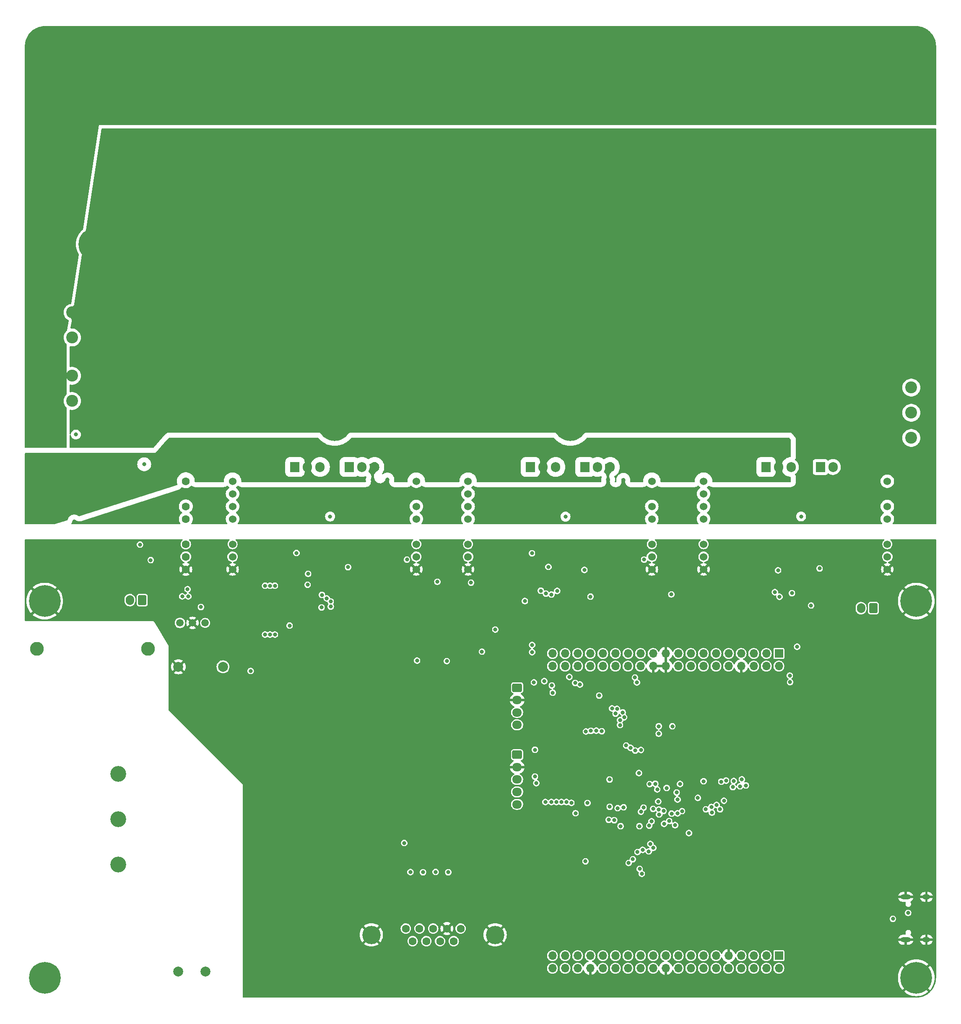
<source format=gbr>
%TF.GenerationSoftware,KiCad,Pcbnew,7.0.7-7.0.7~ubuntu22.04.1*%
%TF.CreationDate,2023-09-07T14:29:00+02:00*%
%TF.ProjectId,Inverter_KiCAD,496e7665-7274-4657-925f-4b694341442e,rev?*%
%TF.SameCoordinates,Original*%
%TF.FileFunction,Copper,L2,Inr*%
%TF.FilePolarity,Positive*%
%FSLAX46Y46*%
G04 Gerber Fmt 4.6, Leading zero omitted, Abs format (unit mm)*
G04 Created by KiCad (PCBNEW 7.0.7-7.0.7~ubuntu22.04.1) date 2023-09-07 14:29:00*
%MOMM*%
%LPD*%
G01*
G04 APERTURE LIST*
G04 Aperture macros list*
%AMRoundRect*
0 Rectangle with rounded corners*
0 $1 Rounding radius*
0 $2 $3 $4 $5 $6 $7 $8 $9 X,Y pos of 4 corners*
0 Add a 4 corners polygon primitive as box body*
4,1,4,$2,$3,$4,$5,$6,$7,$8,$9,$2,$3,0*
0 Add four circle primitives for the rounded corners*
1,1,$1+$1,$2,$3*
1,1,$1+$1,$4,$5*
1,1,$1+$1,$6,$7*
1,1,$1+$1,$8,$9*
0 Add four rect primitives between the rounded corners*
20,1,$1+$1,$2,$3,$4,$5,0*
20,1,$1+$1,$4,$5,$6,$7,0*
20,1,$1+$1,$6,$7,$8,$9,0*
20,1,$1+$1,$8,$9,$2,$3,0*%
G04 Aperture macros list end*
%TA.AperFunction,ComponentPad*%
%ADD10C,0.800000*%
%TD*%
%TA.AperFunction,ComponentPad*%
%ADD11C,6.400000*%
%TD*%
%TA.AperFunction,ComponentPad*%
%ADD12C,1.524000*%
%TD*%
%TA.AperFunction,ComponentPad*%
%ADD13R,4.000000X4.000000*%
%TD*%
%TA.AperFunction,ComponentPad*%
%ADD14C,4.000000*%
%TD*%
%TA.AperFunction,ComponentPad*%
%ADD15C,1.600000*%
%TD*%
%TA.AperFunction,ComponentPad*%
%ADD16R,1.905000X2.000000*%
%TD*%
%TA.AperFunction,ComponentPad*%
%ADD17O,1.905000X2.000000*%
%TD*%
%TA.AperFunction,ComponentPad*%
%ADD18C,2.400000*%
%TD*%
%TA.AperFunction,ComponentPad*%
%ADD19C,1.498600*%
%TD*%
%TA.AperFunction,ComponentPad*%
%ADD20O,2.100000X1.000000*%
%TD*%
%TA.AperFunction,ComponentPad*%
%ADD21O,1.600000X1.000000*%
%TD*%
%TA.AperFunction,ComponentPad*%
%ADD22RoundRect,0.250000X-0.725000X0.600000X-0.725000X-0.600000X0.725000X-0.600000X0.725000X0.600000X0*%
%TD*%
%TA.AperFunction,ComponentPad*%
%ADD23O,1.950000X1.700000*%
%TD*%
%TA.AperFunction,ComponentPad*%
%ADD24R,1.700000X1.700000*%
%TD*%
%TA.AperFunction,ComponentPad*%
%ADD25O,1.700000X1.700000*%
%TD*%
%TA.AperFunction,ComponentPad*%
%ADD26C,2.006600*%
%TD*%
%TA.AperFunction,ComponentPad*%
%ADD27C,1.600200*%
%TD*%
%TA.AperFunction,ComponentPad*%
%ADD28C,3.708400*%
%TD*%
%TA.AperFunction,ComponentPad*%
%ADD29RoundRect,0.250000X0.600000X0.750000X-0.600000X0.750000X-0.600000X-0.750000X0.600000X-0.750000X0*%
%TD*%
%TA.AperFunction,ComponentPad*%
%ADD30O,1.700000X2.000000*%
%TD*%
%TA.AperFunction,ComponentPad*%
%ADD31C,2.800000*%
%TD*%
%TA.AperFunction,ComponentPad*%
%ADD32C,3.200000*%
%TD*%
%TA.AperFunction,ViaPad*%
%ADD33C,0.800000*%
%TD*%
G04 APERTURE END LIST*
D10*
%TO.N,GND*%
%TO.C,H109*%
X92070000Y-58870000D03*
X92772944Y-57172944D03*
X92772944Y-60567056D03*
X94470000Y-56470000D03*
D11*
X94470000Y-58870000D03*
D10*
X94470000Y-61270000D03*
X96167056Y-57172944D03*
X96167056Y-60567056D03*
X96870000Y-58870000D03*
%TD*%
D12*
%TO.N,/ISO_GND*%
%TO.C,U301*%
X122500000Y-123592500D03*
%TO.N,/ISO_15V*%
X122500000Y-121052500D03*
%TO.N,/Pwr_En_V*%
X122500000Y-118512500D03*
%TO.N,unconnected-(U301-NC-Pad5)*%
X122500000Y-113432500D03*
%TO.N,/Arm_IRF540NBbF1/VCC_H*%
X122500000Y-110892500D03*
%TO.N,/Arm_IRF540NBbF1/ARM_OUT*%
X122500000Y-108352500D03*
%TO.N,unconnected-(U301-NC-Pad8)*%
X122500000Y-105812500D03*
%TD*%
D13*
%TO.N,/VSupply_AB*%
%TO.C,C1004*%
X89000000Y-29000000D03*
D14*
%TO.N,GND*%
X89000000Y-39000000D03*
%TD*%
D15*
%TO.N,/ISO_GND*%
%TO.C,U701*%
X65500000Y-123592500D03*
%TO.N,/ISO_15V*%
X65500000Y-121052500D03*
%TO.N,/ISO_5V*%
X65500000Y-118512500D03*
%TO.N,N/C*%
X65500000Y-113432500D03*
%TO.N,/5V*%
X65500000Y-110892500D03*
%TO.N,GND*%
X65500000Y-108352500D03*
%TO.N,Net-(U701-FB)*%
X65500000Y-105812500D03*
%TD*%
D16*
%TO.N,/Arm_IRF540NBbF/Cmd_H*%
%TO.C,Q202*%
X87540000Y-102940000D03*
D17*
%TO.N,/Vbus*%
X90080000Y-102940000D03*
%TO.N,/Arm_IRF540NBbF/ARM_OUT*%
X92620000Y-102940000D03*
%TD*%
D18*
%TO.N,/U_output*%
%TO.C,J104*%
X212000000Y-86920000D03*
%TO.N,/V_output*%
X212000000Y-92000000D03*
%TO.N,/W_output*%
X212000000Y-97080000D03*
%TD*%
D19*
%TO.N,/ISO_15V*%
%TO.C,U502*%
X64320000Y-134400000D03*
%TO.N,/ISO_GND*%
X66860000Y-134400000D03*
%TO.N,/ISO_5V*%
X69400000Y-134400000D03*
%TD*%
D16*
%TO.N,/Arm_IRF540NBbF2/Cmd_L*%
%TO.C,Q403*%
X193660000Y-102940000D03*
D17*
%TO.N,/Arm_IRF540NBbF2/ARM_OUT*%
X196200000Y-102940000D03*
%TO.N,GND*%
X198740000Y-102940000D03*
%TD*%
D10*
%TO.N,/ISO_GND*%
%TO.C,H103*%
X210600000Y-206000000D03*
X211302944Y-204302944D03*
X211302944Y-207697056D03*
X213000000Y-203600000D03*
D11*
X213000000Y-206000000D03*
D10*
X213000000Y-208400000D03*
X214697056Y-204302944D03*
X214697056Y-207697056D03*
X215400000Y-206000000D03*
%TD*%
%TO.N,GND*%
%TO.C,H108*%
X44600000Y-58000000D03*
X45302944Y-56302944D03*
X45302944Y-59697056D03*
X47000000Y-55600000D03*
D11*
X47000000Y-58000000D03*
D10*
X47000000Y-60400000D03*
X48697056Y-56302944D03*
X48697056Y-59697056D03*
X49400000Y-58000000D03*
%TD*%
%TO.N,GND*%
%TO.C,H107*%
X210600000Y-72000000D03*
X211302944Y-70302944D03*
X211302944Y-73697056D03*
X213000000Y-69600000D03*
D11*
X213000000Y-72000000D03*
D10*
X213000000Y-74400000D03*
X214697056Y-70302944D03*
X214697056Y-73697056D03*
X215400000Y-72000000D03*
%TD*%
D20*
%TO.N,/ISO_GND*%
%TO.C,J801*%
X210870000Y-198320000D03*
D21*
X215050000Y-198320000D03*
D20*
X210870000Y-189680000D03*
D21*
X215050000Y-189680000D03*
%TD*%
D22*
%TO.N,/ISO_3V3*%
%TO.C,J802*%
X132400000Y-161000000D03*
D23*
%TO.N,/ISO_GND*%
X132400000Y-163500000D03*
%TO.N,/MCU_STM32G474/ENC_BTN_A*%
X132400000Y-166000000D03*
%TO.N,/MCU_STM32G474/ENC_BTN_B*%
X132400000Y-168500000D03*
%TO.N,/MCU_STM32G474/ENC_BTN_P*%
X132400000Y-171000000D03*
%TD*%
D16*
%TO.N,/Arm_IRF540NBbF1/Cmd_L*%
%TO.C,Q303*%
X146100000Y-102940000D03*
D17*
%TO.N,/Arm_IRF540NBbF1/ARM_OUT*%
X148640000Y-102940000D03*
%TO.N,GND*%
X151180000Y-102940000D03*
%TD*%
D13*
%TO.N,/VSupply_AB*%
%TO.C,C1003*%
X125000000Y-29000000D03*
D14*
%TO.N,GND*%
X125000000Y-39000000D03*
%TD*%
D24*
%TO.N,/NUCLEO_TX*%
%TO.C,J101*%
X185260000Y-140570000D03*
D25*
%TO.N,/NUCLEO_RX*%
X185260000Y-143110000D03*
%TO.N,/PC12*%
X182720000Y-140570000D03*
%TO.N,/NUCLEO_NRST*%
X182720000Y-143110000D03*
%TO.N,/VDD*%
X180180000Y-140570000D03*
%TO.N,/ISO_5V*%
X180180000Y-143110000D03*
%TO.N,/PB8-BOOT0*%
X177640000Y-140570000D03*
%TO.N,/ISO_GND*%
X177640000Y-143110000D03*
%TO.N,unconnected-(J101-Pin_9-Pad9)*%
X175100000Y-140570000D03*
%TO.N,unconnected-(J101-Pin_10-Pad10)*%
X175100000Y-143110000D03*
%TO.N,unconnected-(J101-Pin_11-Pad11)*%
X172560000Y-140570000D03*
%TO.N,/IOREF*%
X172560000Y-143110000D03*
%TO.N,/PA13*%
X170020000Y-140570000D03*
%TO.N,unconnected-(J101-Pin_14-Pad14)*%
X170020000Y-143110000D03*
%TO.N,/PA14*%
X167480000Y-140570000D03*
%TO.N,/+3V3*%
X167480000Y-143110000D03*
%TO.N,/PA15*%
X164940000Y-140570000D03*
%TO.N,/+5V*%
X164940000Y-143110000D03*
%TO.N,/ISO_GND*%
X162400000Y-140570000D03*
X162400000Y-143110000D03*
%TO.N,/PB7*%
X159860000Y-140570000D03*
%TO.N,/ISO_GND*%
X159860000Y-143110000D03*
%TO.N,/PC13*%
X157320000Y-140570000D03*
%TO.N,/VIN*%
X157320000Y-143110000D03*
%TO.N,/PC14*%
X154780000Y-140570000D03*
%TO.N,unconnected-(J101-Pin_26-Pad26)*%
X154780000Y-143110000D03*
%TO.N,/PC15*%
X152240000Y-140570000D03*
%TO.N,/Bus_V*%
X152240000Y-143110000D03*
%TO.N,/PF0*%
X149700000Y-140570000D03*
%TO.N,/U_Imes*%
X149700000Y-143110000D03*
%TO.N,/PF1*%
X147160000Y-140570000D03*
%TO.N,/ENC_B*%
X147160000Y-143110000D03*
%TO.N,/VBAT*%
X144620000Y-140570000D03*
%TO.N,/W_Imes*%
X144620000Y-143110000D03*
%TO.N,/Bus_Imes*%
X142080000Y-140570000D03*
%TO.N,/W_VPh*%
X142080000Y-143110000D03*
%TO.N,/V_VPh*%
X139540000Y-140570000D03*
%TO.N,/U_VPh*%
X139540000Y-143110000D03*
%TD*%
D10*
%TO.N,/ISO_GND*%
%TO.C,H102*%
X34600000Y-130000000D03*
X35302944Y-128302944D03*
X35302944Y-131697056D03*
X37000000Y-127600000D03*
D11*
X37000000Y-130000000D03*
D10*
X37000000Y-132400000D03*
X38697056Y-128302944D03*
X38697056Y-131697056D03*
X39400000Y-130000000D03*
%TD*%
D26*
%TO.N,Net-(J501-N)*%
%TO.C,U501*%
X64005501Y-204750000D03*
%TO.N,Net-(U501-AC(N))*%
X69505500Y-204750000D03*
%TO.N,/ISO_15V*%
X73005501Y-143249996D03*
%TO.N,/ISO_GND*%
X64005501Y-143249996D03*
%TD*%
D16*
%TO.N,/Arm_IRF540NBbF/Cmd_L*%
%TO.C,Q203*%
X98540000Y-102940000D03*
D17*
%TO.N,/Arm_IRF540NBbF/ARM_OUT*%
X101080000Y-102940000D03*
%TO.N,GND*%
X103620000Y-102940000D03*
%TD*%
D16*
%TO.N,/Arm_IRF540NBbF2/Cmd_H*%
%TO.C,Q402*%
X182660000Y-102940000D03*
D17*
%TO.N,/Vbus*%
X185200000Y-102940000D03*
%TO.N,/Arm_IRF540NBbF2/ARM_OUT*%
X187740000Y-102940000D03*
%TD*%
D10*
%TO.N,/ISO_GND*%
%TO.C,H104*%
X210600000Y-130000000D03*
X211302944Y-128302944D03*
X211302944Y-131697056D03*
X213000000Y-127600000D03*
D11*
X213000000Y-130000000D03*
D10*
X213000000Y-132400000D03*
X214697056Y-128302944D03*
X214697056Y-131697056D03*
X215400000Y-130000000D03*
%TD*%
%TO.N,GND*%
%TO.C,H114*%
X188300000Y-94470000D03*
X189002944Y-92772944D03*
X189002944Y-96167056D03*
X190700000Y-92070000D03*
D11*
X190700000Y-94470000D03*
D10*
X190700000Y-96870000D03*
X192397056Y-92772944D03*
X192397056Y-96167056D03*
X193100000Y-94470000D03*
%TD*%
D18*
%TO.N,/VSupply_BB*%
%TO.C,J102*%
X42525000Y-76825000D03*
%TO.N,GND*%
X42525000Y-71745000D03*
%TD*%
D27*
%TO.N,/ISO_3V3*%
%TO.C,J1301*%
X120994999Y-196060000D03*
%TO.N,/ISO_GND*%
X118224999Y-196060000D03*
%TO.N,unconnected-(J1301-Pad3)*%
X115455000Y-196060000D03*
%TO.N,/encoderMotor/{slash}A*%
X112685000Y-196060000D03*
%TO.N,/encoderMotor/A*%
X109915001Y-196060000D03*
%TO.N,/encoderMotor/{slash}Z*%
X119609999Y-198600000D03*
%TO.N,/encoderMotor/Z*%
X116839999Y-198600000D03*
%TO.N,/encoderMotor/{slash}B*%
X114070000Y-198600000D03*
%TO.N,/encoderMotor/B*%
X111300000Y-198600000D03*
D28*
%TO.N,/ISO_GND*%
X102960001Y-197330000D03*
X127949999Y-197330000D03*
%TD*%
D10*
%TO.N,GND*%
%TO.C,H112*%
X140740000Y-94470000D03*
X141442944Y-92772944D03*
X141442944Y-96167056D03*
X143140000Y-92070000D03*
D11*
X143140000Y-94470000D03*
D10*
X143140000Y-96870000D03*
X144837056Y-92772944D03*
X144837056Y-96167056D03*
X145540000Y-94470000D03*
%TD*%
D13*
%TO.N,/VSupply_AB*%
%TO.C,C1002*%
X161000000Y-29000000D03*
D14*
%TO.N,GND*%
X161000000Y-39000000D03*
%TD*%
D10*
%TO.N,GND*%
%TO.C,H113*%
X188300000Y-58870000D03*
X189002944Y-57172944D03*
X189002944Y-60567056D03*
X190700000Y-56470000D03*
D11*
X190700000Y-58870000D03*
D10*
X190700000Y-61270000D03*
X192397056Y-57172944D03*
X192397056Y-60567056D03*
X193100000Y-58870000D03*
%TD*%
%TO.N,GND*%
%TO.C,H111*%
X140740000Y-58870000D03*
X141442944Y-57172944D03*
X141442944Y-60567056D03*
X143140000Y-56470000D03*
D11*
X143140000Y-58870000D03*
D10*
X143140000Y-61270000D03*
X144837056Y-57172944D03*
X144837056Y-60567056D03*
X145540000Y-58870000D03*
%TD*%
D29*
%TO.N,/ISO_5V*%
%TO.C,J1102*%
X56700000Y-129800000D03*
D30*
%TO.N,Net-(J1101-Pin_2)*%
X54200000Y-129800000D03*
%TD*%
D22*
%TO.N,/ISO_3V3*%
%TO.C,J804*%
X132400000Y-147462500D03*
D23*
%TO.N,/ISO_GND*%
X132400000Y-149962500D03*
%TO.N,/I2C_SCL*%
X132400000Y-152462500D03*
%TO.N,/I2C_SDA*%
X132400000Y-154962500D03*
%TD*%
D31*
%TO.N,Net-(J501-L)*%
%TO.C,F501*%
X35400000Y-139600000D03*
%TO.N,Net-(U501-AC(N))*%
X57900000Y-139600000D03*
%TD*%
D32*
%TO.N,Net-(J501-N)*%
%TO.C,J501*%
X51825000Y-183140000D03*
%TO.N,unconnected-(J501-Earth-Pad2)*%
X51825000Y-174000000D03*
%TO.N,Net-(J501-L)*%
X51825000Y-164860000D03*
%TD*%
D16*
%TO.N,/Arm_IRF540NBbF1/Cmd_H*%
%TO.C,Q302*%
X135100000Y-102940000D03*
D17*
%TO.N,/Vbus*%
X137640000Y-102940000D03*
%TO.N,/Arm_IRF540NBbF1/ARM_OUT*%
X140180000Y-102940000D03*
%TD*%
D29*
%TO.N,/ISO_5V*%
%TO.C,J1101*%
X204350000Y-131425000D03*
D30*
%TO.N,Net-(J1101-Pin_2)*%
X201850000Y-131425000D03*
%TD*%
D10*
%TO.N,unconnected-(H101-Pad1)*%
%TO.C,H101*%
X34600000Y-206000000D03*
X35302944Y-204302944D03*
X35302944Y-207697056D03*
X37000000Y-203600000D03*
D11*
X37000000Y-206000000D03*
D10*
X37000000Y-208400000D03*
X38697056Y-204302944D03*
X38697056Y-207697056D03*
X39400000Y-206000000D03*
%TD*%
D24*
%TO.N,/PC9*%
%TO.C,J103*%
X185260000Y-201530000D03*
D25*
%TO.N,/ENC_Z*%
X185260000Y-204070000D03*
%TO.N,/PB8*%
X182720000Y-201530000D03*
%TO.N,/PC6*%
X182720000Y-204070000D03*
%TO.N,/PB9*%
X180180000Y-201530000D03*
%TO.N,/PC5*%
X180180000Y-204070000D03*
%TO.N,/AVDD*%
X177640000Y-201530000D03*
%TO.N,/5V_USB_CHGR*%
X177640000Y-204070000D03*
%TO.N,/ISO_GND*%
X175100000Y-201530000D03*
%TO.N,unconnected-(J103-Pin_10-Pad10)*%
X175100000Y-204070000D03*
%TO.N,/PA5*%
X172560000Y-201530000D03*
%TO.N,/PA12*%
X172560000Y-204070000D03*
%TO.N,/ENC_A*%
X170020000Y-201530000D03*
%TO.N,/PA11*%
X170020000Y-204070000D03*
%TO.N,/PA7*%
X167480000Y-201530000D03*
%TO.N,/PB12*%
X167480000Y-204070000D03*
%TO.N,/PB6*%
X164940000Y-201530000D03*
%TO.N,/PB11*%
X164940000Y-204070000D03*
%TO.N,/PC7*%
X162400000Y-201530000D03*
%TO.N,/ISO_GND*%
X162400000Y-204070000D03*
%TO.N,/V_PWM_H*%
X159860000Y-201530000D03*
%TO.N,/PB2*%
X159860000Y-204070000D03*
%TO.N,/U_PWM_H*%
X157320000Y-201530000D03*
%TO.N,/V_Imes*%
X157320000Y-204070000D03*
%TO.N,/PB10*%
X154780000Y-201530000D03*
%TO.N,/W_PWM_L*%
X154780000Y-204070000D03*
%TO.N,/PB4*%
X152240000Y-201530000D03*
%TO.N,/V_PWM_L*%
X152240000Y-204070000D03*
%TO.N,/PB5*%
X149700000Y-201530000D03*
%TO.N,/U_PWM_L*%
X149700000Y-204070000D03*
%TO.N,/PB3*%
X147160000Y-201530000D03*
%TO.N,/ISO_GND*%
X147160000Y-204070000D03*
%TO.N,/W_PWM_H*%
X144620000Y-201530000D03*
%TO.N,/PC4*%
X144620000Y-204070000D03*
%TO.N,/PC4{slash}PA2*%
X142080000Y-201530000D03*
%TO.N,unconnected-(J103-Pin_36-Pad36)*%
X142080000Y-204070000D03*
%TO.N,/PC5{slash}PA3*%
X139540000Y-201530000D03*
%TO.N,unconnected-(J103-Pin_38-Pad38)*%
X139540000Y-204070000D03*
%TD*%
D12*
%TO.N,/ISO_GND*%
%TO.C,U302*%
X159600000Y-123592500D03*
%TO.N,/ISO_15V*%
X159600000Y-121052500D03*
%TO.N,/Pwr_En_V*%
X159600000Y-118512500D03*
%TO.N,unconnected-(U302-NC-Pad5)*%
X159600000Y-113432500D03*
%TO.N,/Arm_IRF540NBbF1/VCC_L*%
X159600000Y-110892500D03*
%TO.N,GND*%
X159600000Y-108352500D03*
%TO.N,unconnected-(U302-NC-Pad8)*%
X159600000Y-105812500D03*
%TD*%
%TO.N,/ISO_GND*%
%TO.C,U202*%
X112040000Y-123592500D03*
%TO.N,/ISO_15V*%
X112040000Y-121052500D03*
%TO.N,/Pwr_En_U*%
X112040000Y-118512500D03*
%TO.N,unconnected-(U202-NC-Pad5)*%
X112040000Y-113432500D03*
%TO.N,/Arm_IRF540NBbF/VCC_L*%
X112040000Y-110892500D03*
%TO.N,GND*%
X112040000Y-108352500D03*
%TO.N,unconnected-(U202-NC-Pad8)*%
X112040000Y-105812500D03*
%TD*%
D13*
%TO.N,/VSupply_AB*%
%TO.C,C1001*%
X197000000Y-29000000D03*
D14*
%TO.N,GND*%
X197000000Y-39000000D03*
%TD*%
D12*
%TO.N,/ISO_GND*%
%TO.C,U201*%
X74940000Y-123592500D03*
%TO.N,/ISO_15V*%
X74940000Y-121052500D03*
%TO.N,/Pwr_En_U*%
X74940000Y-118512500D03*
%TO.N,unconnected-(U201-NC-Pad5)*%
X74940000Y-113432500D03*
%TO.N,/Arm_IRF540NBbF/VCC_H*%
X74940000Y-110892500D03*
%TO.N,/Arm_IRF540NBbF/ARM_OUT*%
X74940000Y-108352500D03*
%TO.N,unconnected-(U201-NC-Pad8)*%
X74940000Y-105812500D03*
%TD*%
D13*
%TO.N,/VSupply_AB*%
%TO.C,C1005*%
X53000000Y-29000000D03*
D14*
%TO.N,GND*%
X53000000Y-39000000D03*
%TD*%
D12*
%TO.N,/ISO_GND*%
%TO.C,U402*%
X207160000Y-123592500D03*
%TO.N,/ISO_15V*%
X207160000Y-121052500D03*
%TO.N,/Pwr_En_W*%
X207160000Y-118512500D03*
%TO.N,unconnected-(U402-NC-Pad5)*%
X207160000Y-113432500D03*
%TO.N,/Arm_IRF540NBbF2/VCC_L*%
X207160000Y-110892500D03*
%TO.N,GND*%
X207160000Y-108352500D03*
%TO.N,unconnected-(U402-NC-Pad8)*%
X207160000Y-105812500D03*
%TD*%
D10*
%TO.N,/VSupply_AB*%
%TO.C,H105*%
X34600000Y-18000000D03*
X35302944Y-16302944D03*
X35302944Y-19697056D03*
X37000000Y-15600000D03*
D11*
X37000000Y-18000000D03*
D10*
X37000000Y-20400000D03*
X38697056Y-16302944D03*
X38697056Y-19697056D03*
X39400000Y-18000000D03*
%TD*%
D12*
%TO.N,/ISO_GND*%
%TO.C,U401*%
X170060000Y-123592500D03*
%TO.N,/ISO_15V*%
X170060000Y-121052500D03*
%TO.N,/Pwr_En_W*%
X170060000Y-118512500D03*
%TO.N,unconnected-(U401-NC-Pad5)*%
X170060000Y-113432500D03*
%TO.N,/Arm_IRF540NBbF2/VCC_H*%
X170060000Y-110892500D03*
%TO.N,/Arm_IRF540NBbF2/ARM_OUT*%
X170060000Y-108352500D03*
%TO.N,unconnected-(U401-NC-Pad8)*%
X170060000Y-105812500D03*
%TD*%
D10*
%TO.N,GND*%
%TO.C,H110*%
X93180000Y-94470000D03*
X93882944Y-92772944D03*
X93882944Y-96167056D03*
X95580000Y-92070000D03*
D11*
X95580000Y-94470000D03*
D10*
X95580000Y-96870000D03*
X97277056Y-92772944D03*
X97277056Y-96167056D03*
X97980000Y-94470000D03*
%TD*%
%TO.N,/VSupply_AB*%
%TO.C,H106*%
X210600000Y-18000000D03*
X211302944Y-16302944D03*
X211302944Y-19697056D03*
X213000000Y-15600000D03*
D11*
X213000000Y-18000000D03*
D10*
X213000000Y-20400000D03*
X214697056Y-16302944D03*
X214697056Y-19697056D03*
X215400000Y-18000000D03*
%TD*%
D18*
%TO.N,/break/Break_Drain_Mosfet*%
%TO.C,J901*%
X42525000Y-89625000D03*
%TO.N,/VSupply_AB*%
X42525000Y-84545000D03*
%TD*%
D33*
%TO.N,/ISO_GND*%
X154300000Y-120800000D03*
X111700000Y-126200000D03*
X106400000Y-142900000D03*
X216000000Y-126000000D03*
X152700000Y-198100000D03*
X115000000Y-209000000D03*
X99500000Y-126400000D03*
X140749572Y-120134015D03*
X173000000Y-209000000D03*
X160000000Y-156000000D03*
X167400000Y-126100000D03*
X41000000Y-133000000D03*
X216000000Y-180000000D03*
X97000000Y-209000000D03*
X216000000Y-124000000D03*
X187000000Y-209000000D03*
X111300000Y-144200000D03*
X154500000Y-195900000D03*
X174200000Y-164600000D03*
X137800000Y-149000000D03*
X177000000Y-209000000D03*
X78000000Y-190000000D03*
X104100000Y-142200000D03*
X129500000Y-139495000D03*
X68150000Y-127000000D03*
X55000000Y-118500000D03*
X169000000Y-209000000D03*
X139300000Y-130800000D03*
X143200000Y-123013000D03*
X160900000Y-126000000D03*
X74600000Y-144300000D03*
X117600000Y-174900000D03*
X161000000Y-209000000D03*
X174400000Y-156200000D03*
X205900000Y-191900000D03*
X165400000Y-197900000D03*
X208500000Y-190600000D03*
X140957223Y-122357223D03*
X113100000Y-153600000D03*
X170600000Y-126100000D03*
X169400000Y-199600000D03*
X47000000Y-133000000D03*
X127600000Y-159300000D03*
X142400000Y-130900000D03*
X216000000Y-174000000D03*
X136900000Y-152900000D03*
X147600000Y-153600000D03*
X34000000Y-126250000D03*
X49000000Y-133000000D03*
X137900000Y-124100000D03*
X108300000Y-167900000D03*
X37100000Y-120200000D03*
X90750000Y-122450000D03*
X216000000Y-120000000D03*
X107000000Y-209000000D03*
X134300000Y-155500000D03*
X68200000Y-123500000D03*
X175000000Y-172400000D03*
X53000000Y-118500000D03*
X43000000Y-133000000D03*
X181600000Y-199600000D03*
X66000000Y-154000000D03*
X127000000Y-209000000D03*
X216000000Y-152000000D03*
X117600000Y-177400000D03*
X98100000Y-144700000D03*
X216000000Y-184000000D03*
X79000000Y-209000000D03*
X148300000Y-129700000D03*
X136000000Y-150800000D03*
X111300000Y-151500000D03*
X216000000Y-170000000D03*
X216000000Y-150000000D03*
X76000000Y-164000000D03*
X179600000Y-121100000D03*
X123200000Y-151800000D03*
X115200000Y-182300000D03*
X188800000Y-157100000D03*
X143000000Y-209000000D03*
X216000000Y-200000000D03*
X106200000Y-144700000D03*
X193000000Y-127500000D03*
X127700000Y-156200000D03*
X95000000Y-209000000D03*
X147800000Y-149000000D03*
X138300000Y-166300000D03*
X53000000Y-133000000D03*
X137000000Y-209000000D03*
X55000000Y-133000000D03*
X178600000Y-168500000D03*
X121500000Y-130600000D03*
X168800000Y-173100000D03*
X145600000Y-130800000D03*
X117600000Y-172400000D03*
X148000000Y-125000000D03*
X113100000Y-143400000D03*
X162983983Y-175366510D03*
X121200000Y-145847500D03*
X105000000Y-209000000D03*
X78000000Y-180000000D03*
X149500000Y-124500000D03*
X216000000Y-134000000D03*
X207000000Y-209000000D03*
X74600000Y-142300000D03*
X179200000Y-123800000D03*
X156900000Y-162600000D03*
X172200000Y-121200000D03*
X118100000Y-151000000D03*
X216000000Y-172000000D03*
X130300000Y-125500000D03*
X193000000Y-209000000D03*
X165500000Y-129300000D03*
X104400000Y-167400000D03*
X208700000Y-197300000D03*
X149100000Y-153600000D03*
X174400000Y-158000000D03*
X216000000Y-142000000D03*
X78000000Y-170000000D03*
X175000000Y-209000000D03*
X202400000Y-192200000D03*
X149800000Y-166300000D03*
X143750000Y-171750000D03*
X175900000Y-183900000D03*
X117800000Y-125800000D03*
X139300000Y-136300000D03*
X34000000Y-124250000D03*
X124500000Y-125400000D03*
X166200000Y-175600000D03*
X106300000Y-124900000D03*
X174800000Y-188600000D03*
X185000000Y-209000000D03*
X133700000Y-137200000D03*
X62100000Y-128600000D03*
X216000000Y-146000000D03*
X103200000Y-145825000D03*
X84300000Y-144700000D03*
X170050000Y-167450000D03*
X113700000Y-167500000D03*
X63000000Y-140000000D03*
X106600000Y-172200000D03*
X216000000Y-194000000D03*
X158400000Y-162700000D03*
X158200000Y-195000000D03*
X78000000Y-204000000D03*
X137900000Y-126600000D03*
X119600000Y-184000000D03*
X169900000Y-193500000D03*
X62201512Y-121503287D03*
X46740000Y-118510000D03*
X106700000Y-177200000D03*
X106500000Y-130600000D03*
X146200000Y-138800000D03*
X216000000Y-178000000D03*
X43000000Y-123350000D03*
X113100000Y-151500000D03*
X79500000Y-144700000D03*
X98100000Y-142300000D03*
X110200000Y-167400000D03*
X78000000Y-196000000D03*
X89000000Y-209000000D03*
X153200000Y-174224500D03*
X87000000Y-209000000D03*
X110800000Y-169500000D03*
X107900000Y-151900000D03*
X216000000Y-122000000D03*
X158900000Y-129700000D03*
X205900000Y-196300000D03*
X51000000Y-118500000D03*
X63000000Y-146000000D03*
X35500000Y-118500000D03*
X157300000Y-197500000D03*
X203500000Y-194100000D03*
X119000000Y-209000000D03*
X91000000Y-209000000D03*
X210000000Y-118500000D03*
X104000000Y-163925000D03*
X70500000Y-123500000D03*
X99000000Y-209000000D03*
X44190000Y-118510000D03*
X158600000Y-160400000D03*
X166200000Y-200000000D03*
X216000000Y-188000000D03*
X59000000Y-133000000D03*
X70350000Y-127050000D03*
X94900000Y-126000000D03*
X181400000Y-158000000D03*
X136100000Y-168200000D03*
X34000000Y-118500000D03*
X112200000Y-135400000D03*
X90200000Y-144700000D03*
X216000000Y-138000000D03*
X51000000Y-133000000D03*
X114700000Y-123400000D03*
X114000000Y-130500000D03*
X129000000Y-136600000D03*
X165600000Y-193200000D03*
X171700000Y-167100000D03*
X144700000Y-137500000D03*
X177100000Y-170100000D03*
X61000000Y-134000000D03*
X139700000Y-150100000D03*
X102800000Y-153000000D03*
X216000000Y-182000000D03*
X144600000Y-133500000D03*
X199000000Y-209000000D03*
X54700000Y-123250000D03*
X78000000Y-198000000D03*
X179000000Y-209000000D03*
X180800000Y-165200000D03*
X152000000Y-129700000D03*
X74000000Y-162000000D03*
X216000000Y-162000000D03*
X55260000Y-121190000D03*
X150600000Y-169600000D03*
X62350000Y-123450000D03*
X175900000Y-177300000D03*
X135000000Y-209000000D03*
X188614010Y-123914010D03*
X216000000Y-186000000D03*
X111300000Y-153600000D03*
X125000000Y-209000000D03*
X172900000Y-185900000D03*
X122000000Y-163925000D03*
X216000000Y-164000000D03*
X172800000Y-124000000D03*
X115400000Y-193700000D03*
X147700000Y-159400000D03*
X168300000Y-156100000D03*
X151900000Y-168525500D03*
X63000000Y-150000000D03*
X62000000Y-136000000D03*
X139700000Y-156200000D03*
X98800000Y-130500000D03*
X216000000Y-144000000D03*
X133700000Y-153500000D03*
X145600000Y-147800000D03*
X78000000Y-188000000D03*
X120500000Y-153700000D03*
X111000000Y-209000000D03*
X93300000Y-119699500D03*
X216000000Y-168000000D03*
X133900000Y-131200000D03*
X147500000Y-199900000D03*
X131000000Y-209000000D03*
X113400000Y-125100000D03*
X139000000Y-209000000D03*
X201400000Y-124900000D03*
X216000000Y-176000000D03*
X169200000Y-189400000D03*
X141000000Y-209000000D03*
X135750000Y-123650000D03*
X196100000Y-121400000D03*
X130100000Y-169400000D03*
X155000000Y-209000000D03*
X145000000Y-209000000D03*
X216000000Y-158000000D03*
X78000000Y-182000000D03*
X216000000Y-196000000D03*
X110900000Y-178800000D03*
X117000000Y-209000000D03*
X183000000Y-209000000D03*
X178000000Y-161400000D03*
X112800000Y-193700000D03*
X120100000Y-123500000D03*
X155000000Y-198200000D03*
X63000000Y-148000000D03*
X68000000Y-156000000D03*
X195000000Y-209000000D03*
X216000000Y-140000000D03*
X38950000Y-122400000D03*
X149000000Y-209000000D03*
X172800000Y-180400000D03*
X72000000Y-160000000D03*
X148000000Y-122500000D03*
X78000000Y-194000000D03*
X118500000Y-189400000D03*
X109200000Y-145847500D03*
X186900000Y-151900000D03*
X147000000Y-209000000D03*
X57000000Y-133000000D03*
X163700000Y-200000000D03*
X59100000Y-124050000D03*
X93300000Y-122400000D03*
X155200000Y-123500000D03*
X203000000Y-209000000D03*
X78000000Y-208000000D03*
X167400000Y-166300000D03*
X70000000Y-158000000D03*
X189000000Y-209000000D03*
X163600000Y-180800000D03*
X88500000Y-122300000D03*
X114800000Y-184491060D03*
X163000000Y-209000000D03*
X84300000Y-142300000D03*
X42410000Y-120790000D03*
X184800000Y-161200000D03*
X136000000Y-164100000D03*
X45000000Y-133000000D03*
X49000000Y-118500000D03*
X78000000Y-176000000D03*
X115200000Y-145822500D03*
X216000000Y-118500000D03*
X119500000Y-167000000D03*
X139600000Y-159500000D03*
X123000000Y-209000000D03*
X151000000Y-209000000D03*
X78000000Y-174000000D03*
X203400000Y-195900000D03*
X212000000Y-118500000D03*
X141750000Y-126000000D03*
X95600000Y-122900000D03*
X127700000Y-130600000D03*
X162400000Y-123500000D03*
X165344401Y-178049500D03*
X78000000Y-192000000D03*
X145000000Y-199700000D03*
X168300000Y-158000000D03*
X78000000Y-206000000D03*
X78000000Y-202000000D03*
X113000000Y-209000000D03*
X162600000Y-180800000D03*
X139500000Y-168500000D03*
X63000000Y-138000000D03*
X167600000Y-123600000D03*
X116000000Y-163925000D03*
X78000000Y-172000000D03*
X216000000Y-156000000D03*
X142600000Y-153300000D03*
X145200000Y-166300000D03*
X142500000Y-134600000D03*
X216000000Y-166000000D03*
X175400000Y-170400000D03*
X216000000Y-192000000D03*
X78000000Y-178000000D03*
X90200000Y-142300000D03*
X164600000Y-180800000D03*
X145100000Y-156000000D03*
X132200000Y-130600000D03*
X194600000Y-122300000D03*
X182830535Y-121517780D03*
X216000000Y-148000000D03*
X142400000Y-138300000D03*
X165000000Y-209000000D03*
X216000000Y-160000000D03*
X78000000Y-166000000D03*
X83000000Y-209000000D03*
X104600000Y-151900000D03*
X153000000Y-209000000D03*
X88700000Y-126700000D03*
X216000000Y-154000000D03*
X129000000Y-209000000D03*
X167000000Y-209000000D03*
X123500000Y-166500000D03*
X34000000Y-122250000D03*
X167100000Y-181200000D03*
X181000000Y-209000000D03*
X197000000Y-209000000D03*
X201000000Y-209000000D03*
X171000000Y-209000000D03*
X49200000Y-123400000D03*
X79500000Y-142300000D03*
X109000000Y-209000000D03*
X214000000Y-118500000D03*
X172800000Y-174600000D03*
X159000000Y-209000000D03*
X118200000Y-193700000D03*
X85000000Y-209000000D03*
X81000000Y-209000000D03*
X165200000Y-163700000D03*
X112300000Y-178800000D03*
X216000000Y-136000000D03*
X186300000Y-122900000D03*
X182600000Y-156200000D03*
X101000000Y-209000000D03*
X74600000Y-128700000D03*
X191000000Y-209000000D03*
X64000000Y-152000000D03*
X189250000Y-126000000D03*
X161000000Y-197800000D03*
X146750000Y-126500000D03*
X106700000Y-126100000D03*
X78000000Y-186000000D03*
X117400000Y-167000000D03*
X157000000Y-209000000D03*
X78000000Y-184000000D03*
X178700000Y-199600000D03*
X191900000Y-153400000D03*
X172100000Y-129200000D03*
X78000000Y-168000000D03*
X78000000Y-200000000D03*
X205000000Y-209000000D03*
X84700000Y-124900000D03*
X188200000Y-119700000D03*
X99297499Y-122502501D03*
X103000000Y-209000000D03*
X209000000Y-209000000D03*
X106200000Y-135400000D03*
X118200000Y-135400000D03*
X180000000Y-129300000D03*
X110000000Y-163925000D03*
X182900000Y-124900000D03*
X93000000Y-209000000D03*
X34000000Y-120250000D03*
X128050000Y-134725000D03*
X135900000Y-125000000D03*
X154300000Y-126100000D03*
X124600000Y-157800000D03*
X131700000Y-123400000D03*
X125100000Y-123400000D03*
X216000000Y-202000000D03*
X133000000Y-209000000D03*
X121000000Y-209000000D03*
X117400000Y-183600000D03*
X101000000Y-121050500D03*
X179300000Y-126000000D03*
%TO.N,GND*%
X184500000Y-35500000D03*
X216000000Y-111500000D03*
X216000000Y-75500000D03*
X52500000Y-95500000D03*
X66000000Y-93500000D03*
X208500000Y-35500000D03*
X144500000Y-35500000D03*
X198500000Y-35500000D03*
X100780000Y-108960000D03*
X216000000Y-77500000D03*
X66000000Y-85500000D03*
X63210000Y-110790000D03*
X157000000Y-94500000D03*
X66000000Y-77500000D03*
X50500000Y-35500000D03*
X43000000Y-113940000D03*
X48500000Y-97500000D03*
X106500000Y-35500000D03*
X134500000Y-35500000D03*
X60500000Y-66000000D03*
X49500000Y-97500000D03*
X216000000Y-87500000D03*
X47500000Y-97500000D03*
X198300000Y-105500000D03*
X216000000Y-68500000D03*
X170500000Y-35500000D03*
X216000000Y-81500000D03*
X216000000Y-46500000D03*
X58500000Y-35500000D03*
X163000000Y-94500000D03*
X54500000Y-35500000D03*
X64500000Y-66000000D03*
X62500000Y-35500000D03*
X216000000Y-85500000D03*
X216000000Y-42500000D03*
X118500000Y-35500000D03*
X66000000Y-71500000D03*
X216000000Y-79500000D03*
X81000000Y-94500000D03*
X216000000Y-48500000D03*
X142500000Y-35500000D03*
X202500000Y-35500000D03*
X175000000Y-94500000D03*
X165000000Y-94500000D03*
X176500000Y-35500000D03*
X129000000Y-94500000D03*
X178500000Y-35500000D03*
X154500000Y-35500000D03*
X110500000Y-35500000D03*
X66000000Y-91500000D03*
X204500000Y-35500000D03*
X96500000Y-35500000D03*
X88500000Y-35500000D03*
X194500000Y-35500000D03*
X50000000Y-78000000D03*
X45000000Y-73000000D03*
X216000000Y-97500000D03*
X133000000Y-94500000D03*
X150500000Y-35500000D03*
X66000000Y-79500000D03*
X45100000Y-67400000D03*
X186500000Y-35500000D03*
X216000000Y-103500000D03*
X104500000Y-35500000D03*
X169000000Y-94500000D03*
X48500000Y-95500000D03*
X196500000Y-35500000D03*
X139000000Y-94500000D03*
X180500000Y-35500000D03*
X53630000Y-113920000D03*
X112500000Y-35500000D03*
X100500000Y-35500000D03*
X216000000Y-66500000D03*
X159000000Y-94500000D03*
X155000000Y-94500000D03*
X162500000Y-35500000D03*
X90500000Y-35500000D03*
X148500000Y-35500000D03*
X86500000Y-35500000D03*
X146500000Y-35500000D03*
X216000000Y-38500000D03*
X179000000Y-94500000D03*
X47500000Y-96500000D03*
X108500000Y-35500000D03*
X200500000Y-35500000D03*
X64500000Y-35500000D03*
X66000000Y-67500000D03*
X56500000Y-66000000D03*
X66000000Y-81500000D03*
X54500000Y-66000000D03*
X51500000Y-97500000D03*
X216000000Y-62500000D03*
X216000000Y-56500000D03*
X160500000Y-35500000D03*
X50500000Y-95500000D03*
X201425000Y-105550000D03*
X63210000Y-113680000D03*
X137000000Y-94500000D03*
X48500000Y-89500000D03*
X50500000Y-96500000D03*
X89000000Y-94500000D03*
X216000000Y-101500000D03*
X107000000Y-94500000D03*
X188500000Y-35500000D03*
X43000000Y-92000000D03*
X167000000Y-94500000D03*
X216000000Y-40500000D03*
X183000000Y-94500000D03*
X73000000Y-94500000D03*
X103250000Y-105500000D03*
X62500000Y-66000000D03*
X66000000Y-69500000D03*
X91000000Y-94500000D03*
X82500000Y-35500000D03*
X136500000Y-35500000D03*
X216000000Y-113500000D03*
X153850000Y-105550000D03*
X128500000Y-35500000D03*
X113000000Y-94500000D03*
X216000000Y-54500000D03*
X164500000Y-35500000D03*
X181000000Y-94500000D03*
X161000000Y-94500000D03*
X174500000Y-35500000D03*
X132500000Y-35500000D03*
X46500000Y-97500000D03*
X216000000Y-83500000D03*
X92500000Y-35500000D03*
X66000000Y-89500000D03*
X66000000Y-83500000D03*
X117000000Y-94500000D03*
X66000000Y-75500000D03*
X78500000Y-35500000D03*
X46500000Y-96500000D03*
X52500000Y-66000000D03*
X109000000Y-94500000D03*
X71000000Y-94500000D03*
X119000000Y-94500000D03*
X216000000Y-109500000D03*
X75000000Y-94500000D03*
X51500000Y-96500000D03*
X182500000Y-35500000D03*
X74500000Y-35500000D03*
X59730000Y-110730000D03*
X140500000Y-35500000D03*
X94500000Y-35500000D03*
X172500000Y-35500000D03*
X126500000Y-35500000D03*
X84500000Y-35500000D03*
X214500000Y-35500000D03*
X49500000Y-95500000D03*
X50000000Y-73250000D03*
X216000000Y-60500000D03*
X216000000Y-58500000D03*
X216000000Y-105500000D03*
X56000000Y-113830000D03*
X152500000Y-35500000D03*
X216000000Y-52500000D03*
X49500000Y-96500000D03*
X124500000Y-35500000D03*
X156500000Y-35500000D03*
X76500000Y-35500000D03*
X216000000Y-64500000D03*
X216000000Y-36500000D03*
X216000000Y-50500000D03*
X150775000Y-105500000D03*
X98500000Y-35500000D03*
X130500000Y-35500000D03*
X158500000Y-35500000D03*
X192500000Y-35500000D03*
X168500000Y-35500000D03*
X68500000Y-35500000D03*
X77000000Y-94500000D03*
X48500000Y-96500000D03*
X60500000Y-35500000D03*
X122500000Y-35500000D03*
X206500000Y-35500000D03*
X102500000Y-35500000D03*
X138500000Y-35500000D03*
X114500000Y-35500000D03*
X52500000Y-35500000D03*
X173000000Y-94500000D03*
X69000000Y-94500000D03*
X87000000Y-94500000D03*
X216000000Y-44500000D03*
X166500000Y-35500000D03*
X171000000Y-94500000D03*
X44500000Y-82000000D03*
X45500000Y-96500000D03*
X106200000Y-105475000D03*
X185000000Y-94500000D03*
X47000000Y-91500000D03*
X210500000Y-35500000D03*
X177000000Y-94500000D03*
X67000000Y-94500000D03*
X216000000Y-91500000D03*
X52500000Y-97500000D03*
X216000000Y-95500000D03*
X70500000Y-35500000D03*
X46000000Y-89500000D03*
X80500000Y-35500000D03*
X79000000Y-94500000D03*
X125000000Y-94500000D03*
X216000000Y-107500000D03*
X45000000Y-69500000D03*
X66000000Y-73500000D03*
X50500000Y-91500000D03*
X51500000Y-95500000D03*
X127000000Y-94500000D03*
X44500000Y-79500000D03*
X72500000Y-35500000D03*
X50500000Y-66000000D03*
X83000000Y-94500000D03*
X66500000Y-35500000D03*
X131000000Y-94500000D03*
X50500000Y-97500000D03*
X66000000Y-87500000D03*
X216000000Y-99500000D03*
X58500000Y-66000000D03*
X135000000Y-94500000D03*
X116500000Y-35500000D03*
X190500000Y-35500000D03*
X212500000Y-35500000D03*
X216000000Y-93500000D03*
X111000000Y-94500000D03*
X56500000Y-35500000D03*
X52500000Y-96500000D03*
X121000000Y-94500000D03*
X123000000Y-94500000D03*
X216000000Y-89500000D03*
X120500000Y-35500000D03*
X85000000Y-94500000D03*
X50000000Y-80000000D03*
X115000000Y-94500000D03*
%TO.N,/5V*%
X142180000Y-112950000D03*
X94630000Y-112930000D03*
X189740000Y-112920000D03*
%TO.N,/ISO_5V*%
X112200000Y-142000000D03*
X98257884Y-123151949D03*
X145996049Y-123703951D03*
X193475500Y-123412299D03*
X185100000Y-123800000D03*
X138724500Y-123100000D03*
X90200000Y-124495000D03*
X78600000Y-144099496D03*
X56250000Y-118600000D03*
%TO.N,/ISO_3V3*%
X167100000Y-176800000D03*
X110150000Y-121631000D03*
X158050000Y-121631000D03*
X83500000Y-126900000D03*
X153300000Y-175400000D03*
X81500000Y-136746000D03*
X82500000Y-136746000D03*
X118200000Y-142100000D03*
X135800000Y-146400000D03*
X87839500Y-120300000D03*
X125300000Y-140200000D03*
X83500000Y-136746000D03*
X151075500Y-166000000D03*
X170050000Y-166350000D03*
X58405407Y-121725500D03*
X86460000Y-134946000D03*
X163750000Y-155250000D03*
X136000000Y-160000000D03*
X157000000Y-164700000D03*
X109600000Y-178800000D03*
X81500000Y-126900000D03*
X82500000Y-126900000D03*
X135399500Y-120350000D03*
X110864999Y-184664999D03*
X161000000Y-155250000D03*
%TO.N,/U_Imes*%
X152000000Y-174200000D03*
X137896847Y-146148653D03*
X151554470Y-151645522D03*
X90100000Y-126700000D03*
%TO.N,/V_Imes*%
X137187299Y-127912701D03*
X154014310Y-153417953D03*
X159000000Y-180504980D03*
%TO.N,/W_Imes*%
X163550000Y-128639500D03*
X156589549Y-146410451D03*
X164780497Y-172819503D03*
X145085737Y-146833575D03*
%TO.N,/Bus_Imes*%
X165700000Y-172374500D03*
X94757548Y-130094500D03*
X156200000Y-145408552D03*
X144132883Y-146517117D03*
X64770200Y-129050500D03*
X135425500Y-138850000D03*
%TO.N,/MCU_STM32G474/Soft_NRST*%
X159162951Y-166925500D03*
X136000000Y-165400000D03*
%TO.N,/MCU_STM32G474/USR_BTN_3*%
X160300000Y-166850500D03*
X136287701Y-166712299D03*
%TO.N,/MCU_STM32G474/USR_BTN_2*%
X157400000Y-172500000D03*
X146600000Y-170724500D03*
%TO.N,/MCU_STM32G474/USR_BTN_1*%
X138100000Y-170524500D03*
X162600000Y-167700000D03*
%TO.N,/MCU_STM32G474/NRST*%
X151100000Y-171499500D03*
X142368520Y-170546485D03*
%TO.N,/VSupply_AB*%
X37250000Y-96000000D03*
X141000000Y-15000000D03*
X169000000Y-15000000D03*
X36250000Y-95000000D03*
X59000000Y-15000000D03*
X34250000Y-50250000D03*
X38250000Y-96000000D03*
X132500000Y-33250000D03*
X34250000Y-68000000D03*
X73000000Y-15000000D03*
X41000000Y-15000000D03*
X160500000Y-33250000D03*
X38250000Y-98000000D03*
X39250000Y-94000000D03*
X34250000Y-95000000D03*
X168500000Y-33250000D03*
X106500000Y-33250000D03*
X64500000Y-33250000D03*
X149000000Y-15000000D03*
X153000000Y-15000000D03*
X85000000Y-15000000D03*
X162500000Y-33250000D03*
X199000000Y-15000000D03*
X115000000Y-15000000D03*
X34250000Y-70250000D03*
X82500000Y-33250000D03*
X216000000Y-22750000D03*
X142500000Y-33250000D03*
X202500000Y-33250000D03*
X34250000Y-48000000D03*
X99000000Y-15000000D03*
X34250000Y-28000000D03*
X212500000Y-33250000D03*
X183000000Y-15000000D03*
X36250000Y-94000000D03*
X62500000Y-33250000D03*
X35250000Y-96000000D03*
X34250000Y-72000000D03*
X37250000Y-98000000D03*
X94500000Y-33250000D03*
X177000000Y-15000000D03*
X171000000Y-15000000D03*
X164500000Y-33250000D03*
X84500000Y-33250000D03*
X112500000Y-33250000D03*
X182500000Y-33250000D03*
X34250000Y-80000000D03*
X122500000Y-33250000D03*
X34250000Y-74000000D03*
X79000000Y-15000000D03*
X195000000Y-15000000D03*
X36250000Y-98000000D03*
X101000000Y-15000000D03*
X165000000Y-15000000D03*
X75000000Y-15000000D03*
X150500000Y-33250000D03*
X98500000Y-33250000D03*
X118500000Y-33250000D03*
X196500000Y-33250000D03*
X53000000Y-15000000D03*
X34250000Y-60000000D03*
X76500000Y-33250000D03*
X114500000Y-33250000D03*
X200500000Y-33250000D03*
X92500000Y-33250000D03*
X38250000Y-95000000D03*
X78500000Y-33250000D03*
X86500000Y-33250000D03*
X34250000Y-94000000D03*
X127000000Y-15000000D03*
X138500000Y-33250000D03*
X148500000Y-33250000D03*
X35250000Y-94000000D03*
X216000000Y-32750000D03*
X45000000Y-15000000D03*
X34250000Y-78000000D03*
X52500000Y-33250000D03*
X159000000Y-15000000D03*
X95000000Y-15000000D03*
X103000000Y-15000000D03*
X136500000Y-33250000D03*
X40250000Y-96000000D03*
X209000000Y-15000000D03*
X210500000Y-33250000D03*
X207000000Y-15000000D03*
X34250000Y-22000000D03*
X34250000Y-56000000D03*
X181000000Y-15000000D03*
X97000000Y-15000000D03*
X34250000Y-54000000D03*
X74500000Y-33250000D03*
X34250000Y-66000000D03*
X185000000Y-15000000D03*
X34250000Y-82000000D03*
X180500000Y-33250000D03*
X155000000Y-15000000D03*
X54500000Y-33250000D03*
X35250000Y-97000000D03*
X60500000Y-33250000D03*
X175000000Y-15000000D03*
X187000000Y-15000000D03*
X119000000Y-15000000D03*
X108500000Y-33250000D03*
X173000000Y-15000000D03*
X71000000Y-15000000D03*
X113000000Y-15000000D03*
X77000000Y-15000000D03*
X214500000Y-33250000D03*
X167000000Y-15000000D03*
X189000000Y-15000000D03*
X63000000Y-15000000D03*
X154500000Y-33250000D03*
X179000000Y-15000000D03*
X116500000Y-33250000D03*
X34250000Y-36000000D03*
X34250000Y-58000000D03*
X34250000Y-44000000D03*
X38250000Y-97000000D03*
X40250000Y-98000000D03*
X38250000Y-94000000D03*
X34250000Y-42000000D03*
X34250000Y-34000000D03*
X35250000Y-98000000D03*
X65000000Y-15000000D03*
X51000000Y-15000000D03*
X68500000Y-33250000D03*
X56500000Y-33250000D03*
X125000000Y-15000000D03*
X117000000Y-15000000D03*
X192500000Y-33250000D03*
X128500000Y-33250000D03*
X36250000Y-96000000D03*
X34250000Y-64000000D03*
X37250000Y-97000000D03*
X72500000Y-33250000D03*
X206500000Y-33250000D03*
X144500000Y-33250000D03*
X126500000Y-33250000D03*
X34250000Y-98000000D03*
X216000000Y-26750000D03*
X156500000Y-33250000D03*
X43000000Y-15000000D03*
X104500000Y-33250000D03*
X186500000Y-33250000D03*
X34250000Y-32000000D03*
X34250000Y-38000000D03*
X176500000Y-33250000D03*
X105000000Y-15000000D03*
X39250000Y-96000000D03*
X61000000Y-15000000D03*
X197000000Y-15000000D03*
X121000000Y-15000000D03*
X204500000Y-33250000D03*
X35250000Y-95000000D03*
X93000000Y-15000000D03*
X34250000Y-62000000D03*
X88500000Y-33250000D03*
X161000000Y-15000000D03*
X131000000Y-15000000D03*
X67000000Y-15000000D03*
X157000000Y-15000000D03*
X139000000Y-15000000D03*
X39250000Y-95000000D03*
X188500000Y-33250000D03*
X34250000Y-52000000D03*
X34250000Y-88000000D03*
X163000000Y-15000000D03*
X37250000Y-95000000D03*
X208500000Y-33250000D03*
X39250000Y-98000000D03*
X40250000Y-97000000D03*
X34250000Y-90000000D03*
X130500000Y-33250000D03*
X124500000Y-33250000D03*
X202750000Y-15000000D03*
X143000000Y-15000000D03*
X57000000Y-15000000D03*
X47000000Y-15000000D03*
X34250000Y-86000000D03*
X123000000Y-15000000D03*
X216000000Y-20750000D03*
X87000000Y-15000000D03*
X34250000Y-96000000D03*
X135000000Y-15000000D03*
X58500000Y-33250000D03*
X89000000Y-15000000D03*
X50500000Y-33250000D03*
X109000000Y-15000000D03*
X34250000Y-76000000D03*
X110500000Y-33250000D03*
X34250000Y-24000000D03*
X145000000Y-15000000D03*
X170500000Y-33250000D03*
X34250000Y-84000000D03*
X34250000Y-97000000D03*
X40250000Y-94000000D03*
X91000000Y-15000000D03*
X158500000Y-33250000D03*
X201000000Y-15000000D03*
X172500000Y-33250000D03*
X48500000Y-33250000D03*
X40250000Y-95000000D03*
X55000000Y-15000000D03*
X174500000Y-33250000D03*
X102500000Y-33250000D03*
X39250000Y-97000000D03*
X34250000Y-30000000D03*
X100500000Y-33250000D03*
X147000000Y-15000000D03*
X216000000Y-24750000D03*
X216000000Y-28750000D03*
X120500000Y-33250000D03*
X34250000Y-46000000D03*
X134500000Y-33250000D03*
X34250000Y-92000000D03*
X34250000Y-40000000D03*
X49000000Y-15000000D03*
X146500000Y-33250000D03*
X133000000Y-15000000D03*
X205000000Y-15000000D03*
X193000000Y-15000000D03*
X70500000Y-33250000D03*
X90500000Y-33250000D03*
X178500000Y-33250000D03*
X69000000Y-15000000D03*
X83000000Y-15000000D03*
X36250000Y-97000000D03*
X184500000Y-33250000D03*
X166500000Y-33250000D03*
X194500000Y-33250000D03*
X37250000Y-94000000D03*
X191000000Y-15000000D03*
X152500000Y-33250000D03*
X96500000Y-33250000D03*
X216000000Y-30750000D03*
X151000000Y-15000000D03*
X140500000Y-33250000D03*
X81000000Y-15000000D03*
X198500000Y-33250000D03*
X66500000Y-33250000D03*
X190500000Y-33250000D03*
X80500000Y-33250000D03*
X137000000Y-15000000D03*
X34250000Y-26000000D03*
X129000000Y-15000000D03*
X111000000Y-15000000D03*
X107000000Y-15000000D03*
%TO.N,/MCU_STM32G474/SWDIO*%
X139316709Y-170524500D03*
X165300000Y-166900000D03*
%TO.N,/MCU_STM32G474/SWCLK*%
X140328760Y-170537048D03*
X164612299Y-168612299D03*
%TO.N,/MCU_STM32G474/SWO*%
X141347225Y-170543182D03*
X160900000Y-170425000D03*
%TO.N,/MCU_STM32G474/VCP_RX*%
X144200000Y-172800000D03*
X163103105Y-174374132D03*
%TO.N,/MCU_STM32G474/VCP_TX*%
X143356601Y-170697156D03*
X164300000Y-175200000D03*
%TO.N,/MCU_STM32G474/V_USB*%
X208278100Y-194100000D03*
X211357400Y-192900000D03*
%TO.N,/Vbus*%
X90075000Y-100610000D03*
X36000000Y-109500000D03*
X184200000Y-100600000D03*
X36000000Y-111500000D03*
X34000000Y-110500000D03*
X125900000Y-100750000D03*
X136650000Y-100610000D03*
X180200000Y-100750000D03*
X34000000Y-109500000D03*
X36000000Y-112500000D03*
X35000000Y-113500000D03*
X47402500Y-106750000D03*
X38000000Y-110500000D03*
X173400000Y-100750000D03*
X137650000Y-100610000D03*
X37000000Y-110500000D03*
X85100000Y-100750000D03*
X37000000Y-109500000D03*
X34000000Y-113500000D03*
X91075000Y-100610000D03*
X138650000Y-100610000D03*
X38000000Y-111500000D03*
X34000000Y-111500000D03*
X78300000Y-100750000D03*
X35000000Y-112500000D03*
X132700000Y-100750000D03*
X36000000Y-110500000D03*
X186200000Y-100600000D03*
X35000000Y-111500000D03*
X35000000Y-110500000D03*
X35000000Y-109500000D03*
X34000000Y-112500000D03*
X185200000Y-100600000D03*
X36000000Y-113500000D03*
X37000000Y-111500000D03*
X89075000Y-100610000D03*
%TO.N,/U_PWM_H*%
X157100000Y-175400000D03*
X153178970Y-155000000D03*
%TO.N,/U_PWM_L*%
X156700000Y-180624500D03*
X153202319Y-154000770D03*
%TO.N,/V_PWM_H*%
X188950000Y-139210000D03*
X170512299Y-172012299D03*
X175959439Y-167525500D03*
X173375500Y-172007162D03*
X187463146Y-145024500D03*
%TO.N,/V_PWM_L*%
X177778856Y-165954930D03*
X171630497Y-171530497D03*
%TO.N,/W_PWM_H*%
X172683044Y-171114346D03*
X171737701Y-172662299D03*
X177408939Y-167362299D03*
%TO.N,/W_PWM_L*%
X178597918Y-167197918D03*
X174166893Y-170266893D03*
%TO.N,/break/PWM_Mosfet*%
X43300000Y-96400000D03*
X57100000Y-102400000D03*
%TO.N,/Bus_V*%
X135425500Y-140290000D03*
X142950000Y-145300000D03*
X94776000Y-131100000D03*
X163597540Y-172875500D03*
X66000000Y-129050000D03*
%TO.N,/V_VPh*%
X152568133Y-151743240D03*
X153900000Y-171600000D03*
X139329500Y-128670500D03*
%TO.N,/U_VPh*%
X138224500Y-128490000D03*
X123100000Y-126290500D03*
X152700000Y-171775500D03*
X152278970Y-152700000D03*
X116300000Y-126100000D03*
%TO.N,/W_VPh*%
X184450000Y-128189500D03*
X153728470Y-152460367D03*
X162074500Y-174941275D03*
%TO.N,/NUCLEO_NRST*%
X174600000Y-166200000D03*
X161975856Y-172348742D03*
%TO.N,/NUCLEO_RX*%
X161024072Y-172043598D03*
X173627498Y-166430747D03*
%TO.N,/ISO_PWM_Break*%
X93974005Y-129474500D03*
X155300000Y-159600000D03*
X65846944Y-127601000D03*
X148394853Y-156130054D03*
%TO.N,/NUCLEO_TX*%
X161075535Y-173041775D03*
X176155247Y-166305747D03*
%TO.N,/I2C_SDA*%
X164800000Y-170025500D03*
X146300000Y-156300000D03*
%TO.N,/I2C_SCL*%
X147292261Y-156179902D03*
X168900000Y-169700000D03*
X139594502Y-148482704D03*
%TO.N,Net-(J1101-Pin_2)*%
X92913048Y-131286952D03*
X185380603Y-129119396D03*
X147217049Y-129089500D03*
X133959461Y-129989500D03*
X191762049Y-130887549D03*
X68550500Y-131200000D03*
%TO.N,/ISO_PWM_FAN*%
X154421160Y-159124500D03*
X149500000Y-156250000D03*
X139412294Y-147027706D03*
X127992979Y-135722875D03*
%TO.N,/ENC_B*%
X115944999Y-184644999D03*
X150900966Y-174124500D03*
X146200636Y-182499364D03*
X148975500Y-149066552D03*
%TO.N,/ENC_Z*%
X157579500Y-185017225D03*
X154928965Y-182824500D03*
X159852170Y-171923232D03*
X157926527Y-171650426D03*
X159543623Y-174417931D03*
X118500000Y-184700000D03*
%TO.N,/ENC_A*%
X155771993Y-182071993D03*
X113400000Y-184700000D03*
X157147384Y-184017884D03*
X159074500Y-175300500D03*
%TO.N,/MCU_STM32G474/ENC_BTN_A*%
X159300000Y-179000000D03*
%TO.N,/MCU_STM32G474/ENC_BTN_B*%
X159924384Y-179780480D03*
%TO.N,/MCU_STM32G474/ENC_BTN_P*%
X157751987Y-180174500D03*
%TO.N,/Pwr_En_U*%
X92989523Y-128750000D03*
X156249951Y-160149951D03*
%TO.N,/Pwr_En_V*%
X157400000Y-160024500D03*
X140500000Y-127946000D03*
%TO.N,/Pwr_En_W*%
X187525500Y-146349721D03*
X161000000Y-156750000D03*
X187900000Y-128400000D03*
X160700000Y-168000000D03*
%TD*%
%TA.AperFunction,Conductor*%
%TO.N,/Vbus*%
G36*
X38750000Y-110500000D02*
G01*
X38750000Y-114500000D01*
X33124500Y-114500000D01*
X33057461Y-114480315D01*
X33011706Y-114427511D01*
X33000500Y-114376000D01*
X33000500Y-109050000D01*
X37400000Y-109050000D01*
X38750000Y-110500000D01*
G37*
%TD.AperFunction*%
%TD*%
%TA.AperFunction,Conductor*%
%TO.N,/VSupply_AB*%
G36*
X213001423Y-14000566D02*
G01*
X213040986Y-14002394D01*
X213172950Y-14008495D01*
X213372549Y-14018302D01*
X213378048Y-14018819D01*
X213563357Y-14044668D01*
X213749828Y-14072329D01*
X213754871Y-14073294D01*
X213939341Y-14116681D01*
X214120221Y-14161989D01*
X214124797Y-14163327D01*
X214305568Y-14223916D01*
X214480339Y-14286450D01*
X214484471Y-14288100D01*
X214542986Y-14313936D01*
X214659474Y-14365370D01*
X214826973Y-14444592D01*
X214830601Y-14446457D01*
X214998128Y-14539770D01*
X214998142Y-14539778D01*
X215156964Y-14634972D01*
X215160119Y-14636996D01*
X215318603Y-14745559D01*
X215467377Y-14855897D01*
X215470001Y-14857957D01*
X215618027Y-14980876D01*
X215755321Y-15105314D01*
X215757514Y-15107402D01*
X215892596Y-15242484D01*
X215894695Y-15244688D01*
X216019129Y-15381980D01*
X216142034Y-15529989D01*
X216144109Y-15532632D01*
X216254443Y-15681400D01*
X216363002Y-15839879D01*
X216365032Y-15843044D01*
X216460221Y-16001857D01*
X216553527Y-16169371D01*
X216555410Y-16173034D01*
X216634638Y-16340547D01*
X216711899Y-16515527D01*
X216713558Y-16519685D01*
X216776093Y-16694459D01*
X216836662Y-16875173D01*
X216838018Y-16879812D01*
X216883317Y-17060654D01*
X216926696Y-17245090D01*
X216927672Y-17250189D01*
X216955337Y-17436689D01*
X216981177Y-17621933D01*
X216981697Y-17627459D01*
X216991512Y-17827230D01*
X216999433Y-17998576D01*
X216999499Y-18001439D01*
X216999500Y-33876000D01*
X216979815Y-33943039D01*
X216927011Y-33988794D01*
X216875500Y-34000000D01*
X48000000Y-34000000D01*
X44718362Y-55044739D01*
X44688584Y-55107945D01*
X44673880Y-55121999D01*
X44520490Y-55246213D01*
X44520479Y-55246223D01*
X44246222Y-55520480D01*
X44246215Y-55520488D01*
X44002122Y-55821917D01*
X43790877Y-56147206D01*
X43614787Y-56492802D01*
X43475788Y-56854905D01*
X43375397Y-57229570D01*
X43375397Y-57229572D01*
X43314722Y-57612660D01*
X43294422Y-57999999D01*
X43294422Y-58000000D01*
X43314722Y-58387339D01*
X43375397Y-58770427D01*
X43375397Y-58770429D01*
X43475788Y-59145094D01*
X43614787Y-59507197D01*
X43790877Y-59852793D01*
X43908367Y-60033711D01*
X43928371Y-60100656D01*
X43926891Y-60120351D01*
X42392944Y-69957367D01*
X42363166Y-70020573D01*
X42303943Y-70057646D01*
X42288908Y-70060877D01*
X42163086Y-70079842D01*
X42145542Y-70082487D01*
X42145541Y-70082487D01*
X42145536Y-70082488D01*
X41901992Y-70157612D01*
X41672373Y-70268190D01*
X41672372Y-70268191D01*
X41461782Y-70411768D01*
X41274952Y-70585121D01*
X41274950Y-70585123D01*
X41116041Y-70784388D01*
X40988608Y-71005109D01*
X40895492Y-71242362D01*
X40895490Y-71242369D01*
X40838777Y-71490845D01*
X40819732Y-71744995D01*
X40819732Y-71745004D01*
X40838777Y-71999154D01*
X40888236Y-72215849D01*
X40895492Y-72247637D01*
X40988607Y-72484888D01*
X41116041Y-72705612D01*
X41274950Y-72904877D01*
X41461783Y-73078232D01*
X41672366Y-73221805D01*
X41672371Y-73221807D01*
X41672372Y-73221808D01*
X41672373Y-73221809D01*
X41786230Y-73276639D01*
X41838090Y-73323461D01*
X41856403Y-73390888D01*
X41854948Y-73407464D01*
X41546315Y-75386694D01*
X41516537Y-75449900D01*
X41493649Y-75470042D01*
X41461784Y-75491767D01*
X41274952Y-75665121D01*
X41274950Y-75665123D01*
X41116041Y-75864388D01*
X40988608Y-76085109D01*
X40895492Y-76322362D01*
X40895490Y-76322369D01*
X40838777Y-76570845D01*
X40819732Y-76824995D01*
X40819732Y-76825004D01*
X40838777Y-77079154D01*
X40891864Y-77311744D01*
X40895492Y-77327637D01*
X40988607Y-77564888D01*
X41116041Y-77785612D01*
X41274950Y-77984877D01*
X41325970Y-78032216D01*
X41365145Y-78068565D01*
X41400900Y-78128594D01*
X41404804Y-78159139D01*
X41431277Y-88265645D01*
X41411768Y-88332736D01*
X41391619Y-88356868D01*
X41274952Y-88465120D01*
X41274949Y-88465123D01*
X41116041Y-88664388D01*
X40988608Y-88885109D01*
X40895492Y-89122362D01*
X40895490Y-89122369D01*
X40838777Y-89370845D01*
X40819732Y-89624995D01*
X40819732Y-89625004D01*
X40838777Y-89879154D01*
X40873712Y-90032216D01*
X40895492Y-90127637D01*
X40988607Y-90364888D01*
X41116041Y-90585612D01*
X41274950Y-90784877D01*
X41398756Y-90899752D01*
X41434511Y-90959779D01*
X41438415Y-90990325D01*
X41459319Y-98970175D01*
X41439810Y-99037266D01*
X41387126Y-99083159D01*
X41335319Y-99094500D01*
X33124500Y-99094500D01*
X33057461Y-99074815D01*
X33011706Y-99022011D01*
X33000500Y-98970500D01*
X33000500Y-58500000D01*
X33000500Y-18001393D01*
X33000564Y-17998613D01*
X33008500Y-17826940D01*
X33018302Y-17627444D01*
X33018818Y-17621955D01*
X33044670Y-17436633D01*
X33072331Y-17250162D01*
X33073292Y-17245137D01*
X33116689Y-17060626D01*
X33161993Y-16879764D01*
X33163323Y-16875216D01*
X33223915Y-16694431D01*
X33286457Y-16519641D01*
X33288100Y-16515527D01*
X33365368Y-16340530D01*
X33444615Y-16172977D01*
X33446444Y-16169423D01*
X33539781Y-16001852D01*
X33634990Y-15843005D01*
X33636979Y-15839904D01*
X33745570Y-15681381D01*
X33855924Y-15532586D01*
X33857928Y-15530033D01*
X33980875Y-15381973D01*
X34105351Y-15244636D01*
X34107361Y-15242526D01*
X34242526Y-15107361D01*
X34244636Y-15105351D01*
X34381973Y-14980875D01*
X34530033Y-14857928D01*
X34532586Y-14855924D01*
X34681381Y-14745570D01*
X34839904Y-14636979D01*
X34843005Y-14634990D01*
X35001858Y-14539778D01*
X35169423Y-14446444D01*
X35172977Y-14444615D01*
X35340530Y-14365368D01*
X35515538Y-14288095D01*
X35519641Y-14286457D01*
X35694431Y-14223915D01*
X35875216Y-14163323D01*
X35879764Y-14161993D01*
X36060626Y-14116689D01*
X36245137Y-14073292D01*
X36250162Y-14072331D01*
X36436651Y-14044667D01*
X36621955Y-14018818D01*
X36627446Y-14018302D01*
X36826958Y-14008500D01*
X36968945Y-14001935D01*
X36998577Y-14000566D01*
X37001440Y-14000500D01*
X212998560Y-14000500D01*
X213001423Y-14000566D01*
G37*
%TD.AperFunction*%
%TD*%
%TA.AperFunction,Conductor*%
%TO.N,GND*%
G36*
X73910166Y-106718031D02*
G01*
X73946909Y-106745435D01*
X73955873Y-106755173D01*
X74014043Y-106818362D01*
X74014047Y-106818365D01*
X74192220Y-106957043D01*
X74192235Y-106957053D01*
X74222526Y-106973446D01*
X74272117Y-107022666D01*
X74287224Y-107090882D01*
X74263053Y-107156438D01*
X74222526Y-107191554D01*
X74192235Y-107207946D01*
X74192220Y-107207956D01*
X74014047Y-107346634D01*
X74014044Y-107346637D01*
X73861108Y-107512770D01*
X73737608Y-107701802D01*
X73646907Y-107908579D01*
X73591476Y-108127470D01*
X73591474Y-108127478D01*
X73572830Y-108352493D01*
X73572830Y-108352506D01*
X73591474Y-108577521D01*
X73591476Y-108577529D01*
X73646907Y-108796419D01*
X73737610Y-109003201D01*
X73861111Y-109192233D01*
X74014041Y-109358360D01*
X74014044Y-109358362D01*
X74014047Y-109358365D01*
X74192220Y-109497043D01*
X74192235Y-109497053D01*
X74222526Y-109513446D01*
X74272117Y-109562666D01*
X74287224Y-109630882D01*
X74263053Y-109696438D01*
X74222526Y-109731554D01*
X74192235Y-109747946D01*
X74192220Y-109747956D01*
X74014047Y-109886634D01*
X74014044Y-109886637D01*
X73861108Y-110052770D01*
X73737608Y-110241802D01*
X73646907Y-110448579D01*
X73591476Y-110667470D01*
X73591474Y-110667478D01*
X73572830Y-110892493D01*
X73572830Y-110892506D01*
X73591474Y-111117521D01*
X73591476Y-111117529D01*
X73646907Y-111336420D01*
X73737608Y-111543197D01*
X73737610Y-111543201D01*
X73861111Y-111732233D01*
X74014041Y-111898360D01*
X74014044Y-111898362D01*
X74014047Y-111898365D01*
X74192220Y-112037043D01*
X74192235Y-112037053D01*
X74222526Y-112053446D01*
X74272117Y-112102666D01*
X74287224Y-112170882D01*
X74263053Y-112236438D01*
X74222526Y-112271554D01*
X74192235Y-112287946D01*
X74192220Y-112287956D01*
X74014047Y-112426634D01*
X74014044Y-112426637D01*
X73861108Y-112592770D01*
X73737608Y-112781802D01*
X73646907Y-112988579D01*
X73591476Y-113207470D01*
X73591474Y-113207478D01*
X73572830Y-113432493D01*
X73572830Y-113432506D01*
X73591474Y-113657521D01*
X73591476Y-113657529D01*
X73646907Y-113876420D01*
X73673052Y-113936024D01*
X73737610Y-114083201D01*
X73861111Y-114272233D01*
X73879325Y-114292019D01*
X73910247Y-114354671D01*
X73902387Y-114424097D01*
X73858241Y-114478253D01*
X73791823Y-114499944D01*
X73788095Y-114500000D01*
X66703555Y-114500000D01*
X66636516Y-114480315D01*
X66590761Y-114427511D01*
X66580817Y-114358353D01*
X66607142Y-114300708D01*
X66605836Y-114299691D01*
X66608972Y-114295660D01*
X66608979Y-114295653D01*
X66735924Y-114101349D01*
X66829157Y-113888800D01*
X66886134Y-113663805D01*
X66886135Y-113663797D01*
X66905300Y-113432506D01*
X66905300Y-113432493D01*
X66886135Y-113201202D01*
X66886133Y-113201191D01*
X66829157Y-112976199D01*
X66735924Y-112763651D01*
X66608983Y-112569352D01*
X66608980Y-112569349D01*
X66608979Y-112569347D01*
X66451784Y-112398587D01*
X66274180Y-112260353D01*
X66233368Y-112203643D01*
X66229693Y-112133870D01*
X66264324Y-112073187D01*
X66274181Y-112064646D01*
X66288571Y-112053446D01*
X66451784Y-111926413D01*
X66608979Y-111755653D01*
X66735924Y-111561349D01*
X66829157Y-111348800D01*
X66886134Y-111123805D01*
X66905300Y-110892500D01*
X66905300Y-110892493D01*
X66886135Y-110661202D01*
X66886133Y-110661191D01*
X66829157Y-110436199D01*
X66735924Y-110223651D01*
X66608983Y-110029352D01*
X66608980Y-110029349D01*
X66608979Y-110029347D01*
X66451784Y-109858587D01*
X66451779Y-109858583D01*
X66451777Y-109858581D01*
X66268634Y-109716035D01*
X66268628Y-109716031D01*
X66064504Y-109605564D01*
X66064495Y-109605561D01*
X65844984Y-109530202D01*
X65673282Y-109501550D01*
X65616049Y-109492000D01*
X65383951Y-109492000D01*
X65353730Y-109497043D01*
X65155015Y-109530202D01*
X64935504Y-109605561D01*
X64935495Y-109605564D01*
X64731371Y-109716031D01*
X64731365Y-109716035D01*
X64548222Y-109858581D01*
X64548219Y-109858584D01*
X64391016Y-110029352D01*
X64264075Y-110223651D01*
X64170842Y-110436199D01*
X64113866Y-110661191D01*
X64113864Y-110661202D01*
X64094700Y-110892493D01*
X64094700Y-110892506D01*
X64113864Y-111123797D01*
X64113866Y-111123808D01*
X64170842Y-111348800D01*
X64264075Y-111561348D01*
X64391016Y-111755647D01*
X64391019Y-111755651D01*
X64391021Y-111755653D01*
X64548216Y-111926413D01*
X64548219Y-111926415D01*
X64548222Y-111926418D01*
X64725818Y-112064647D01*
X64766631Y-112121357D01*
X64770306Y-112191130D01*
X64735674Y-112251813D01*
X64725818Y-112260353D01*
X64548222Y-112398581D01*
X64548219Y-112398584D01*
X64391016Y-112569352D01*
X64264075Y-112763651D01*
X64170842Y-112976199D01*
X64113866Y-113201191D01*
X64113864Y-113201202D01*
X64094700Y-113432493D01*
X64094700Y-113432506D01*
X64113864Y-113663797D01*
X64113866Y-113663808D01*
X64170842Y-113888800D01*
X64264075Y-114101348D01*
X64391021Y-114295653D01*
X64394164Y-114299691D01*
X64392214Y-114301208D01*
X64418600Y-114354690D01*
X64410730Y-114424115D01*
X64366575Y-114478264D01*
X64300154Y-114499945D01*
X64296445Y-114500000D01*
X42470536Y-114500000D01*
X42403497Y-114480315D01*
X42357742Y-114427511D01*
X42347798Y-114358353D01*
X42370705Y-114302449D01*
X42421609Y-114233355D01*
X42473884Y-114162404D01*
X42509424Y-114102249D01*
X42548814Y-114028785D01*
X42618455Y-113837626D01*
X42622598Y-113821261D01*
X42629243Y-113801905D01*
X42647294Y-113760753D01*
X42657033Y-113742759D01*
X42681602Y-113705153D01*
X42694170Y-113689004D01*
X42724610Y-113655937D01*
X42739658Y-113642084D01*
X42775111Y-113614490D01*
X42792234Y-113603303D01*
X42831754Y-113581915D01*
X42850506Y-113573691D01*
X42857902Y-113571151D01*
X42892980Y-113559109D01*
X42912811Y-113554086D01*
X42957143Y-113546689D01*
X42977543Y-113545000D01*
X43022455Y-113545000D01*
X43042862Y-113546691D01*
X43065049Y-113550392D01*
X43087171Y-113554084D01*
X43107025Y-113559112D01*
X43149492Y-113573692D01*
X43168237Y-113581914D01*
X43207752Y-113603297D01*
X43224893Y-113614496D01*
X43287613Y-113663313D01*
X43287636Y-113663329D01*
X43457820Y-113770318D01*
X43457830Y-113770323D01*
X43457840Y-113770330D01*
X43502027Y-113792282D01*
X43575881Y-113825337D01*
X43575884Y-113825338D01*
X43575887Y-113825339D01*
X43771441Y-113881413D01*
X43771445Y-113881413D01*
X43771450Y-113881415D01*
X43974303Y-113896976D01*
X44044151Y-113895245D01*
X44127327Y-113889728D01*
X44326347Y-113847507D01*
X64028693Y-107527887D01*
X64069876Y-107513686D01*
X64252622Y-107424267D01*
X64303908Y-107392370D01*
X64407172Y-107318725D01*
X64551239Y-107175071D01*
X64626710Y-107060913D01*
X64680100Y-107015847D01*
X64749381Y-107006800D01*
X64789165Y-107020245D01*
X64935486Y-107099431D01*
X64935492Y-107099433D01*
X64935497Y-107099436D01*
X65047347Y-107137834D01*
X65155015Y-107174797D01*
X65155017Y-107174797D01*
X65155019Y-107174798D01*
X65383951Y-107213000D01*
X65383952Y-107213000D01*
X65616048Y-107213000D01*
X65616049Y-107213000D01*
X65844981Y-107174798D01*
X66064503Y-107099436D01*
X66268626Y-106988970D01*
X66273834Y-106984917D01*
X66379882Y-106902376D01*
X66451784Y-106846413D01*
X66535218Y-106755778D01*
X66595100Y-106719791D01*
X66664938Y-106721890D01*
X66713108Y-106751077D01*
X66717299Y-106755173D01*
X66717302Y-106755175D01*
X66717306Y-106755179D01*
X66886402Y-106868308D01*
X67074808Y-106945082D01*
X67074809Y-106945083D01*
X67074815Y-106945085D01*
X67141847Y-106964768D01*
X67162068Y-106969805D01*
X67222732Y-106984917D01*
X67357669Y-106998639D01*
X67425137Y-107005500D01*
X67425138Y-107005500D01*
X73052969Y-107005500D01*
X73102141Y-107004297D01*
X73303298Y-106973841D01*
X73363095Y-106958470D01*
X73363097Y-106958469D01*
X73363102Y-106958468D01*
X73488918Y-106917120D01*
X73488921Y-106917118D01*
X73488929Y-106917116D01*
X73668937Y-106822307D01*
X73776994Y-106733584D01*
X73841296Y-106706256D01*
X73910166Y-106718031D01*
G37*
%TD.AperFunction*%
%TA.AperFunction,Conductor*%
G36*
X103653853Y-101945000D02*
G01*
X103746341Y-101951614D01*
X103763844Y-101954131D01*
X103878953Y-101979171D01*
X103895919Y-101984152D01*
X103895928Y-101984156D01*
X104006310Y-102025326D01*
X104022398Y-102032673D01*
X104125790Y-102089128D01*
X104140649Y-102098678D01*
X104234963Y-102169280D01*
X104248327Y-102180861D01*
X104331636Y-102264170D01*
X104343218Y-102277535D01*
X104413810Y-102371835D01*
X104423371Y-102386712D01*
X104479822Y-102490092D01*
X104487172Y-102506186D01*
X104528344Y-102616571D01*
X104533328Y-102633548D01*
X104558365Y-102748646D01*
X104560883Y-102766155D01*
X104567342Y-102856448D01*
X104567500Y-102860873D01*
X104567500Y-103019125D01*
X104567342Y-103023550D01*
X104560883Y-103113844D01*
X104558365Y-103131353D01*
X104533326Y-103246460D01*
X104528343Y-103263430D01*
X104487176Y-103373803D01*
X104479830Y-103389888D01*
X104423375Y-103493278D01*
X104413810Y-103508161D01*
X104330791Y-103619062D01*
X104326499Y-103624917D01*
X104315462Y-103641516D01*
X104286515Y-103672125D01*
X104140669Y-103781304D01*
X104125787Y-103790869D01*
X104071551Y-103820484D01*
X104071550Y-103820484D01*
X104071548Y-103820486D01*
X103928386Y-103915369D01*
X103928380Y-103915374D01*
X103895335Y-103941597D01*
X103855845Y-103974617D01*
X103717545Y-104123832D01*
X103612119Y-104297824D01*
X103612112Y-104297837D01*
X103594286Y-104335368D01*
X103582139Y-104360943D01*
X103541257Y-104469387D01*
X103523391Y-104516778D01*
X103523390Y-104516780D01*
X103487715Y-104717078D01*
X103487715Y-104717080D01*
X103493088Y-104920454D01*
X103493089Y-104920465D01*
X103501991Y-104989751D01*
X103516030Y-105071923D01*
X103578485Y-105265540D01*
X103578485Y-105265541D01*
X103620752Y-105361900D01*
X103625831Y-105376681D01*
X103625968Y-105376634D01*
X103626889Y-105379254D01*
X103626885Y-105379236D01*
X103626895Y-105379272D01*
X103686988Y-105550125D01*
X103686991Y-105550131D01*
X103693890Y-105565238D01*
X103705475Y-105590605D01*
X103732451Y-105645232D01*
X103732452Y-105645233D01*
X103732451Y-105645233D01*
X103845698Y-105814246D01*
X103845700Y-105814248D01*
X103990653Y-105957007D01*
X103990657Y-105957011D01*
X103990659Y-105957012D01*
X103990665Y-105957017D01*
X104045137Y-106000746D01*
X104045138Y-106000746D01*
X104045139Y-106000747D01*
X104183220Y-106093903D01*
X104369869Y-106174859D01*
X104568994Y-106216585D01*
X104638477Y-106223923D01*
X104693975Y-106225161D01*
X104804963Y-106227638D01*
X104804964Y-106227637D01*
X104804973Y-106227638D01*
X105005761Y-106194836D01*
X105195835Y-106122286D01*
X105258255Y-106090895D01*
X105400349Y-106003995D01*
X105551527Y-105867844D01*
X105672203Y-105704049D01*
X105707743Y-105643893D01*
X105747131Y-105570431D01*
X105816771Y-105379272D01*
X105822596Y-105356267D01*
X105829245Y-105336900D01*
X105838784Y-105315154D01*
X105847293Y-105295754D01*
X105857031Y-105277760D01*
X105894915Y-105219773D01*
X105929709Y-105185638D01*
X105929422Y-105185228D01*
X105929338Y-105185120D01*
X105929343Y-105185115D01*
X105929252Y-105184985D01*
X105931807Y-105183194D01*
X105931820Y-105183187D01*
X105975104Y-105149496D01*
X105992246Y-105138297D01*
X106031754Y-105116916D01*
X106050497Y-105108694D01*
X106092983Y-105094108D01*
X106112826Y-105089084D01*
X106140824Y-105084412D01*
X106157136Y-105081691D01*
X106177543Y-105080000D01*
X106222455Y-105080000D01*
X106242862Y-105081691D01*
X106265049Y-105085392D01*
X106287171Y-105089084D01*
X106307025Y-105094112D01*
X106349489Y-105108691D01*
X106368241Y-105116916D01*
X106407752Y-105138298D01*
X106424898Y-105149500D01*
X106460326Y-105177075D01*
X106475392Y-105190944D01*
X106505821Y-105223998D01*
X106518400Y-105240160D01*
X106542959Y-105277750D01*
X106552707Y-105295762D01*
X106570750Y-105336896D01*
X106577400Y-105356267D01*
X106588426Y-105399809D01*
X106591796Y-105420005D01*
X106595505Y-105464753D01*
X106595505Y-105485237D01*
X106591796Y-105529995D01*
X106588426Y-105550191D01*
X106572889Y-105611554D01*
X106567083Y-105637314D01*
X106567072Y-105637362D01*
X106561972Y-105663131D01*
X106561972Y-105663134D01*
X106561971Y-105663136D01*
X106544640Y-105798179D01*
X106544639Y-105798191D01*
X106553073Y-106001455D01*
X106563018Y-106070618D01*
X106563018Y-106070619D01*
X106600290Y-106232933D01*
X106600293Y-106232943D01*
X106681382Y-106419524D01*
X106681386Y-106419531D01*
X106771476Y-106547703D01*
X106798376Y-106585974D01*
X106844131Y-106638778D01*
X106941147Y-106733585D01*
X106963245Y-106755180D01*
X106964145Y-106755782D01*
X107132340Y-106868308D01*
X107320746Y-106945083D01*
X107320747Y-106945083D01*
X107320753Y-106945085D01*
X107387785Y-106964768D01*
X107408006Y-106969805D01*
X107468670Y-106984917D01*
X107603607Y-106998639D01*
X107671075Y-107005500D01*
X107671076Y-107005500D01*
X110152969Y-107005500D01*
X110202141Y-107004297D01*
X110403298Y-106973841D01*
X110463095Y-106958470D01*
X110463097Y-106958469D01*
X110463102Y-106958468D01*
X110588918Y-106917120D01*
X110588921Y-106917118D01*
X110588929Y-106917116D01*
X110768937Y-106822307D01*
X110876994Y-106733584D01*
X110941296Y-106706256D01*
X111010166Y-106718031D01*
X111046909Y-106745435D01*
X111055873Y-106755173D01*
X111114043Y-106818362D01*
X111114047Y-106818365D01*
X111292220Y-106957043D01*
X111292226Y-106957047D01*
X111292229Y-106957049D01*
X111490814Y-107064518D01*
X111704380Y-107137835D01*
X111927100Y-107175000D01*
X112152900Y-107175000D01*
X112375620Y-107137835D01*
X112589186Y-107064518D01*
X112787771Y-106957049D01*
X112800960Y-106946784D01*
X112901784Y-106868309D01*
X112965959Y-106818360D01*
X113029979Y-106748813D01*
X113089863Y-106712824D01*
X113159701Y-106714923D01*
X113207874Y-106744112D01*
X113219200Y-106755180D01*
X113220100Y-106755782D01*
X113388295Y-106868308D01*
X113576702Y-106945082D01*
X113576702Y-106945083D01*
X113576708Y-106945085D01*
X113643740Y-106964768D01*
X113663961Y-106969805D01*
X113724625Y-106984917D01*
X113859562Y-106998639D01*
X113927030Y-107005500D01*
X113927031Y-107005500D01*
X120612969Y-107005500D01*
X120662141Y-107004297D01*
X120863298Y-106973841D01*
X120923095Y-106958470D01*
X120923097Y-106958469D01*
X120923102Y-106958468D01*
X121048918Y-106917120D01*
X121048921Y-106917118D01*
X121048929Y-106917116D01*
X121228937Y-106822307D01*
X121336994Y-106733584D01*
X121401296Y-106706256D01*
X121470166Y-106718031D01*
X121506909Y-106745435D01*
X121515873Y-106755173D01*
X121574043Y-106818362D01*
X121574047Y-106818365D01*
X121752220Y-106957043D01*
X121752235Y-106957053D01*
X121782526Y-106973446D01*
X121832117Y-107022666D01*
X121847224Y-107090882D01*
X121823053Y-107156438D01*
X121782526Y-107191554D01*
X121752235Y-107207946D01*
X121752220Y-107207956D01*
X121574047Y-107346634D01*
X121574044Y-107346637D01*
X121421108Y-107512770D01*
X121297608Y-107701802D01*
X121206907Y-107908579D01*
X121151476Y-108127470D01*
X121151474Y-108127478D01*
X121132830Y-108352493D01*
X121132830Y-108352506D01*
X121151474Y-108577521D01*
X121151476Y-108577529D01*
X121206907Y-108796419D01*
X121297610Y-109003201D01*
X121421111Y-109192233D01*
X121574041Y-109358360D01*
X121574044Y-109358362D01*
X121574047Y-109358365D01*
X121752220Y-109497043D01*
X121752235Y-109497053D01*
X121782526Y-109513446D01*
X121832117Y-109562666D01*
X121847224Y-109630882D01*
X121823053Y-109696438D01*
X121782526Y-109731554D01*
X121752235Y-109747946D01*
X121752220Y-109747956D01*
X121574047Y-109886634D01*
X121574044Y-109886637D01*
X121421108Y-110052770D01*
X121297608Y-110241802D01*
X121206907Y-110448579D01*
X121151476Y-110667470D01*
X121151474Y-110667478D01*
X121132830Y-110892493D01*
X121132830Y-110892506D01*
X121151474Y-111117521D01*
X121151476Y-111117529D01*
X121206907Y-111336420D01*
X121297608Y-111543197D01*
X121297610Y-111543201D01*
X121421111Y-111732233D01*
X121574041Y-111898360D01*
X121574044Y-111898362D01*
X121574047Y-111898365D01*
X121752220Y-112037043D01*
X121752235Y-112037053D01*
X121782526Y-112053446D01*
X121832117Y-112102666D01*
X121847224Y-112170882D01*
X121823053Y-112236438D01*
X121782526Y-112271554D01*
X121752235Y-112287946D01*
X121752220Y-112287956D01*
X121574047Y-112426634D01*
X121574044Y-112426637D01*
X121421108Y-112592770D01*
X121297608Y-112781802D01*
X121206907Y-112988579D01*
X121151476Y-113207470D01*
X121151474Y-113207478D01*
X121132830Y-113432493D01*
X121132830Y-113432506D01*
X121151474Y-113657521D01*
X121151476Y-113657529D01*
X121206907Y-113876420D01*
X121233052Y-113936024D01*
X121297610Y-114083201D01*
X121421111Y-114272233D01*
X121439325Y-114292019D01*
X121470247Y-114354671D01*
X121462387Y-114424097D01*
X121418241Y-114478253D01*
X121351823Y-114499944D01*
X121348095Y-114500000D01*
X113191905Y-114500000D01*
X113124866Y-114480315D01*
X113079111Y-114427511D01*
X113069167Y-114358353D01*
X113098192Y-114294797D01*
X113100625Y-114292072D01*
X113118889Y-114272233D01*
X113242390Y-114083201D01*
X113333093Y-113876419D01*
X113388524Y-113657529D01*
X113388525Y-113657521D01*
X113407170Y-113432506D01*
X113407170Y-113432493D01*
X113388525Y-113207478D01*
X113388524Y-113207475D01*
X113388524Y-113207471D01*
X113333093Y-112988581D01*
X113242390Y-112781799D01*
X113118889Y-112592767D01*
X112965959Y-112426640D01*
X112965954Y-112426636D01*
X112965952Y-112426634D01*
X112787779Y-112287956D01*
X112787768Y-112287949D01*
X112757474Y-112271555D01*
X112707883Y-112222336D01*
X112692775Y-112154119D01*
X112716945Y-112088563D01*
X112757474Y-112053445D01*
X112760021Y-112052066D01*
X112787771Y-112037049D01*
X112965959Y-111898360D01*
X113118889Y-111732233D01*
X113242390Y-111543201D01*
X113333093Y-111336419D01*
X113388524Y-111117529D01*
X113407170Y-110892500D01*
X113407170Y-110892493D01*
X113388525Y-110667478D01*
X113388524Y-110667475D01*
X113388524Y-110667471D01*
X113333093Y-110448581D01*
X113242390Y-110241799D01*
X113118889Y-110052767D01*
X112965959Y-109886640D01*
X112965954Y-109886636D01*
X112965952Y-109886634D01*
X112787779Y-109747956D01*
X112787773Y-109747952D01*
X112589187Y-109640482D01*
X112589181Y-109640480D01*
X112375622Y-109567165D01*
X112152900Y-109530000D01*
X111927100Y-109530000D01*
X111704377Y-109567165D01*
X111490818Y-109640480D01*
X111490812Y-109640482D01*
X111292226Y-109747952D01*
X111292220Y-109747956D01*
X111114047Y-109886634D01*
X111114044Y-109886637D01*
X110961108Y-110052770D01*
X110837608Y-110241802D01*
X110746907Y-110448579D01*
X110691476Y-110667470D01*
X110691474Y-110667478D01*
X110672830Y-110892493D01*
X110672830Y-110892506D01*
X110691474Y-111117521D01*
X110691476Y-111117529D01*
X110746907Y-111336420D01*
X110837608Y-111543197D01*
X110837610Y-111543201D01*
X110961111Y-111732233D01*
X111114041Y-111898360D01*
X111114044Y-111898362D01*
X111114047Y-111898365D01*
X111292220Y-112037043D01*
X111292235Y-112037053D01*
X111322526Y-112053446D01*
X111372117Y-112102666D01*
X111387224Y-112170882D01*
X111363053Y-112236438D01*
X111322526Y-112271554D01*
X111292235Y-112287946D01*
X111292220Y-112287956D01*
X111114047Y-112426634D01*
X111114044Y-112426637D01*
X110961108Y-112592770D01*
X110837608Y-112781802D01*
X110746907Y-112988579D01*
X110691476Y-113207470D01*
X110691474Y-113207478D01*
X110672830Y-113432493D01*
X110672830Y-113432506D01*
X110691474Y-113657521D01*
X110691476Y-113657529D01*
X110746907Y-113876420D01*
X110773052Y-113936024D01*
X110837610Y-114083201D01*
X110961111Y-114272233D01*
X110979325Y-114292019D01*
X111010247Y-114354671D01*
X111002387Y-114424097D01*
X110958241Y-114478253D01*
X110891823Y-114499944D01*
X110888095Y-114500000D01*
X76091905Y-114500000D01*
X76024866Y-114480315D01*
X75979111Y-114427511D01*
X75969167Y-114358353D01*
X75998192Y-114294797D01*
X76000625Y-114292072D01*
X76018889Y-114272233D01*
X76142390Y-114083201D01*
X76233093Y-113876419D01*
X76288524Y-113657529D01*
X76288525Y-113657521D01*
X76307170Y-113432506D01*
X76307170Y-113432493D01*
X76288525Y-113207478D01*
X76288524Y-113207475D01*
X76288524Y-113207471D01*
X76233093Y-112988581D01*
X76207397Y-112930000D01*
X93624659Y-112930000D01*
X93643975Y-113126129D01*
X93643976Y-113126132D01*
X93698154Y-113304733D01*
X93701188Y-113314733D01*
X93794086Y-113488532D01*
X93794090Y-113488539D01*
X93919116Y-113640883D01*
X94071460Y-113765909D01*
X94071467Y-113765913D01*
X94245266Y-113858811D01*
X94245269Y-113858811D01*
X94245273Y-113858814D01*
X94433868Y-113916024D01*
X94630000Y-113935341D01*
X94826132Y-113916024D01*
X95014727Y-113858814D01*
X95033442Y-113848811D01*
X95121222Y-113801891D01*
X95188538Y-113765910D01*
X95340883Y-113640883D01*
X95465910Y-113488538D01*
X95558814Y-113314727D01*
X95616024Y-113126132D01*
X95635341Y-112930000D01*
X95616024Y-112733868D01*
X95558814Y-112545273D01*
X95558811Y-112545269D01*
X95558811Y-112545266D01*
X95465913Y-112371467D01*
X95465909Y-112371460D01*
X95340883Y-112219116D01*
X95188539Y-112094090D01*
X95188532Y-112094086D01*
X95014733Y-112001188D01*
X95014727Y-112001186D01*
X94826132Y-111943976D01*
X94826129Y-111943975D01*
X94630000Y-111924659D01*
X94433870Y-111943975D01*
X94245266Y-112001188D01*
X94071467Y-112094086D01*
X94071460Y-112094090D01*
X93919116Y-112219116D01*
X93794090Y-112371460D01*
X93794086Y-112371467D01*
X93701188Y-112545266D01*
X93643975Y-112733870D01*
X93624659Y-112930000D01*
X76207397Y-112930000D01*
X76142390Y-112781799D01*
X76018889Y-112592767D01*
X75865959Y-112426640D01*
X75865954Y-112426636D01*
X75865952Y-112426634D01*
X75687779Y-112287956D01*
X75687768Y-112287949D01*
X75657474Y-112271555D01*
X75607883Y-112222336D01*
X75592775Y-112154119D01*
X75616945Y-112088563D01*
X75657474Y-112053445D01*
X75660021Y-112052066D01*
X75687771Y-112037049D01*
X75865959Y-111898360D01*
X76018889Y-111732233D01*
X76142390Y-111543201D01*
X76233093Y-111336419D01*
X76288524Y-111117529D01*
X76307170Y-110892500D01*
X76307170Y-110892493D01*
X76288525Y-110667478D01*
X76288524Y-110667475D01*
X76288524Y-110667471D01*
X76233093Y-110448581D01*
X76142390Y-110241799D01*
X76018889Y-110052767D01*
X75865959Y-109886640D01*
X75865954Y-109886636D01*
X75865952Y-109886634D01*
X75687779Y-109747956D01*
X75687768Y-109747949D01*
X75657474Y-109731555D01*
X75607883Y-109682336D01*
X75592775Y-109614119D01*
X75616945Y-109548563D01*
X75657474Y-109513445D01*
X75660021Y-109512066D01*
X75687771Y-109497049D01*
X75865959Y-109358360D01*
X76018889Y-109192233D01*
X76142390Y-109003201D01*
X76233093Y-108796419D01*
X76288524Y-108577529D01*
X76307170Y-108352500D01*
X76307170Y-108352493D01*
X76288525Y-108127478D01*
X76288524Y-108127475D01*
X76288524Y-108127471D01*
X76233093Y-107908581D01*
X76142390Y-107701799D01*
X76018889Y-107512767D01*
X75865959Y-107346640D01*
X75865954Y-107346636D01*
X75865952Y-107346634D01*
X75687779Y-107207956D01*
X75687768Y-107207949D01*
X75657474Y-107191555D01*
X75607883Y-107142336D01*
X75592775Y-107074119D01*
X75616945Y-107008563D01*
X75657474Y-106973445D01*
X75661413Y-106971313D01*
X75687771Y-106957049D01*
X75700960Y-106946784D01*
X75801784Y-106868309D01*
X75865959Y-106818360D01*
X75929979Y-106748813D01*
X75989863Y-106712824D01*
X76059701Y-106714923D01*
X76107874Y-106744112D01*
X76119200Y-106755180D01*
X76120100Y-106755782D01*
X76288295Y-106868308D01*
X76476701Y-106945083D01*
X76476702Y-106945083D01*
X76476708Y-106945085D01*
X76543740Y-106964768D01*
X76563961Y-106969805D01*
X76624625Y-106984917D01*
X76759562Y-106998639D01*
X76827030Y-107005500D01*
X76827031Y-107005500D01*
X101785822Y-107005500D01*
X101785823Y-107005500D01*
X101812272Y-107004804D01*
X101838506Y-107003422D01*
X101973682Y-106987070D01*
X102168666Y-106928994D01*
X102233267Y-106902377D01*
X102381476Y-106826393D01*
X102542449Y-106701976D01*
X102675081Y-106547703D01*
X102691963Y-106523483D01*
X102715035Y-106490389D01*
X102735372Y-106455345D01*
X102798643Y-106346326D01*
X102866796Y-106154631D01*
X102894966Y-105953141D01*
X102897590Y-105883321D01*
X102897266Y-105799989D01*
X102897000Y-105798191D01*
X102877047Y-105663134D01*
X102867531Y-105598724D01*
X102861571Y-105575192D01*
X102858201Y-105554999D01*
X102854493Y-105510237D01*
X102854493Y-105489769D01*
X102854494Y-105489757D01*
X102858203Y-105444993D01*
X102861573Y-105424799D01*
X102861575Y-105424793D01*
X102872598Y-105381262D01*
X102879274Y-105361835D01*
X102879288Y-105361803D01*
X102882958Y-105352750D01*
X102887227Y-105342221D01*
X102889048Y-105336900D01*
X102896487Y-105315154D01*
X102923370Y-105236573D01*
X102958339Y-105036151D01*
X102963323Y-104966459D01*
X102961404Y-104799922D01*
X102921828Y-104600359D01*
X102842890Y-104412848D01*
X102836851Y-104401789D01*
X102809404Y-104351522D01*
X102809404Y-104351523D01*
X102799707Y-104336811D01*
X102756651Y-104271482D01*
X102717741Y-104212445D01*
X102576553Y-104065961D01*
X102576550Y-104065958D01*
X102450278Y-103979363D01*
X102440447Y-103972621D01*
X102396293Y-103918473D01*
X102388423Y-103849048D01*
X102400780Y-103812736D01*
X102513376Y-103598204D01*
X102592778Y-103360366D01*
X102611290Y-103246460D01*
X102633000Y-103112873D01*
X102633000Y-102829918D01*
X102617876Y-102642572D01*
X102613515Y-102624878D01*
X102576760Y-102475758D01*
X102579829Y-102405957D01*
X102620149Y-102348895D01*
X102665798Y-102326115D01*
X102710235Y-102314501D01*
X102710239Y-102314499D01*
X102710241Y-102314499D01*
X102775699Y-102290084D01*
X102852506Y-102257751D01*
X102852511Y-102257747D01*
X102852518Y-102257745D01*
X103026887Y-102152924D01*
X103099340Y-102098684D01*
X103114204Y-102089131D01*
X103217609Y-102032667D01*
X103233683Y-102025326D01*
X103344079Y-101984152D01*
X103361030Y-101979175D01*
X103476141Y-101954133D01*
X103493645Y-101951616D01*
X103611166Y-101943211D01*
X103628839Y-101943211D01*
X103653853Y-101945000D01*
G37*
%TD.AperFunction*%
%TA.AperFunction,Conductor*%
G36*
X151213853Y-101945000D02*
G01*
X151306341Y-101951614D01*
X151323844Y-101954131D01*
X151438953Y-101979171D01*
X151455919Y-101984152D01*
X151455928Y-101984156D01*
X151566310Y-102025326D01*
X151582398Y-102032673D01*
X151685790Y-102089128D01*
X151700649Y-102098678D01*
X151794963Y-102169280D01*
X151808327Y-102180861D01*
X151891636Y-102264170D01*
X151903218Y-102277535D01*
X151973810Y-102371835D01*
X151983371Y-102386712D01*
X152039822Y-102490092D01*
X152047172Y-102506186D01*
X152088344Y-102616571D01*
X152093328Y-102633548D01*
X152118365Y-102748646D01*
X152120883Y-102766155D01*
X152127342Y-102856448D01*
X152127500Y-102860873D01*
X152127500Y-103019125D01*
X152127342Y-103023550D01*
X152120883Y-103113844D01*
X152118365Y-103131353D01*
X152093326Y-103246460D01*
X152088341Y-103263437D01*
X152047179Y-103373794D01*
X152039830Y-103389887D01*
X151983370Y-103493285D01*
X151973805Y-103508168D01*
X151903217Y-103602463D01*
X151891631Y-103615834D01*
X151808336Y-103699129D01*
X151794966Y-103710715D01*
X151700665Y-103781308D01*
X151685782Y-103790873D01*
X151603309Y-103835907D01*
X151460187Y-103930761D01*
X151460186Y-103930762D01*
X151427130Y-103956992D01*
X151387616Y-103990031D01*
X151387613Y-103990033D01*
X151387613Y-103990034D01*
X151249314Y-104139245D01*
X151143881Y-104313244D01*
X151120437Y-104362603D01*
X151117742Y-104368280D01*
X151113905Y-104376358D01*
X151055152Y-104532204D01*
X151055150Y-104532210D01*
X151019478Y-104732501D01*
X151024853Y-104935882D01*
X151024854Y-104935893D01*
X151033757Y-105005182D01*
X151047794Y-105087337D01*
X151047797Y-105087347D01*
X151110245Y-105280946D01*
X151110256Y-105280976D01*
X151145748Y-105361890D01*
X151152397Y-105381258D01*
X151163426Y-105424809D01*
X151166797Y-105445010D01*
X151170505Y-105489757D01*
X151170505Y-105510237D01*
X151166796Y-105554999D01*
X151163426Y-105575197D01*
X151154224Y-105611540D01*
X151148413Y-105637314D01*
X151148412Y-105637317D01*
X151143313Y-105663071D01*
X151143305Y-105663136D01*
X151125970Y-105798182D01*
X151125969Y-105798189D01*
X151134403Y-106001455D01*
X151144348Y-106070618D01*
X151144348Y-106070619D01*
X151181620Y-106232933D01*
X151181623Y-106232943D01*
X151262712Y-106419524D01*
X151262716Y-106419531D01*
X151352806Y-106547703D01*
X151379706Y-106585974D01*
X151425461Y-106638778D01*
X151522477Y-106733585D01*
X151544575Y-106755180D01*
X151545475Y-106755782D01*
X151713670Y-106868308D01*
X151902076Y-106945082D01*
X151902077Y-106945083D01*
X151902083Y-106945085D01*
X151969115Y-106964768D01*
X151989336Y-106969805D01*
X152050000Y-106984917D01*
X152184937Y-106998639D01*
X152252405Y-107005500D01*
X152252406Y-107005500D01*
X152373160Y-107005500D01*
X152373161Y-107005500D01*
X152399610Y-107004804D01*
X152425844Y-107003422D01*
X152561020Y-106987070D01*
X152756004Y-106928994D01*
X152820605Y-106902377D01*
X152968814Y-106826393D01*
X153129787Y-106701976D01*
X153262419Y-106547703D01*
X153279301Y-106523483D01*
X153302373Y-106490389D01*
X153322710Y-106455345D01*
X153385981Y-106346326D01*
X153454134Y-106154631D01*
X153482304Y-105953141D01*
X153484928Y-105883321D01*
X153484604Y-105799993D01*
X153461561Y-105644022D01*
X153461111Y-105640112D01*
X153454493Y-105560240D01*
X153454493Y-105539769D01*
X153456940Y-105510237D01*
X153458203Y-105494990D01*
X153461574Y-105474795D01*
X153472597Y-105431267D01*
X153479246Y-105411898D01*
X153484549Y-105399809D01*
X153497292Y-105370757D01*
X153507026Y-105352768D01*
X153531610Y-105315140D01*
X153544167Y-105299007D01*
X153574610Y-105265937D01*
X153589658Y-105252084D01*
X153625111Y-105224490D01*
X153642234Y-105213303D01*
X153681754Y-105191915D01*
X153700506Y-105183691D01*
X153707902Y-105181151D01*
X153742980Y-105169109D01*
X153762811Y-105164086D01*
X153807143Y-105156689D01*
X153827543Y-105155000D01*
X153872455Y-105155000D01*
X153892862Y-105156691D01*
X153915049Y-105160392D01*
X153937171Y-105164084D01*
X153957025Y-105169112D01*
X153999489Y-105183691D01*
X154018241Y-105191916D01*
X154057752Y-105213298D01*
X154074898Y-105224500D01*
X154110326Y-105252075D01*
X154125392Y-105265944D01*
X154155821Y-105298998D01*
X154168400Y-105315160D01*
X154192959Y-105352750D01*
X154202707Y-105370762D01*
X154220750Y-105411896D01*
X154227400Y-105431267D01*
X154238426Y-105474809D01*
X154241796Y-105495006D01*
X154245504Y-105539747D01*
X154245505Y-105560227D01*
X154241244Y-105611658D01*
X154239937Y-105620179D01*
X154237764Y-105629822D01*
X154236075Y-105637316D01*
X154232965Y-105653021D01*
X154230976Y-105663064D01*
X154213632Y-105798182D01*
X154213631Y-105798189D01*
X154222065Y-106001455D01*
X154232010Y-106070618D01*
X154232010Y-106070619D01*
X154269282Y-106232933D01*
X154269285Y-106232943D01*
X154350374Y-106419524D01*
X154350378Y-106419531D01*
X154440468Y-106547703D01*
X154467368Y-106585974D01*
X154513123Y-106638778D01*
X154610139Y-106733585D01*
X154632237Y-106755180D01*
X154633137Y-106755782D01*
X154801332Y-106868308D01*
X154989738Y-106945083D01*
X154989739Y-106945083D01*
X154989745Y-106945085D01*
X155056777Y-106964768D01*
X155076998Y-106969805D01*
X155137662Y-106984917D01*
X155272599Y-106998639D01*
X155340067Y-107005500D01*
X155340068Y-107005500D01*
X157712969Y-107005500D01*
X157762141Y-107004297D01*
X157963298Y-106973841D01*
X158023095Y-106958470D01*
X158023097Y-106958469D01*
X158023102Y-106958468D01*
X158148918Y-106917120D01*
X158148921Y-106917118D01*
X158148929Y-106917116D01*
X158328937Y-106822307D01*
X158436994Y-106733584D01*
X158501296Y-106706256D01*
X158570166Y-106718031D01*
X158606909Y-106745435D01*
X158615873Y-106755173D01*
X158674043Y-106818362D01*
X158674047Y-106818365D01*
X158852220Y-106957043D01*
X158852226Y-106957047D01*
X158852229Y-106957049D01*
X159050814Y-107064518D01*
X159264380Y-107137835D01*
X159487100Y-107175000D01*
X159712900Y-107175000D01*
X159935620Y-107137835D01*
X160149186Y-107064518D01*
X160347771Y-106957049D01*
X160360960Y-106946784D01*
X160461784Y-106868309D01*
X160525959Y-106818360D01*
X160589979Y-106748813D01*
X160649863Y-106712824D01*
X160719701Y-106714923D01*
X160767874Y-106744112D01*
X160779200Y-106755180D01*
X160780100Y-106755782D01*
X160948295Y-106868308D01*
X161136702Y-106945082D01*
X161136702Y-106945083D01*
X161136708Y-106945085D01*
X161203740Y-106964768D01*
X161223961Y-106969805D01*
X161284625Y-106984917D01*
X161419562Y-106998639D01*
X161487030Y-107005500D01*
X161487031Y-107005500D01*
X168172969Y-107005500D01*
X168222141Y-107004297D01*
X168423298Y-106973841D01*
X168483095Y-106958470D01*
X168483097Y-106958469D01*
X168483102Y-106958468D01*
X168608918Y-106917120D01*
X168608921Y-106917118D01*
X168608929Y-106917116D01*
X168788937Y-106822307D01*
X168896994Y-106733584D01*
X168961296Y-106706256D01*
X169030166Y-106718031D01*
X169066909Y-106745435D01*
X169075873Y-106755173D01*
X169134043Y-106818362D01*
X169134047Y-106818365D01*
X169312220Y-106957043D01*
X169312226Y-106957047D01*
X169312229Y-106957049D01*
X169342525Y-106973444D01*
X169392115Y-107022662D01*
X169407225Y-107090879D01*
X169383055Y-107156435D01*
X169342529Y-107191552D01*
X169312231Y-107207949D01*
X169312220Y-107207956D01*
X169134047Y-107346634D01*
X169134044Y-107346637D01*
X168981108Y-107512770D01*
X168857608Y-107701802D01*
X168766907Y-107908579D01*
X168711476Y-108127470D01*
X168711474Y-108127478D01*
X168692830Y-108352493D01*
X168692830Y-108352506D01*
X168711474Y-108577521D01*
X168711476Y-108577529D01*
X168766907Y-108796419D01*
X168857610Y-109003201D01*
X168981111Y-109192233D01*
X169134041Y-109358360D01*
X169134044Y-109358362D01*
X169134047Y-109358365D01*
X169312220Y-109497043D01*
X169312235Y-109497053D01*
X169342526Y-109513446D01*
X169392117Y-109562666D01*
X169407224Y-109630882D01*
X169383053Y-109696438D01*
X169342526Y-109731554D01*
X169312235Y-109747946D01*
X169312220Y-109747956D01*
X169134047Y-109886634D01*
X169134044Y-109886637D01*
X168981108Y-110052770D01*
X168857608Y-110241802D01*
X168766907Y-110448579D01*
X168711476Y-110667470D01*
X168711474Y-110667478D01*
X168692830Y-110892493D01*
X168692830Y-110892506D01*
X168711474Y-111117521D01*
X168711476Y-111117529D01*
X168766907Y-111336420D01*
X168857608Y-111543197D01*
X168857610Y-111543201D01*
X168981111Y-111732233D01*
X169134041Y-111898360D01*
X169134044Y-111898362D01*
X169134047Y-111898365D01*
X169312220Y-112037043D01*
X169312235Y-112037053D01*
X169342526Y-112053446D01*
X169392117Y-112102666D01*
X169407224Y-112170882D01*
X169383053Y-112236438D01*
X169342526Y-112271554D01*
X169312235Y-112287946D01*
X169312220Y-112287956D01*
X169134047Y-112426634D01*
X169134044Y-112426637D01*
X168981108Y-112592770D01*
X168857608Y-112781802D01*
X168766907Y-112988579D01*
X168711476Y-113207470D01*
X168711474Y-113207478D01*
X168692830Y-113432493D01*
X168692830Y-113432506D01*
X168711474Y-113657521D01*
X168711476Y-113657529D01*
X168766907Y-113876420D01*
X168793052Y-113936024D01*
X168857610Y-114083201D01*
X168981111Y-114272233D01*
X168999325Y-114292019D01*
X169030247Y-114354671D01*
X169022387Y-114424097D01*
X168978241Y-114478253D01*
X168911823Y-114499944D01*
X168908095Y-114500000D01*
X160751905Y-114500000D01*
X160684866Y-114480315D01*
X160639111Y-114427511D01*
X160629167Y-114358353D01*
X160658192Y-114294797D01*
X160660625Y-114292072D01*
X160678889Y-114272233D01*
X160802390Y-114083201D01*
X160893093Y-113876419D01*
X160948524Y-113657529D01*
X160948525Y-113657521D01*
X160967170Y-113432506D01*
X160967170Y-113432493D01*
X160948525Y-113207478D01*
X160948524Y-113207475D01*
X160948524Y-113207471D01*
X160893093Y-112988581D01*
X160802390Y-112781799D01*
X160678889Y-112592767D01*
X160525959Y-112426640D01*
X160525954Y-112426636D01*
X160525952Y-112426634D01*
X160347779Y-112287956D01*
X160347768Y-112287949D01*
X160317474Y-112271555D01*
X160267883Y-112222336D01*
X160252775Y-112154119D01*
X160276945Y-112088563D01*
X160317474Y-112053445D01*
X160320021Y-112052066D01*
X160347771Y-112037049D01*
X160525959Y-111898360D01*
X160678889Y-111732233D01*
X160802390Y-111543201D01*
X160893093Y-111336419D01*
X160948524Y-111117529D01*
X160967170Y-110892500D01*
X160967170Y-110892493D01*
X160948525Y-110667478D01*
X160948524Y-110667475D01*
X160948524Y-110667471D01*
X160893093Y-110448581D01*
X160802390Y-110241799D01*
X160678889Y-110052767D01*
X160525959Y-109886640D01*
X160525954Y-109886636D01*
X160525952Y-109886634D01*
X160347779Y-109747956D01*
X160347773Y-109747952D01*
X160149187Y-109640482D01*
X160149181Y-109640480D01*
X159935622Y-109567165D01*
X159712900Y-109530000D01*
X159487100Y-109530000D01*
X159264377Y-109567165D01*
X159050818Y-109640480D01*
X159050812Y-109640482D01*
X158852226Y-109747952D01*
X158852220Y-109747956D01*
X158674047Y-109886634D01*
X158674044Y-109886637D01*
X158521108Y-110052770D01*
X158397608Y-110241802D01*
X158306907Y-110448579D01*
X158251476Y-110667470D01*
X158251474Y-110667478D01*
X158232830Y-110892493D01*
X158232830Y-110892506D01*
X158251474Y-111117521D01*
X158251476Y-111117529D01*
X158306907Y-111336420D01*
X158397608Y-111543197D01*
X158397610Y-111543201D01*
X158521111Y-111732233D01*
X158674041Y-111898360D01*
X158674044Y-111898362D01*
X158674047Y-111898365D01*
X158852220Y-112037043D01*
X158852235Y-112037053D01*
X158882526Y-112053446D01*
X158932117Y-112102666D01*
X158947224Y-112170882D01*
X158923053Y-112236438D01*
X158882526Y-112271554D01*
X158852235Y-112287946D01*
X158852220Y-112287956D01*
X158674047Y-112426634D01*
X158674044Y-112426637D01*
X158521108Y-112592770D01*
X158397608Y-112781802D01*
X158306907Y-112988579D01*
X158251476Y-113207470D01*
X158251474Y-113207478D01*
X158232830Y-113432493D01*
X158232830Y-113432506D01*
X158251474Y-113657521D01*
X158251476Y-113657529D01*
X158306907Y-113876420D01*
X158333052Y-113936024D01*
X158397610Y-114083201D01*
X158521111Y-114272233D01*
X158539325Y-114292019D01*
X158570247Y-114354671D01*
X158562387Y-114424097D01*
X158518241Y-114478253D01*
X158451823Y-114499944D01*
X158448095Y-114500000D01*
X123651905Y-114500000D01*
X123584866Y-114480315D01*
X123539111Y-114427511D01*
X123529167Y-114358353D01*
X123558192Y-114294797D01*
X123560625Y-114292072D01*
X123578889Y-114272233D01*
X123702390Y-114083201D01*
X123793093Y-113876419D01*
X123848524Y-113657529D01*
X123848525Y-113657521D01*
X123867170Y-113432506D01*
X123867170Y-113432493D01*
X123848525Y-113207478D01*
X123848524Y-113207475D01*
X123848524Y-113207471D01*
X123793093Y-112988581D01*
X123776170Y-112950000D01*
X141174659Y-112950000D01*
X141193975Y-113146129D01*
X141193976Y-113146132D01*
X141242087Y-113304733D01*
X141251188Y-113334733D01*
X141344086Y-113508532D01*
X141344090Y-113508539D01*
X141469116Y-113660883D01*
X141621460Y-113785909D01*
X141621467Y-113785913D01*
X141795266Y-113878811D01*
X141795269Y-113878811D01*
X141795273Y-113878814D01*
X141983868Y-113936024D01*
X142180000Y-113955341D01*
X142376132Y-113936024D01*
X142564727Y-113878814D01*
X142602145Y-113858814D01*
X142672392Y-113821266D01*
X142738538Y-113785910D01*
X142890883Y-113660883D01*
X143015910Y-113508538D01*
X143108814Y-113334727D01*
X143166024Y-113146132D01*
X143185341Y-112950000D01*
X143166024Y-112753868D01*
X143108814Y-112565273D01*
X143108811Y-112565269D01*
X143108811Y-112565266D01*
X143015913Y-112391467D01*
X143015909Y-112391460D01*
X142890883Y-112239116D01*
X142738539Y-112114090D01*
X142738532Y-112114086D01*
X142564733Y-112021188D01*
X142564727Y-112021186D01*
X142376132Y-111963976D01*
X142376129Y-111963975D01*
X142180000Y-111944659D01*
X141983870Y-111963975D01*
X141795266Y-112021188D01*
X141621467Y-112114086D01*
X141621460Y-112114090D01*
X141469116Y-112239116D01*
X141344090Y-112391460D01*
X141344086Y-112391467D01*
X141251188Y-112565266D01*
X141193975Y-112753870D01*
X141174659Y-112950000D01*
X123776170Y-112950000D01*
X123702390Y-112781799D01*
X123578889Y-112592767D01*
X123425959Y-112426640D01*
X123425954Y-112426636D01*
X123425952Y-112426634D01*
X123247779Y-112287956D01*
X123247768Y-112287949D01*
X123217474Y-112271555D01*
X123167883Y-112222336D01*
X123152775Y-112154119D01*
X123176945Y-112088563D01*
X123217474Y-112053445D01*
X123220021Y-112052066D01*
X123247771Y-112037049D01*
X123425959Y-111898360D01*
X123578889Y-111732233D01*
X123702390Y-111543201D01*
X123793093Y-111336419D01*
X123848524Y-111117529D01*
X123867170Y-110892500D01*
X123867170Y-110892493D01*
X123848525Y-110667478D01*
X123848524Y-110667475D01*
X123848524Y-110667471D01*
X123793093Y-110448581D01*
X123702390Y-110241799D01*
X123578889Y-110052767D01*
X123425959Y-109886640D01*
X123425954Y-109886636D01*
X123425952Y-109886634D01*
X123247779Y-109747956D01*
X123247768Y-109747949D01*
X123217474Y-109731555D01*
X123167883Y-109682336D01*
X123152775Y-109614119D01*
X123176945Y-109548563D01*
X123217474Y-109513445D01*
X123220021Y-109512066D01*
X123247771Y-109497049D01*
X123425959Y-109358360D01*
X123578889Y-109192233D01*
X123702390Y-109003201D01*
X123793093Y-108796419D01*
X123848524Y-108577529D01*
X123867170Y-108352500D01*
X123867170Y-108352493D01*
X123848525Y-108127478D01*
X123848524Y-108127475D01*
X123848524Y-108127471D01*
X123793093Y-107908581D01*
X123702390Y-107701799D01*
X123578889Y-107512767D01*
X123425959Y-107346640D01*
X123425954Y-107346636D01*
X123425952Y-107346634D01*
X123247779Y-107207956D01*
X123247768Y-107207949D01*
X123217474Y-107191555D01*
X123167883Y-107142336D01*
X123152775Y-107074119D01*
X123176945Y-107008563D01*
X123217474Y-106973445D01*
X123221413Y-106971313D01*
X123247771Y-106957049D01*
X123260960Y-106946784D01*
X123361784Y-106868309D01*
X123425959Y-106818360D01*
X123489979Y-106748813D01*
X123549863Y-106712824D01*
X123619701Y-106714923D01*
X123667874Y-106744112D01*
X123679200Y-106755180D01*
X123680100Y-106755782D01*
X123848295Y-106868308D01*
X124036702Y-106945083D01*
X124036708Y-106945085D01*
X124103740Y-106964768D01*
X124123961Y-106969805D01*
X124184625Y-106984917D01*
X124319562Y-106998639D01*
X124387030Y-107005500D01*
X124387031Y-107005500D01*
X149310822Y-107005500D01*
X149310823Y-107005500D01*
X149337272Y-107004804D01*
X149363506Y-107003422D01*
X149498682Y-106987070D01*
X149693666Y-106928994D01*
X149758267Y-106902377D01*
X149906476Y-106826393D01*
X150067449Y-106701976D01*
X150200081Y-106547703D01*
X150216963Y-106523483D01*
X150240035Y-106490389D01*
X150260372Y-106455345D01*
X150323643Y-106346326D01*
X150391796Y-106154631D01*
X150419966Y-105953141D01*
X150422590Y-105883321D01*
X150422266Y-105799989D01*
X150422000Y-105798191D01*
X150402047Y-105663134D01*
X150392531Y-105598724D01*
X150386571Y-105575192D01*
X150383201Y-105554999D01*
X150379493Y-105510237D01*
X150379493Y-105489770D01*
X150380717Y-105474996D01*
X150383203Y-105444988D01*
X150386570Y-105424809D01*
X150399412Y-105374097D01*
X150402064Y-105366005D01*
X150405389Y-105357805D01*
X150405392Y-105357797D01*
X150405390Y-105357804D01*
X150419980Y-105315154D01*
X150441523Y-105252181D01*
X150476492Y-105051759D01*
X150479823Y-105005182D01*
X150481476Y-104982078D01*
X150481476Y-104982077D01*
X150481296Y-104966458D01*
X150479556Y-104815518D01*
X150439977Y-104615955D01*
X150376231Y-104464536D01*
X150361041Y-104428454D01*
X150361040Y-104428452D01*
X150361037Y-104428445D01*
X150327551Y-104367122D01*
X150235897Y-104228058D01*
X150094710Y-104081573D01*
X150071945Y-104065961D01*
X149980921Y-104003536D01*
X149936767Y-103949386D01*
X149928898Y-103879961D01*
X149951927Y-103826776D01*
X149956850Y-103820226D01*
X150073376Y-103598204D01*
X150152778Y-103360366D01*
X150171290Y-103246460D01*
X150193000Y-103112873D01*
X150193000Y-102829918D01*
X150177876Y-102642572D01*
X150173515Y-102624878D01*
X150136760Y-102475758D01*
X150139829Y-102405957D01*
X150180149Y-102348895D01*
X150225798Y-102326115D01*
X150270235Y-102314501D01*
X150270239Y-102314499D01*
X150270241Y-102314499D01*
X150335699Y-102290084D01*
X150412506Y-102257751D01*
X150412511Y-102257747D01*
X150412518Y-102257745D01*
X150586887Y-102152924D01*
X150659340Y-102098684D01*
X150674204Y-102089131D01*
X150777609Y-102032667D01*
X150793683Y-102025326D01*
X150904079Y-101984152D01*
X150921030Y-101979175D01*
X151036141Y-101954133D01*
X151053645Y-101951616D01*
X151171166Y-101943211D01*
X151188839Y-101943211D01*
X151213853Y-101945000D01*
G37*
%TD.AperFunction*%
%TA.AperFunction,Conductor*%
G36*
X216942538Y-34625185D02*
G01*
X216988293Y-34677989D01*
X216999499Y-34729500D01*
X216999499Y-114376000D01*
X216979814Y-114443039D01*
X216927010Y-114488794D01*
X216875499Y-114500000D01*
X208311905Y-114500000D01*
X208244866Y-114480315D01*
X208199111Y-114427511D01*
X208189167Y-114358353D01*
X208218192Y-114294797D01*
X208220625Y-114292072D01*
X208238889Y-114272233D01*
X208362390Y-114083201D01*
X208453093Y-113876419D01*
X208508524Y-113657529D01*
X208509282Y-113648388D01*
X208520870Y-113508532D01*
X208527170Y-113432500D01*
X208508524Y-113207471D01*
X208453093Y-112988581D01*
X208362390Y-112781799D01*
X208238889Y-112592767D01*
X208085959Y-112426640D01*
X208085954Y-112426636D01*
X208085952Y-112426634D01*
X207907779Y-112287956D01*
X207907768Y-112287949D01*
X207877474Y-112271555D01*
X207827883Y-112222336D01*
X207812775Y-112154119D01*
X207836945Y-112088563D01*
X207877474Y-112053445D01*
X207880021Y-112052066D01*
X207907771Y-112037049D01*
X208085959Y-111898360D01*
X208238889Y-111732233D01*
X208362390Y-111543201D01*
X208453093Y-111336419D01*
X208508524Y-111117529D01*
X208527170Y-110892500D01*
X208508524Y-110667471D01*
X208453093Y-110448581D01*
X208362390Y-110241799D01*
X208238889Y-110052767D01*
X208085959Y-109886640D01*
X208085954Y-109886636D01*
X208085952Y-109886634D01*
X207907779Y-109747956D01*
X207907773Y-109747952D01*
X207709187Y-109640482D01*
X207709181Y-109640480D01*
X207495622Y-109567165D01*
X207272900Y-109530000D01*
X207047100Y-109530000D01*
X206824377Y-109567165D01*
X206610818Y-109640480D01*
X206610812Y-109640482D01*
X206412226Y-109747952D01*
X206412220Y-109747956D01*
X206234047Y-109886634D01*
X206234044Y-109886637D01*
X206081108Y-110052770D01*
X205957608Y-110241802D01*
X205866907Y-110448579D01*
X205811476Y-110667470D01*
X205811474Y-110667478D01*
X205792830Y-110892493D01*
X205792830Y-110892506D01*
X205811474Y-111117521D01*
X205811476Y-111117529D01*
X205866907Y-111336420D01*
X205957608Y-111543197D01*
X205957610Y-111543201D01*
X206081111Y-111732233D01*
X206234041Y-111898360D01*
X206234044Y-111898362D01*
X206234047Y-111898365D01*
X206412220Y-112037043D01*
X206412235Y-112037053D01*
X206442526Y-112053446D01*
X206492117Y-112102666D01*
X206507224Y-112170882D01*
X206483053Y-112236438D01*
X206442526Y-112271554D01*
X206412235Y-112287946D01*
X206412220Y-112287956D01*
X206234047Y-112426634D01*
X206234044Y-112426637D01*
X206081108Y-112592770D01*
X205957608Y-112781802D01*
X205866907Y-112988579D01*
X205811476Y-113207470D01*
X205811474Y-113207478D01*
X205792830Y-113432493D01*
X205792830Y-113432506D01*
X205811474Y-113657521D01*
X205811476Y-113657529D01*
X205866907Y-113876420D01*
X205893052Y-113936024D01*
X205957610Y-114083201D01*
X206081111Y-114272233D01*
X206099325Y-114292019D01*
X206130247Y-114354671D01*
X206122387Y-114424097D01*
X206078241Y-114478253D01*
X206011823Y-114499944D01*
X206008095Y-114500000D01*
X171211905Y-114500000D01*
X171144866Y-114480315D01*
X171099111Y-114427511D01*
X171089167Y-114358353D01*
X171118192Y-114294797D01*
X171120625Y-114292072D01*
X171138889Y-114272233D01*
X171262390Y-114083201D01*
X171353093Y-113876419D01*
X171408524Y-113657529D01*
X171408525Y-113657521D01*
X171427170Y-113432506D01*
X171427170Y-113432493D01*
X171408525Y-113207478D01*
X171408524Y-113207475D01*
X171408524Y-113207471D01*
X171353093Y-112988581D01*
X171323011Y-112920000D01*
X188734659Y-112920000D01*
X188753975Y-113116129D01*
X188811188Y-113304733D01*
X188904086Y-113478532D01*
X188904090Y-113478539D01*
X189029116Y-113630883D01*
X189181460Y-113755909D01*
X189181467Y-113755913D01*
X189355266Y-113848811D01*
X189355269Y-113848811D01*
X189355273Y-113848814D01*
X189543868Y-113906024D01*
X189740000Y-113925341D01*
X189936132Y-113906024D01*
X190124727Y-113848814D01*
X190127171Y-113847508D01*
X190271560Y-113770330D01*
X190298538Y-113755910D01*
X190450883Y-113630883D01*
X190575910Y-113478538D01*
X190622362Y-113391632D01*
X190668811Y-113304733D01*
X190668811Y-113304732D01*
X190668814Y-113304727D01*
X190726024Y-113116132D01*
X190745341Y-112920000D01*
X190726024Y-112723868D01*
X190668814Y-112535273D01*
X190668811Y-112535269D01*
X190668811Y-112535266D01*
X190575913Y-112361467D01*
X190575909Y-112361460D01*
X190450883Y-112209116D01*
X190298539Y-112084090D01*
X190298532Y-112084086D01*
X190124733Y-111991188D01*
X190124727Y-111991186D01*
X189971349Y-111944659D01*
X189936129Y-111933975D01*
X189740000Y-111914659D01*
X189543870Y-111933975D01*
X189355266Y-111991188D01*
X189181467Y-112084086D01*
X189181460Y-112084090D01*
X189029116Y-112209116D01*
X188904090Y-112361460D01*
X188904086Y-112361467D01*
X188811188Y-112535266D01*
X188753975Y-112723870D01*
X188734659Y-112920000D01*
X171323011Y-112920000D01*
X171262390Y-112781799D01*
X171138889Y-112592767D01*
X170985959Y-112426640D01*
X170985954Y-112426636D01*
X170985952Y-112426634D01*
X170807779Y-112287956D01*
X170807768Y-112287949D01*
X170777474Y-112271555D01*
X170727883Y-112222336D01*
X170712775Y-112154119D01*
X170736945Y-112088563D01*
X170777474Y-112053445D01*
X170780021Y-112052066D01*
X170807771Y-112037049D01*
X170985959Y-111898360D01*
X171138889Y-111732233D01*
X171262390Y-111543201D01*
X171353093Y-111336419D01*
X171408524Y-111117529D01*
X171427170Y-110892500D01*
X171427170Y-110892493D01*
X171408525Y-110667478D01*
X171408524Y-110667475D01*
X171408524Y-110667471D01*
X171353093Y-110448581D01*
X171262390Y-110241799D01*
X171138889Y-110052767D01*
X170985959Y-109886640D01*
X170985954Y-109886636D01*
X170985952Y-109886634D01*
X170807779Y-109747956D01*
X170807768Y-109747949D01*
X170777474Y-109731555D01*
X170727883Y-109682336D01*
X170712775Y-109614119D01*
X170736945Y-109548563D01*
X170777474Y-109513445D01*
X170780021Y-109512066D01*
X170807771Y-109497049D01*
X170985959Y-109358360D01*
X171138889Y-109192233D01*
X171262390Y-109003201D01*
X171353093Y-108796419D01*
X171408524Y-108577529D01*
X171427170Y-108352500D01*
X171427170Y-108352493D01*
X171408525Y-108127478D01*
X171408524Y-108127475D01*
X171408524Y-108127471D01*
X171353093Y-107908581D01*
X171262390Y-107701799D01*
X171138889Y-107512767D01*
X170985959Y-107346640D01*
X170985954Y-107346636D01*
X170985952Y-107346634D01*
X170807779Y-107207956D01*
X170807768Y-107207949D01*
X170777474Y-107191555D01*
X170727883Y-107142336D01*
X170712775Y-107074119D01*
X170736945Y-107008563D01*
X170777474Y-106973445D01*
X170781413Y-106971313D01*
X170807771Y-106957049D01*
X170820960Y-106946784D01*
X170921784Y-106868309D01*
X170985959Y-106818360D01*
X171049979Y-106748813D01*
X171109863Y-106712824D01*
X171179701Y-106714923D01*
X171227874Y-106744112D01*
X171239200Y-106755180D01*
X171240100Y-106755782D01*
X171408295Y-106868308D01*
X171596701Y-106945082D01*
X171596702Y-106945083D01*
X171596708Y-106945085D01*
X171663740Y-106964768D01*
X171683961Y-106969805D01*
X171744625Y-106984917D01*
X171879562Y-106998639D01*
X171947030Y-107005500D01*
X171947031Y-107005500D01*
X187576001Y-107005500D01*
X187577053Y-107005493D01*
X187587588Y-107005433D01*
X187789743Y-106982519D01*
X187825029Y-106974842D01*
X187841246Y-106971315D01*
X187841247Y-106971315D01*
X187850054Y-106968958D01*
X187932938Y-106946784D01*
X188119527Y-106865692D01*
X188285974Y-106748700D01*
X188338778Y-106702945D01*
X188455179Y-106583832D01*
X188568308Y-106414736D01*
X188645083Y-106226329D01*
X188648211Y-106215675D01*
X188664768Y-106159291D01*
X188673986Y-106122286D01*
X188684917Y-106078406D01*
X188705500Y-105876000D01*
X188705500Y-105812506D01*
X205792830Y-105812506D01*
X205811474Y-106037521D01*
X205811476Y-106037529D01*
X205866907Y-106256420D01*
X205957608Y-106463197D01*
X205957610Y-106463201D01*
X205975373Y-106490389D01*
X206072317Y-106638774D01*
X206081111Y-106652233D01*
X206234041Y-106818360D01*
X206234044Y-106818362D01*
X206234047Y-106818365D01*
X206412220Y-106957043D01*
X206412226Y-106957047D01*
X206412229Y-106957049D01*
X206610814Y-107064518D01*
X206824380Y-107137835D01*
X207047100Y-107175000D01*
X207272900Y-107175000D01*
X207495620Y-107137835D01*
X207709186Y-107064518D01*
X207907771Y-106957049D01*
X207920960Y-106946784D01*
X208021784Y-106868309D01*
X208085959Y-106818360D01*
X208238889Y-106652233D01*
X208362390Y-106463201D01*
X208453093Y-106256419D01*
X208508524Y-106037529D01*
X208527170Y-105812500D01*
X208514794Y-105663136D01*
X208508525Y-105587478D01*
X208508524Y-105587475D01*
X208508524Y-105587471D01*
X208453093Y-105368581D01*
X208362390Y-105161799D01*
X208238889Y-104972767D01*
X208085959Y-104806640D01*
X208085954Y-104806636D01*
X208085952Y-104806634D01*
X207907779Y-104667956D01*
X207907773Y-104667952D01*
X207709187Y-104560482D01*
X207709181Y-104560480D01*
X207495622Y-104487165D01*
X207272900Y-104450000D01*
X207047100Y-104450000D01*
X206824377Y-104487165D01*
X206610818Y-104560480D01*
X206610812Y-104560482D01*
X206412226Y-104667952D01*
X206412220Y-104667956D01*
X206234047Y-104806634D01*
X206234044Y-104806637D01*
X206081108Y-104972770D01*
X205957608Y-105161802D01*
X205866907Y-105368579D01*
X205811476Y-105587470D01*
X205811474Y-105587478D01*
X205792830Y-105812493D01*
X205792830Y-105812506D01*
X188705500Y-105812506D01*
X188705500Y-105058075D01*
X188689525Y-104879552D01*
X188681707Y-104836218D01*
X188669517Y-104778424D01*
X188601941Y-104586525D01*
X188574273Y-104540500D01*
X188531524Y-104469387D01*
X188513855Y-104401789D01*
X188535537Y-104335368D01*
X188567355Y-104303453D01*
X188725383Y-104194375D01*
X188906219Y-104020680D01*
X188937267Y-103979363D01*
X192107000Y-103979363D01*
X192122453Y-104096753D01*
X192122456Y-104096762D01*
X192177760Y-104230279D01*
X192182964Y-104242841D01*
X192279218Y-104368282D01*
X192404659Y-104464536D01*
X192550738Y-104525044D01*
X192668139Y-104540500D01*
X194651860Y-104540499D01*
X194651863Y-104540499D01*
X194769253Y-104525046D01*
X194769257Y-104525044D01*
X194769262Y-104525044D01*
X194915341Y-104464536D01*
X195040782Y-104368282D01*
X195115060Y-104271480D01*
X195171485Y-104230279D01*
X195241231Y-104226124D01*
X195291857Y-104250917D01*
X195314925Y-104269751D01*
X195314930Y-104269755D01*
X195499573Y-104376358D01*
X195532075Y-104395123D01*
X195766523Y-104484037D01*
X195886312Y-104508492D01*
X196012191Y-104534191D01*
X196012195Y-104534191D01*
X196012198Y-104534192D01*
X196080526Y-104536945D01*
X196262728Y-104544288D01*
X196262730Y-104544288D01*
X196262731Y-104544287D01*
X196262736Y-104544288D01*
X196476090Y-104518382D01*
X196511651Y-104514065D01*
X196579538Y-104494400D01*
X196752493Y-104444304D01*
X196979026Y-104336813D01*
X196981120Y-104335368D01*
X196989604Y-104329511D01*
X197185383Y-104194375D01*
X197366219Y-104020680D01*
X197516850Y-103820226D01*
X197633376Y-103598204D01*
X197712778Y-103360366D01*
X197731290Y-103246460D01*
X197753000Y-103112873D01*
X197753000Y-102829918D01*
X197737876Y-102642571D01*
X197677869Y-102399115D01*
X197584880Y-102180861D01*
X197579587Y-102168437D01*
X197445573Y-101956512D01*
X197443466Y-101954134D01*
X197279302Y-101768830D01*
X197279298Y-101768826D01*
X197085147Y-101610308D01*
X197085074Y-101610248D01*
X197085071Y-101610246D01*
X197085064Y-101610241D01*
X196867926Y-101484877D01*
X196684897Y-101415464D01*
X196633477Y-101395963D01*
X196633476Y-101395962D01*
X196633474Y-101395962D01*
X196387808Y-101345808D01*
X196387798Y-101345807D01*
X196137271Y-101335711D01*
X196137269Y-101335711D01*
X195888348Y-101365934D01*
X195647512Y-101435694D01*
X195647509Y-101435695D01*
X195420970Y-101543188D01*
X195285248Y-101636871D01*
X195218893Y-101658754D01*
X195151242Y-101641289D01*
X195116433Y-101610309D01*
X195040782Y-101511718D01*
X194915341Y-101415464D01*
X194894803Y-101406957D01*
X194769262Y-101354956D01*
X194769260Y-101354955D01*
X194651870Y-101339501D01*
X194651867Y-101339500D01*
X194651861Y-101339500D01*
X194651854Y-101339500D01*
X192668136Y-101339500D01*
X192550746Y-101354953D01*
X192550737Y-101354956D01*
X192404660Y-101415463D01*
X192279218Y-101511718D01*
X192182963Y-101637160D01*
X192122456Y-101783237D01*
X192122455Y-101783239D01*
X192107001Y-101900629D01*
X192107000Y-101900645D01*
X192107000Y-103979363D01*
X188937267Y-103979363D01*
X189056850Y-103820226D01*
X189173376Y-103598204D01*
X189252778Y-103360366D01*
X189271290Y-103246460D01*
X189293000Y-103112873D01*
X189293000Y-102829918D01*
X189277876Y-102642571D01*
X189217869Y-102399115D01*
X189124880Y-102180861D01*
X189119587Y-102168437D01*
X188985573Y-101956512D01*
X188983466Y-101954134D01*
X188819302Y-101768830D01*
X188819298Y-101768826D01*
X188625147Y-101610308D01*
X188625074Y-101610248D01*
X188625062Y-101610241D01*
X188578393Y-101583296D01*
X188530178Y-101532728D01*
X188516956Y-101464121D01*
X188537333Y-101406957D01*
X188544689Y-101395962D01*
X188568308Y-101360659D01*
X188645083Y-101172252D01*
X188664768Y-101105213D01*
X188684917Y-101024329D01*
X188705500Y-100821923D01*
X188705500Y-97441940D01*
X188703788Y-97400474D01*
X188700391Y-97359413D01*
X188673044Y-97195467D01*
X188630979Y-97080004D01*
X210194451Y-97080004D01*
X210214616Y-97349101D01*
X210274664Y-97612188D01*
X210274666Y-97612195D01*
X210373257Y-97863398D01*
X210508185Y-98097102D01*
X210644080Y-98267509D01*
X210676442Y-98308089D01*
X210863183Y-98481358D01*
X210874259Y-98491635D01*
X211097226Y-98643651D01*
X211340359Y-98760738D01*
X211598228Y-98840280D01*
X211598229Y-98840280D01*
X211598232Y-98840281D01*
X211865063Y-98880499D01*
X211865068Y-98880499D01*
X211865071Y-98880500D01*
X211865072Y-98880500D01*
X212134928Y-98880500D01*
X212134929Y-98880500D01*
X212134936Y-98880499D01*
X212401767Y-98840281D01*
X212401768Y-98840280D01*
X212401772Y-98840280D01*
X212659641Y-98760738D01*
X212902775Y-98643651D01*
X213125741Y-98491635D01*
X213323561Y-98308085D01*
X213491815Y-98097102D01*
X213626743Y-97863398D01*
X213725334Y-97612195D01*
X213785383Y-97349103D01*
X213801704Y-97131310D01*
X213805549Y-97080004D01*
X213805549Y-97079995D01*
X213785383Y-96810898D01*
X213767827Y-96733981D01*
X213725334Y-96547805D01*
X213626743Y-96296602D01*
X213491815Y-96062898D01*
X213323561Y-95851915D01*
X213323560Y-95851914D01*
X213323557Y-95851910D01*
X213125741Y-95668365D01*
X212902775Y-95516349D01*
X212902769Y-95516346D01*
X212902768Y-95516345D01*
X212902767Y-95516344D01*
X212659643Y-95399263D01*
X212659645Y-95399263D01*
X212401773Y-95319720D01*
X212401767Y-95319718D01*
X212134936Y-95279500D01*
X212134929Y-95279500D01*
X211865071Y-95279500D01*
X211865063Y-95279500D01*
X211598232Y-95319718D01*
X211598226Y-95319720D01*
X211340358Y-95399262D01*
X211097230Y-95516346D01*
X210874258Y-95668365D01*
X210676442Y-95851910D01*
X210508185Y-96062898D01*
X210373258Y-96296599D01*
X210373256Y-96296603D01*
X210274666Y-96547804D01*
X210274664Y-96547811D01*
X210214616Y-96810898D01*
X210194451Y-97079995D01*
X210194451Y-97080004D01*
X188630979Y-97080004D01*
X188603402Y-97004308D01*
X188603398Y-97004299D01*
X188572969Y-96941419D01*
X188556498Y-96910701D01*
X188533583Y-96867962D01*
X188412906Y-96704167D01*
X188271193Y-96547811D01*
X188229298Y-96501587D01*
X188225436Y-96496881D01*
X188220505Y-96490232D01*
X188191520Y-96451151D01*
X188070699Y-96315738D01*
X188038141Y-96285290D01*
X187992134Y-96244821D01*
X187823038Y-96131692D01*
X187811824Y-96127122D01*
X187634630Y-96054916D01*
X187634624Y-96054914D01*
X187567593Y-96035232D01*
X187486704Y-96015082D01*
X187486705Y-96015082D01*
X187284303Y-95994500D01*
X187284302Y-95994500D01*
X146555698Y-95994500D01*
X146555685Y-95994500D01*
X146374951Y-96010878D01*
X146331102Y-96018891D01*
X146271191Y-96031736D01*
X146079594Y-96100165D01*
X145905688Y-96205765D01*
X145849945Y-96247883D01*
X145785589Y-96300837D01*
X145785584Y-96300841D01*
X145648483Y-96451148D01*
X145614561Y-96496881D01*
X145610701Y-96501585D01*
X145403977Y-96729672D01*
X145399676Y-96733972D01*
X145343671Y-96784733D01*
X145171588Y-96940699D01*
X145166882Y-96944562D01*
X144919636Y-97127931D01*
X144914574Y-97131313D01*
X144650549Y-97289565D01*
X144645180Y-97292435D01*
X144366891Y-97424055D01*
X144361266Y-97426385D01*
X144071453Y-97530082D01*
X144065627Y-97531849D01*
X143767020Y-97606647D01*
X143761049Y-97607834D01*
X143456560Y-97653001D01*
X143450501Y-97653597D01*
X143143043Y-97668703D01*
X143136955Y-97668703D01*
X142829497Y-97653597D01*
X142823438Y-97653001D01*
X142518952Y-97607834D01*
X142512981Y-97606647D01*
X142214377Y-97531850D01*
X142208551Y-97530083D01*
X141918737Y-97426387D01*
X141913112Y-97424057D01*
X141634821Y-97292436D01*
X141629456Y-97289569D01*
X141365419Y-97131310D01*
X141360357Y-97127928D01*
X141113109Y-96944557D01*
X141108408Y-96940699D01*
X140880313Y-96733966D01*
X140876038Y-96729691D01*
X140669296Y-96501585D01*
X140665437Y-96496883D01*
X140631532Y-96451167D01*
X140631522Y-96451155D01*
X140548375Y-96357965D01*
X140510699Y-96315738D01*
X140478141Y-96285290D01*
X140432134Y-96244821D01*
X140263038Y-96131692D01*
X140251824Y-96127122D01*
X140074630Y-96054916D01*
X140074624Y-96054914D01*
X140007593Y-96035232D01*
X139926704Y-96015082D01*
X139926705Y-96015082D01*
X139724303Y-95994500D01*
X139724302Y-95994500D01*
X98995698Y-95994500D01*
X98995685Y-95994500D01*
X98814951Y-96010878D01*
X98771102Y-96018891D01*
X98711191Y-96031736D01*
X98519594Y-96100165D01*
X98345688Y-96205765D01*
X98289945Y-96247883D01*
X98225589Y-96300837D01*
X98225584Y-96300841D01*
X98088483Y-96451148D01*
X98054561Y-96496881D01*
X98050701Y-96501585D01*
X97843977Y-96729672D01*
X97839676Y-96733972D01*
X97783671Y-96784733D01*
X97611588Y-96940699D01*
X97606882Y-96944562D01*
X97359636Y-97127931D01*
X97354574Y-97131313D01*
X97090549Y-97289565D01*
X97085180Y-97292435D01*
X96806891Y-97424055D01*
X96801266Y-97426385D01*
X96511453Y-97530082D01*
X96505627Y-97531849D01*
X96207020Y-97606647D01*
X96201049Y-97607834D01*
X95896560Y-97653001D01*
X95890501Y-97653597D01*
X95583043Y-97668703D01*
X95576955Y-97668703D01*
X95269497Y-97653597D01*
X95263438Y-97653001D01*
X94958952Y-97607834D01*
X94952981Y-97606647D01*
X94654377Y-97531850D01*
X94648551Y-97530083D01*
X94358737Y-97426387D01*
X94353112Y-97424057D01*
X94074821Y-97292436D01*
X94069456Y-97289569D01*
X93805419Y-97131310D01*
X93800357Y-97127928D01*
X93553109Y-96944557D01*
X93548408Y-96940699D01*
X93320313Y-96733966D01*
X93316038Y-96729691D01*
X93109296Y-96501585D01*
X93105437Y-96496883D01*
X93071532Y-96451167D01*
X93071522Y-96451155D01*
X92988375Y-96357965D01*
X92950699Y-96315738D01*
X92918141Y-96285290D01*
X92872134Y-96244821D01*
X92703038Y-96131692D01*
X92691824Y-96127122D01*
X92514630Y-96054916D01*
X92514624Y-96054914D01*
X92447593Y-96035232D01*
X92366704Y-96015082D01*
X92366705Y-96015082D01*
X92164303Y-95994500D01*
X92164302Y-95994500D01*
X62120849Y-95994500D01*
X62120847Y-95994500D01*
X62049852Y-95999531D01*
X62049853Y-95999531D01*
X61993907Y-96007502D01*
X61979985Y-96009486D01*
X61974608Y-96010311D01*
X61958360Y-96012807D01*
X61958344Y-96012810D01*
X61761982Y-96066020D01*
X61580342Y-96157675D01*
X61580330Y-96157682D01*
X61521473Y-96195297D01*
X61453160Y-96243052D01*
X61321608Y-96366325D01*
X61304704Y-96382165D01*
X59052013Y-98968589D01*
X58979416Y-99051941D01*
X58920542Y-99089566D01*
X58885910Y-99094500D01*
X42188822Y-99094500D01*
X42121783Y-99074815D01*
X42076028Y-99022011D01*
X42064822Y-98970825D01*
X42064816Y-98968595D01*
X42064817Y-98968589D01*
X42058417Y-96525800D01*
X42077926Y-96458712D01*
X42130610Y-96412819D01*
X42199742Y-96402694D01*
X42263374Y-96431553D01*
X42301302Y-96490232D01*
X42305820Y-96513324D01*
X42313975Y-96596129D01*
X42371188Y-96784733D01*
X42464086Y-96958532D01*
X42464090Y-96958539D01*
X42589116Y-97110883D01*
X42741460Y-97235909D01*
X42741467Y-97235913D01*
X42915266Y-97328811D01*
X42915269Y-97328811D01*
X42915273Y-97328814D01*
X43103868Y-97386024D01*
X43300000Y-97405341D01*
X43496132Y-97386024D01*
X43684727Y-97328814D01*
X43858538Y-97235910D01*
X44010883Y-97110883D01*
X44135910Y-96958538D01*
X44228814Y-96784727D01*
X44286024Y-96596132D01*
X44305341Y-96400000D01*
X44286024Y-96203868D01*
X44228814Y-96015273D01*
X44228811Y-96015269D01*
X44228811Y-96015266D01*
X44135913Y-95841467D01*
X44135909Y-95841460D01*
X44010883Y-95689116D01*
X43858539Y-95564090D01*
X43858532Y-95564086D01*
X43684733Y-95471188D01*
X43684727Y-95471186D01*
X43496132Y-95413976D01*
X43496129Y-95413975D01*
X43300000Y-95394659D01*
X43103870Y-95413975D01*
X42915266Y-95471188D01*
X42741467Y-95564086D01*
X42741460Y-95564090D01*
X42589116Y-95689116D01*
X42464090Y-95841460D01*
X42464086Y-95841467D01*
X42371188Y-96015266D01*
X42371185Y-96015273D01*
X42371186Y-96015273D01*
X42327987Y-96157682D01*
X42313976Y-96203869D01*
X42305179Y-96293178D01*
X42279017Y-96357965D01*
X42221983Y-96398324D01*
X42152183Y-96401440D01*
X42091778Y-96366325D01*
X42059947Y-96304127D01*
X42057777Y-96281362D01*
X42046561Y-92000004D01*
X210194451Y-92000004D01*
X210214616Y-92269101D01*
X210274664Y-92532188D01*
X210274666Y-92532195D01*
X210373257Y-92783398D01*
X210508185Y-93017102D01*
X210644080Y-93187509D01*
X210676442Y-93228089D01*
X210863183Y-93401358D01*
X210874259Y-93411635D01*
X211097226Y-93563651D01*
X211340359Y-93680738D01*
X211598228Y-93760280D01*
X211598229Y-93760280D01*
X211598232Y-93760281D01*
X211865063Y-93800499D01*
X211865068Y-93800499D01*
X211865071Y-93800500D01*
X211865072Y-93800500D01*
X212134928Y-93800500D01*
X212134929Y-93800500D01*
X212134936Y-93800499D01*
X212401767Y-93760281D01*
X212401768Y-93760280D01*
X212401772Y-93760280D01*
X212659641Y-93680738D01*
X212902775Y-93563651D01*
X213125741Y-93411635D01*
X213323561Y-93228085D01*
X213491815Y-93017102D01*
X213626743Y-92783398D01*
X213725334Y-92532195D01*
X213785383Y-92269103D01*
X213805549Y-92000000D01*
X213785383Y-91730897D01*
X213725334Y-91467805D01*
X213626743Y-91216602D01*
X213491815Y-90982898D01*
X213323561Y-90771915D01*
X213323560Y-90771914D01*
X213323557Y-90771910D01*
X213125741Y-90588365D01*
X212902775Y-90436349D01*
X212902769Y-90436346D01*
X212902768Y-90436345D01*
X212902767Y-90436344D01*
X212659643Y-90319263D01*
X212659645Y-90319263D01*
X212401773Y-90239720D01*
X212401767Y-90239718D01*
X212134936Y-90199500D01*
X212134929Y-90199500D01*
X211865071Y-90199500D01*
X211865063Y-90199500D01*
X211598232Y-90239718D01*
X211598226Y-90239720D01*
X211340358Y-90319262D01*
X211097230Y-90436346D01*
X210874258Y-90588365D01*
X210676442Y-90771910D01*
X210508185Y-90982898D01*
X210373258Y-91216599D01*
X210373256Y-91216603D01*
X210274666Y-91467804D01*
X210274664Y-91467811D01*
X210214616Y-91730898D01*
X210194451Y-91999995D01*
X210194451Y-92000004D01*
X42046561Y-92000004D01*
X42045298Y-91517946D01*
X42064807Y-91450858D01*
X42117491Y-91404965D01*
X42186623Y-91394840D01*
X42187646Y-91394989D01*
X42390071Y-91425500D01*
X42390072Y-91425500D01*
X42659928Y-91425500D01*
X42659929Y-91425500D01*
X42659936Y-91425499D01*
X42926767Y-91385281D01*
X42926768Y-91385280D01*
X42926772Y-91385280D01*
X43184641Y-91305738D01*
X43427775Y-91188651D01*
X43650741Y-91036635D01*
X43848561Y-90853085D01*
X44016815Y-90642102D01*
X44151743Y-90408398D01*
X44250334Y-90157195D01*
X44310383Y-89894103D01*
X44330549Y-89625000D01*
X44310383Y-89355897D01*
X44250334Y-89092805D01*
X44151743Y-88841602D01*
X44016815Y-88607898D01*
X43848561Y-88396915D01*
X43848560Y-88396914D01*
X43848557Y-88396910D01*
X43650741Y-88213365D01*
X43427775Y-88061349D01*
X43427771Y-88061347D01*
X43427768Y-88061345D01*
X43427767Y-88061344D01*
X43184643Y-87944263D01*
X43184645Y-87944263D01*
X42926773Y-87864720D01*
X42926767Y-87864718D01*
X42659936Y-87824500D01*
X42659929Y-87824500D01*
X42390071Y-87824500D01*
X42390063Y-87824500D01*
X42177867Y-87856483D01*
X42108642Y-87847010D01*
X42055528Y-87801615D01*
X42035389Y-87734711D01*
X42035386Y-87734352D01*
X42033254Y-86920004D01*
X210194451Y-86920004D01*
X210214616Y-87189101D01*
X210274664Y-87452188D01*
X210274666Y-87452195D01*
X210373257Y-87703398D01*
X210508185Y-87937102D01*
X210513896Y-87944263D01*
X210676442Y-88148089D01*
X210863183Y-88321358D01*
X210874259Y-88331635D01*
X211097226Y-88483651D01*
X211340359Y-88600738D01*
X211598228Y-88680280D01*
X211598229Y-88680280D01*
X211598232Y-88680281D01*
X211865063Y-88720499D01*
X211865068Y-88720499D01*
X211865071Y-88720500D01*
X211865072Y-88720500D01*
X212134928Y-88720500D01*
X212134929Y-88720500D01*
X212134936Y-88720499D01*
X212401767Y-88680281D01*
X212401768Y-88680280D01*
X212401772Y-88680280D01*
X212659641Y-88600738D01*
X212902775Y-88483651D01*
X213125741Y-88331635D01*
X213323561Y-88148085D01*
X213491815Y-87937102D01*
X213626743Y-87703398D01*
X213725334Y-87452195D01*
X213785383Y-87189103D01*
X213805549Y-86920000D01*
X213785383Y-86650897D01*
X213725334Y-86387805D01*
X213626743Y-86136602D01*
X213491815Y-85902898D01*
X213323561Y-85691915D01*
X213323560Y-85691914D01*
X213323557Y-85691910D01*
X213125741Y-85508365D01*
X212902775Y-85356349D01*
X212902769Y-85356346D01*
X212902768Y-85356345D01*
X212902767Y-85356344D01*
X212659643Y-85239263D01*
X212659645Y-85239263D01*
X212401773Y-85159720D01*
X212401767Y-85159718D01*
X212134936Y-85119500D01*
X212134929Y-85119500D01*
X211865071Y-85119500D01*
X211865063Y-85119500D01*
X211598232Y-85159718D01*
X211598226Y-85159720D01*
X211340358Y-85239262D01*
X211097230Y-85356346D01*
X210874258Y-85508365D01*
X210676442Y-85691910D01*
X210508185Y-85902898D01*
X210373258Y-86136599D01*
X210373256Y-86136603D01*
X210274666Y-86387804D01*
X210274664Y-86387811D01*
X210214616Y-86650898D01*
X210194451Y-86919995D01*
X210194451Y-86920004D01*
X42033254Y-86920004D01*
X42031986Y-86435941D01*
X42051495Y-86368851D01*
X42104179Y-86322958D01*
X42173312Y-86312833D01*
X42174210Y-86312964D01*
X42390071Y-86345500D01*
X42390072Y-86345500D01*
X42659928Y-86345500D01*
X42659929Y-86345500D01*
X42659936Y-86345499D01*
X42926767Y-86305281D01*
X42926768Y-86305280D01*
X42926772Y-86305280D01*
X43184641Y-86225738D01*
X43427775Y-86108651D01*
X43650741Y-85956635D01*
X43848561Y-85773085D01*
X44016815Y-85562102D01*
X44151743Y-85328398D01*
X44250334Y-85077195D01*
X44310383Y-84814103D01*
X44330549Y-84545000D01*
X44310383Y-84275897D01*
X44250334Y-84012805D01*
X44151743Y-83761602D01*
X44016815Y-83527898D01*
X43848561Y-83316915D01*
X43848560Y-83316914D01*
X43848557Y-83316910D01*
X43650741Y-83133365D01*
X43427775Y-82981349D01*
X43427771Y-82981347D01*
X43427768Y-82981345D01*
X43427767Y-82981344D01*
X43184643Y-82864263D01*
X43184645Y-82864263D01*
X42926773Y-82784720D01*
X42926767Y-82784718D01*
X42659936Y-82744500D01*
X42659929Y-82744500D01*
X42390071Y-82744500D01*
X42390063Y-82744500D01*
X42164565Y-82778488D01*
X42095340Y-82769015D01*
X42042227Y-82723620D01*
X42022087Y-82656716D01*
X42022085Y-82656512D01*
X42011756Y-78712890D01*
X42031265Y-78645802D01*
X42083949Y-78599909D01*
X42153082Y-78589784D01*
X42154018Y-78589920D01*
X42390071Y-78625500D01*
X42390072Y-78625500D01*
X42659928Y-78625500D01*
X42659929Y-78625500D01*
X42659936Y-78625499D01*
X42926767Y-78585281D01*
X42926768Y-78585280D01*
X42926772Y-78585280D01*
X43184641Y-78505738D01*
X43427775Y-78388651D01*
X43650741Y-78236635D01*
X43848561Y-78053085D01*
X44016815Y-77842102D01*
X44151743Y-77608398D01*
X44250334Y-77357195D01*
X44310383Y-77094103D01*
X44330549Y-76825000D01*
X44310383Y-76555897D01*
X44250334Y-76292805D01*
X44151743Y-76041602D01*
X44016815Y-75807898D01*
X43848561Y-75596915D01*
X43848560Y-75596914D01*
X43848557Y-75596910D01*
X43650741Y-75413365D01*
X43427775Y-75261349D01*
X43427771Y-75261347D01*
X43427768Y-75261345D01*
X43427767Y-75261344D01*
X43184643Y-75144263D01*
X43184645Y-75144263D01*
X42926773Y-75064720D01*
X42926767Y-75064718D01*
X42659936Y-75024500D01*
X42659929Y-75024500D01*
X42390071Y-75024500D01*
X42390063Y-75024500D01*
X42378437Y-75026253D01*
X42309212Y-75016780D01*
X42256099Y-74971385D01*
X42235959Y-74904481D01*
X42237437Y-74884533D01*
X42454784Y-73490713D01*
X42457240Y-73470536D01*
X42457574Y-73466720D01*
X42459584Y-73443834D01*
X42461899Y-73388829D01*
X42440735Y-73232185D01*
X42422422Y-73164758D01*
X42422422Y-73164757D01*
X42414209Y-73137135D01*
X42346350Y-72994369D01*
X42243855Y-72874034D01*
X42243854Y-72874033D01*
X42233778Y-72864936D01*
X42191996Y-72827213D01*
X42181188Y-72817685D01*
X42181185Y-72817683D01*
X42181184Y-72817682D01*
X42048949Y-72731103D01*
X42048943Y-72731100D01*
X41984338Y-72699988D01*
X41968292Y-72690724D01*
X41848041Y-72608739D01*
X41833552Y-72597184D01*
X41726864Y-72498192D01*
X41714263Y-72484611D01*
X41623523Y-72370828D01*
X41613083Y-72355515D01*
X41540319Y-72229484D01*
X41532278Y-72212786D01*
X41479109Y-72077314D01*
X41473646Y-72059605D01*
X41441259Y-71917711D01*
X41438497Y-71899384D01*
X41427623Y-71754268D01*
X41427623Y-71735736D01*
X41438499Y-71590601D01*
X41441258Y-71572291D01*
X41473645Y-71430395D01*
X41479102Y-71412704D01*
X41532282Y-71277202D01*
X41540315Y-71260523D01*
X41613095Y-71134463D01*
X41623514Y-71119182D01*
X41714268Y-71005380D01*
X41726867Y-70991804D01*
X41833556Y-70892811D01*
X41848034Y-70881263D01*
X41968301Y-70799267D01*
X41984339Y-70790009D01*
X42115453Y-70726868D01*
X42132697Y-70720099D01*
X42271792Y-70677193D01*
X42289836Y-70673076D01*
X42388450Y-70658213D01*
X42406938Y-70654836D01*
X42419048Y-70652233D01*
X42431161Y-70649631D01*
X42456300Y-70643088D01*
X42481440Y-70636546D01*
X42625223Y-70570881D01*
X42684446Y-70533808D01*
X42708504Y-70517938D01*
X42825465Y-70411610D01*
X42910920Y-70278634D01*
X42940698Y-70215428D01*
X42946683Y-70202324D01*
X42991214Y-70050659D01*
X44527020Y-60201723D01*
X44529785Y-60177754D01*
X44532169Y-60146029D01*
X44533624Y-60083361D01*
X44508524Y-59927299D01*
X44488520Y-59860354D01*
X44488520Y-59860353D01*
X44484232Y-59846601D01*
X44484231Y-59846599D01*
X44416184Y-59703936D01*
X44317746Y-59552355D01*
X44314498Y-59546731D01*
X44170171Y-59263474D01*
X44167535Y-59257551D01*
X44053601Y-58960744D01*
X44051599Y-58954580D01*
X43969314Y-58647489D01*
X43967970Y-58641161D01*
X43918239Y-58327176D01*
X43917561Y-58320718D01*
X43900922Y-58003246D01*
X43900922Y-57996752D01*
X43917561Y-57679281D01*
X43918240Y-57672822D01*
X43967971Y-57358830D01*
X43969314Y-57352510D01*
X44051600Y-57045412D01*
X44053598Y-57039260D01*
X44167539Y-56742436D01*
X44170168Y-56736530D01*
X44314509Y-56453245D01*
X44317726Y-56447673D01*
X44490897Y-56181012D01*
X44494699Y-56175782D01*
X44513697Y-56152320D01*
X44694769Y-55928716D01*
X44699098Y-55923909D01*
X44923903Y-55699103D01*
X44928706Y-55694777D01*
X44999685Y-55637300D01*
X45064599Y-55584735D01*
X45083261Y-55568308D01*
X45106953Y-55545664D01*
X45150883Y-55498982D01*
X45236338Y-55366006D01*
X45266116Y-55302800D01*
X45272101Y-55289696D01*
X45316632Y-55138031D01*
X48502041Y-34710394D01*
X48531819Y-34647189D01*
X48591042Y-34610116D01*
X48624560Y-34605500D01*
X216875499Y-34605500D01*
X216942538Y-34625185D01*
G37*
%TD.AperFunction*%
%TD*%
%TA.AperFunction,Conductor*%
%TO.N,/ISO_GND*%
G36*
X214392586Y-207039033D02*
G01*
X214621915Y-207268362D01*
X214655400Y-207329685D01*
X214650416Y-207399377D01*
X214608544Y-207455310D01*
X214603126Y-207459144D01*
X214516816Y-207516815D01*
X214516815Y-207516816D01*
X214459144Y-207603126D01*
X214405532Y-207647930D01*
X214336207Y-207656637D01*
X214273180Y-207626482D01*
X214268362Y-207621915D01*
X214039033Y-207392586D01*
X214005548Y-207331263D01*
X214010532Y-207261571D01*
X214046180Y-207210617D01*
X214134870Y-207134870D01*
X214210617Y-207046180D01*
X214269121Y-207007990D01*
X214338989Y-207007490D01*
X214392586Y-207039033D01*
G37*
%TD.AperFunction*%
%TA.AperFunction,Conductor*%
G36*
X211738428Y-207010531D02*
G01*
X211789381Y-207046179D01*
X211865130Y-207134870D01*
X211928855Y-207189296D01*
X211953816Y-207210615D01*
X211992009Y-207269122D01*
X211992507Y-207338990D01*
X211960965Y-207392586D01*
X211731636Y-207621915D01*
X211670313Y-207655400D01*
X211600621Y-207650416D01*
X211544688Y-207608544D01*
X211540853Y-207603124D01*
X211483184Y-207516816D01*
X211396873Y-207459145D01*
X211352068Y-207405533D01*
X211343361Y-207336208D01*
X211373515Y-207273180D01*
X211378083Y-207268362D01*
X211607413Y-207039032D01*
X211668736Y-207005547D01*
X211738428Y-207010531D01*
G37*
%TD.AperFunction*%
%TA.AperFunction,Conductor*%
G36*
X214399377Y-204349582D02*
G01*
X214455310Y-204391454D01*
X214459145Y-204396873D01*
X214461560Y-204400488D01*
X214461561Y-204400489D01*
X214516816Y-204483184D01*
X214541966Y-204499989D01*
X214603124Y-204540853D01*
X214647930Y-204594465D01*
X214656637Y-204663790D01*
X214626483Y-204726817D01*
X214621915Y-204731636D01*
X214392586Y-204960965D01*
X214331263Y-204994450D01*
X214261571Y-204989466D01*
X214210615Y-204953816D01*
X214189296Y-204928855D01*
X214134870Y-204865130D01*
X214046179Y-204789381D01*
X214007989Y-204730878D01*
X214007489Y-204661010D01*
X214039032Y-204607413D01*
X214268362Y-204378083D01*
X214329685Y-204344598D01*
X214399377Y-204349582D01*
G37*
%TD.AperFunction*%
%TA.AperFunction,Conductor*%
G36*
X211726818Y-204373516D02*
G01*
X211731637Y-204378084D01*
X211960966Y-204607413D01*
X211994451Y-204668736D01*
X211989467Y-204738428D01*
X211953817Y-204789384D01*
X211865130Y-204865130D01*
X211789384Y-204953817D01*
X211730877Y-204992010D01*
X211661009Y-204992508D01*
X211607413Y-204960966D01*
X211378084Y-204731637D01*
X211344599Y-204670314D01*
X211349583Y-204600622D01*
X211391455Y-204544689D01*
X211396874Y-204540854D01*
X211400487Y-204538439D01*
X211400489Y-204538439D01*
X211483184Y-204483184D01*
X211538439Y-204400489D01*
X211538439Y-204400487D01*
X211540854Y-204396874D01*
X211594466Y-204352069D01*
X211663791Y-204343362D01*
X211726818Y-204373516D01*
G37*
%TD.AperFunction*%
%TA.AperFunction,Conductor*%
G36*
X161853692Y-142879685D02*
G01*
X161899447Y-142932489D01*
X161909391Y-143001647D01*
X161905631Y-143018933D01*
X161900000Y-143038111D01*
X161900000Y-143181888D01*
X161905631Y-143201067D01*
X161905630Y-143270936D01*
X161867855Y-143329714D01*
X161804299Y-143358738D01*
X161786653Y-143360000D01*
X160473347Y-143360000D01*
X160406308Y-143340315D01*
X160360553Y-143287511D01*
X160350609Y-143218353D01*
X160354369Y-143201067D01*
X160360000Y-143181888D01*
X160360000Y-143038111D01*
X160354369Y-143018933D01*
X160354370Y-142949064D01*
X160392145Y-142890286D01*
X160455701Y-142861262D01*
X160473347Y-142860000D01*
X161786653Y-142860000D01*
X161853692Y-142879685D01*
G37*
%TD.AperFunction*%
%TA.AperFunction,Conductor*%
G36*
X162577512Y-141069507D02*
G01*
X162630315Y-141115262D01*
X162650000Y-141182301D01*
X162650000Y-142497698D01*
X162630315Y-142564737D01*
X162577511Y-142610492D01*
X162508355Y-142620436D01*
X162435766Y-142610000D01*
X162435763Y-142610000D01*
X162364237Y-142610000D01*
X162364233Y-142610000D01*
X162291645Y-142620436D01*
X162222487Y-142610492D01*
X162169684Y-142564736D01*
X162150000Y-142497698D01*
X162150000Y-141960000D01*
X162149999Y-141182301D01*
X162169683Y-141115262D01*
X162222487Y-141069507D01*
X162291646Y-141059563D01*
X162298380Y-141060531D01*
X162364237Y-141070000D01*
X162364238Y-141070000D01*
X162435762Y-141070000D01*
X162435763Y-141070000D01*
X162508353Y-141059563D01*
X162577512Y-141069507D01*
G37*
%TD.AperFunction*%
%TA.AperFunction,Conductor*%
G36*
X38392586Y-131039033D02*
G01*
X38621915Y-131268362D01*
X38655400Y-131329685D01*
X38650416Y-131399377D01*
X38608544Y-131455310D01*
X38603126Y-131459144D01*
X38516816Y-131516815D01*
X38516815Y-131516816D01*
X38459144Y-131603126D01*
X38405532Y-131647930D01*
X38336207Y-131656637D01*
X38273180Y-131626482D01*
X38268362Y-131621915D01*
X38039033Y-131392586D01*
X38005548Y-131331263D01*
X38010532Y-131261571D01*
X38046180Y-131210617D01*
X38134870Y-131134870D01*
X38210617Y-131046180D01*
X38269121Y-131007990D01*
X38338989Y-131007490D01*
X38392586Y-131039033D01*
G37*
%TD.AperFunction*%
%TA.AperFunction,Conductor*%
G36*
X35738428Y-131010531D02*
G01*
X35789381Y-131046179D01*
X35865130Y-131134870D01*
X35906163Y-131169915D01*
X35953816Y-131210615D01*
X35992009Y-131269122D01*
X35992507Y-131338990D01*
X35960965Y-131392586D01*
X35731636Y-131621915D01*
X35670313Y-131655400D01*
X35600621Y-131650416D01*
X35544688Y-131608544D01*
X35540853Y-131603124D01*
X35533069Y-131591475D01*
X35483184Y-131516816D01*
X35400489Y-131461561D01*
X35400488Y-131461560D01*
X35396873Y-131459145D01*
X35352068Y-131405533D01*
X35343361Y-131336208D01*
X35373515Y-131273180D01*
X35378083Y-131268362D01*
X35607413Y-131039032D01*
X35668736Y-131005547D01*
X35738428Y-131010531D01*
G37*
%TD.AperFunction*%
%TA.AperFunction,Conductor*%
G36*
X38399377Y-128349582D02*
G01*
X38455310Y-128391454D01*
X38459145Y-128396873D01*
X38516816Y-128483184D01*
X38603124Y-128540853D01*
X38647930Y-128594465D01*
X38656637Y-128663790D01*
X38626483Y-128726817D01*
X38621915Y-128731636D01*
X38392586Y-128960965D01*
X38331263Y-128994450D01*
X38261571Y-128989466D01*
X38210615Y-128953816D01*
X38173505Y-128910366D01*
X38134870Y-128865130D01*
X38046179Y-128789381D01*
X38007989Y-128730878D01*
X38007489Y-128661010D01*
X38039032Y-128607413D01*
X38268362Y-128378083D01*
X38329685Y-128344598D01*
X38399377Y-128349582D01*
G37*
%TD.AperFunction*%
%TA.AperFunction,Conductor*%
G36*
X35726818Y-128373516D02*
G01*
X35731637Y-128378084D01*
X35960966Y-128607413D01*
X35994451Y-128668736D01*
X35989467Y-128738428D01*
X35953817Y-128789384D01*
X35865130Y-128865130D01*
X35789384Y-128953817D01*
X35730877Y-128992010D01*
X35661009Y-128992508D01*
X35607413Y-128960966D01*
X35378084Y-128731637D01*
X35344599Y-128670314D01*
X35349583Y-128600622D01*
X35391455Y-128544689D01*
X35396874Y-128540854D01*
X35400487Y-128538439D01*
X35400489Y-128538439D01*
X35483184Y-128483184D01*
X35538439Y-128400489D01*
X35538439Y-128400487D01*
X35540854Y-128396874D01*
X35594466Y-128352069D01*
X35663791Y-128343362D01*
X35726818Y-128373516D01*
G37*
%TD.AperFunction*%
%TA.AperFunction,Conductor*%
G36*
X214392586Y-131039033D02*
G01*
X214621915Y-131268362D01*
X214655400Y-131329685D01*
X214650416Y-131399377D01*
X214608544Y-131455310D01*
X214603126Y-131459144D01*
X214516816Y-131516815D01*
X214516815Y-131516816D01*
X214459144Y-131603126D01*
X214405532Y-131647930D01*
X214336207Y-131656637D01*
X214273180Y-131626482D01*
X214268362Y-131621915D01*
X214039033Y-131392586D01*
X214005548Y-131331263D01*
X214010532Y-131261571D01*
X214046180Y-131210617D01*
X214134870Y-131134870D01*
X214210617Y-131046180D01*
X214269121Y-131007990D01*
X214338989Y-131007490D01*
X214392586Y-131039033D01*
G37*
%TD.AperFunction*%
%TA.AperFunction,Conductor*%
G36*
X211738428Y-131010531D02*
G01*
X211789381Y-131046179D01*
X211865130Y-131134870D01*
X211906163Y-131169915D01*
X211953816Y-131210615D01*
X211992009Y-131269122D01*
X211992507Y-131338990D01*
X211960965Y-131392586D01*
X211731636Y-131621915D01*
X211670313Y-131655400D01*
X211600621Y-131650416D01*
X211544688Y-131608544D01*
X211540853Y-131603124D01*
X211533069Y-131591475D01*
X211483184Y-131516816D01*
X211400489Y-131461561D01*
X211400488Y-131461560D01*
X211396873Y-131459145D01*
X211352068Y-131405533D01*
X211343361Y-131336208D01*
X211373515Y-131273180D01*
X211378083Y-131268362D01*
X211607413Y-131039032D01*
X211668736Y-131005547D01*
X211738428Y-131010531D01*
G37*
%TD.AperFunction*%
%TA.AperFunction,Conductor*%
G36*
X214399377Y-128349582D02*
G01*
X214455310Y-128391454D01*
X214459145Y-128396873D01*
X214516816Y-128483184D01*
X214603124Y-128540853D01*
X214647930Y-128594465D01*
X214656637Y-128663790D01*
X214626483Y-128726817D01*
X214621915Y-128731636D01*
X214392586Y-128960965D01*
X214331263Y-128994450D01*
X214261571Y-128989466D01*
X214210615Y-128953816D01*
X214173505Y-128910366D01*
X214134870Y-128865130D01*
X214046179Y-128789381D01*
X214007989Y-128730878D01*
X214007489Y-128661010D01*
X214039032Y-128607413D01*
X214268362Y-128378083D01*
X214329685Y-128344598D01*
X214399377Y-128349582D01*
G37*
%TD.AperFunction*%
%TA.AperFunction,Conductor*%
G36*
X211726818Y-128373516D02*
G01*
X211731637Y-128378084D01*
X211960966Y-128607413D01*
X211994451Y-128668736D01*
X211989467Y-128738428D01*
X211953817Y-128789384D01*
X211865130Y-128865130D01*
X211789384Y-128953817D01*
X211730877Y-128992010D01*
X211661009Y-128992508D01*
X211607413Y-128960966D01*
X211378084Y-128731637D01*
X211344599Y-128670314D01*
X211349583Y-128600622D01*
X211391455Y-128544689D01*
X211396874Y-128540854D01*
X211400487Y-128538439D01*
X211400489Y-128538439D01*
X211483184Y-128483184D01*
X211538439Y-128400489D01*
X211538439Y-128400487D01*
X211540854Y-128396874D01*
X211594466Y-128352069D01*
X211663791Y-128343362D01*
X211726818Y-128373516D01*
G37*
%TD.AperFunction*%
%TA.AperFunction,Conductor*%
G36*
X64798304Y-117519685D02*
G01*
X64844059Y-117572489D01*
X64854003Y-117641647D01*
X64824978Y-117705203D01*
X64809929Y-117719854D01*
X64753589Y-117766089D01*
X64622317Y-117926047D01*
X64622315Y-117926050D01*
X64610974Y-117947268D01*
X64524769Y-118108543D01*
X64464699Y-118306567D01*
X64444417Y-118512500D01*
X64464699Y-118718432D01*
X64494733Y-118817443D01*
X64524768Y-118916454D01*
X64622315Y-119098950D01*
X64622317Y-119098952D01*
X64753589Y-119258910D01*
X64850209Y-119338202D01*
X64913550Y-119390185D01*
X65096046Y-119487732D01*
X65294066Y-119547800D01*
X65294065Y-119547800D01*
X65312529Y-119549618D01*
X65500000Y-119568083D01*
X65705934Y-119547800D01*
X65903954Y-119487732D01*
X66086450Y-119390185D01*
X66246410Y-119258910D01*
X66377685Y-119098950D01*
X66475232Y-118916454D01*
X66535300Y-118718434D01*
X66555583Y-118512500D01*
X66535300Y-118306566D01*
X66475232Y-118108546D01*
X66377685Y-117926050D01*
X66325702Y-117862709D01*
X66246410Y-117766089D01*
X66190071Y-117719854D01*
X66150736Y-117662108D01*
X66148865Y-117592264D01*
X66185052Y-117532495D01*
X66247808Y-117501779D01*
X66268735Y-117500000D01*
X74231164Y-117500000D01*
X74298203Y-117519685D01*
X74343958Y-117572489D01*
X74353902Y-117641647D01*
X74324877Y-117705203D01*
X74309829Y-117719853D01*
X74220589Y-117793089D01*
X74094065Y-117947261D01*
X74094060Y-117947268D01*
X74000048Y-118123151D01*
X73942149Y-118314018D01*
X73922601Y-118512500D01*
X73942149Y-118710981D01*
X73942149Y-118710983D01*
X73942150Y-118710985D01*
X74000046Y-118901842D01*
X74000048Y-118901848D01*
X74094060Y-119077731D01*
X74094065Y-119077738D01*
X74220589Y-119231910D01*
X74327875Y-119319956D01*
X74374763Y-119358436D01*
X74374766Y-119358437D01*
X74374768Y-119358439D01*
X74550651Y-119452451D01*
X74550654Y-119452451D01*
X74550658Y-119452454D01*
X74741515Y-119510350D01*
X74940000Y-119529899D01*
X75138485Y-119510350D01*
X75329342Y-119452454D01*
X75505237Y-119358436D01*
X75659410Y-119231910D01*
X75785936Y-119077737D01*
X75872144Y-118916454D01*
X75879951Y-118901848D01*
X75879951Y-118901847D01*
X75879954Y-118901842D01*
X75937850Y-118710985D01*
X75957399Y-118512500D01*
X75937850Y-118314015D01*
X75879954Y-118123158D01*
X75879951Y-118123154D01*
X75879951Y-118123151D01*
X75785939Y-117947268D01*
X75785937Y-117947266D01*
X75785936Y-117947263D01*
X75747456Y-117900375D01*
X75659410Y-117793089D01*
X75570171Y-117719853D01*
X75530837Y-117662108D01*
X75528966Y-117592263D01*
X75565153Y-117532495D01*
X75627909Y-117501779D01*
X75648836Y-117500000D01*
X111331164Y-117500000D01*
X111398203Y-117519685D01*
X111443958Y-117572489D01*
X111453902Y-117641647D01*
X111424877Y-117705203D01*
X111409829Y-117719853D01*
X111320589Y-117793089D01*
X111194065Y-117947261D01*
X111194060Y-117947268D01*
X111100048Y-118123151D01*
X111042149Y-118314018D01*
X111022601Y-118512499D01*
X111042149Y-118710981D01*
X111042149Y-118710983D01*
X111042150Y-118710985D01*
X111100046Y-118901842D01*
X111100048Y-118901848D01*
X111194060Y-119077731D01*
X111194065Y-119077738D01*
X111320589Y-119231910D01*
X111427875Y-119319956D01*
X111474763Y-119358436D01*
X111474766Y-119358437D01*
X111474768Y-119358439D01*
X111650651Y-119452451D01*
X111650654Y-119452451D01*
X111650658Y-119452454D01*
X111841515Y-119510350D01*
X112040000Y-119529899D01*
X112238485Y-119510350D01*
X112429342Y-119452454D01*
X112605237Y-119358436D01*
X112759410Y-119231910D01*
X112885936Y-119077737D01*
X112972144Y-118916454D01*
X112979951Y-118901848D01*
X112979951Y-118901847D01*
X112979954Y-118901842D01*
X113037850Y-118710985D01*
X113057399Y-118512500D01*
X113037850Y-118314015D01*
X112979954Y-118123158D01*
X112979951Y-118123154D01*
X112979951Y-118123151D01*
X112885939Y-117947268D01*
X112885937Y-117947266D01*
X112885936Y-117947263D01*
X112847456Y-117900375D01*
X112759410Y-117793089D01*
X112670171Y-117719853D01*
X112630837Y-117662108D01*
X112628966Y-117592263D01*
X112665153Y-117532495D01*
X112727909Y-117501779D01*
X112748836Y-117500000D01*
X121791164Y-117500000D01*
X121858203Y-117519685D01*
X121903958Y-117572489D01*
X121913902Y-117641647D01*
X121884877Y-117705203D01*
X121869829Y-117719853D01*
X121780589Y-117793089D01*
X121654065Y-117947261D01*
X121654060Y-117947268D01*
X121560048Y-118123151D01*
X121502149Y-118314018D01*
X121482601Y-118512500D01*
X121502149Y-118710981D01*
X121502149Y-118710983D01*
X121502150Y-118710985D01*
X121560046Y-118901842D01*
X121560048Y-118901848D01*
X121654060Y-119077731D01*
X121654065Y-119077738D01*
X121780589Y-119231910D01*
X121887875Y-119319956D01*
X121934763Y-119358436D01*
X121934766Y-119358437D01*
X121934768Y-119358439D01*
X122110651Y-119452451D01*
X122110654Y-119452451D01*
X122110658Y-119452454D01*
X122301515Y-119510350D01*
X122500000Y-119529899D01*
X122698485Y-119510350D01*
X122889342Y-119452454D01*
X123065237Y-119358436D01*
X123219410Y-119231910D01*
X123345936Y-119077737D01*
X123432144Y-118916454D01*
X123439951Y-118901848D01*
X123439951Y-118901847D01*
X123439954Y-118901842D01*
X123497850Y-118710985D01*
X123517399Y-118512500D01*
X123497850Y-118314015D01*
X123439954Y-118123158D01*
X123439951Y-118123154D01*
X123439951Y-118123151D01*
X123345939Y-117947268D01*
X123345937Y-117947266D01*
X123345936Y-117947263D01*
X123307456Y-117900375D01*
X123219410Y-117793089D01*
X123130171Y-117719853D01*
X123090837Y-117662108D01*
X123088966Y-117592263D01*
X123125153Y-117532495D01*
X123187909Y-117501779D01*
X123208836Y-117500000D01*
X158891164Y-117500000D01*
X158958203Y-117519685D01*
X159003958Y-117572489D01*
X159013902Y-117641647D01*
X158984877Y-117705203D01*
X158969829Y-117719853D01*
X158880589Y-117793089D01*
X158754065Y-117947261D01*
X158754060Y-117947268D01*
X158660048Y-118123151D01*
X158602149Y-118314018D01*
X158582601Y-118512500D01*
X158602149Y-118710981D01*
X158602149Y-118710983D01*
X158602150Y-118710985D01*
X158660046Y-118901842D01*
X158660048Y-118901848D01*
X158754060Y-119077731D01*
X158754065Y-119077738D01*
X158880589Y-119231910D01*
X158987875Y-119319956D01*
X159034763Y-119358436D01*
X159034766Y-119358437D01*
X159034768Y-119358439D01*
X159210651Y-119452451D01*
X159210654Y-119452451D01*
X159210658Y-119452454D01*
X159401515Y-119510350D01*
X159600000Y-119529899D01*
X159798485Y-119510350D01*
X159989342Y-119452454D01*
X160165237Y-119358436D01*
X160319410Y-119231910D01*
X160445936Y-119077737D01*
X160532144Y-118916454D01*
X160539951Y-118901848D01*
X160539951Y-118901847D01*
X160539954Y-118901842D01*
X160597850Y-118710985D01*
X160617399Y-118512500D01*
X160597850Y-118314015D01*
X160539954Y-118123158D01*
X160539951Y-118123154D01*
X160539951Y-118123151D01*
X160445939Y-117947268D01*
X160445937Y-117947266D01*
X160445936Y-117947263D01*
X160407456Y-117900375D01*
X160319410Y-117793089D01*
X160230171Y-117719853D01*
X160190837Y-117662108D01*
X160188966Y-117592263D01*
X160225153Y-117532495D01*
X160287909Y-117501779D01*
X160308836Y-117500000D01*
X169351164Y-117500000D01*
X169418203Y-117519685D01*
X169463958Y-117572489D01*
X169473902Y-117641647D01*
X169444877Y-117705203D01*
X169429829Y-117719853D01*
X169340589Y-117793089D01*
X169214065Y-117947261D01*
X169214060Y-117947268D01*
X169120048Y-118123151D01*
X169062149Y-118314018D01*
X169042601Y-118512499D01*
X169062149Y-118710981D01*
X169062149Y-118710983D01*
X169062150Y-118710985D01*
X169120046Y-118901842D01*
X169120048Y-118901848D01*
X169214060Y-119077731D01*
X169214065Y-119077738D01*
X169340589Y-119231910D01*
X169447875Y-119319956D01*
X169494763Y-119358436D01*
X169494766Y-119358437D01*
X169494768Y-119358439D01*
X169670651Y-119452451D01*
X169670654Y-119452451D01*
X169670658Y-119452454D01*
X169861515Y-119510350D01*
X170060000Y-119529899D01*
X170258485Y-119510350D01*
X170449342Y-119452454D01*
X170625237Y-119358436D01*
X170779410Y-119231910D01*
X170905936Y-119077737D01*
X170992144Y-118916454D01*
X170999951Y-118901848D01*
X170999951Y-118901847D01*
X170999954Y-118901842D01*
X171057850Y-118710985D01*
X171077399Y-118512500D01*
X171057850Y-118314015D01*
X170999954Y-118123158D01*
X170999951Y-118123154D01*
X170999951Y-118123151D01*
X170905939Y-117947268D01*
X170905937Y-117947266D01*
X170905936Y-117947263D01*
X170867456Y-117900375D01*
X170779410Y-117793089D01*
X170690171Y-117719853D01*
X170650837Y-117662108D01*
X170648966Y-117592263D01*
X170685153Y-117532495D01*
X170747909Y-117501779D01*
X170768836Y-117500000D01*
X206451164Y-117500000D01*
X206518203Y-117519685D01*
X206563958Y-117572489D01*
X206573902Y-117641647D01*
X206544877Y-117705203D01*
X206529829Y-117719853D01*
X206440589Y-117793089D01*
X206314065Y-117947261D01*
X206314060Y-117947268D01*
X206220048Y-118123151D01*
X206162149Y-118314018D01*
X206142601Y-118512499D01*
X206162149Y-118710981D01*
X206162149Y-118710983D01*
X206162150Y-118710985D01*
X206220046Y-118901842D01*
X206220048Y-118901848D01*
X206314060Y-119077731D01*
X206314065Y-119077738D01*
X206440589Y-119231910D01*
X206547875Y-119319956D01*
X206594763Y-119358436D01*
X206594766Y-119358437D01*
X206594768Y-119358439D01*
X206770651Y-119452451D01*
X206770654Y-119452451D01*
X206770658Y-119452454D01*
X206961515Y-119510350D01*
X207160000Y-119529899D01*
X207358485Y-119510350D01*
X207549342Y-119452454D01*
X207725237Y-119358436D01*
X207879410Y-119231910D01*
X208005936Y-119077737D01*
X208092144Y-118916454D01*
X208099951Y-118901848D01*
X208099951Y-118901847D01*
X208099954Y-118901842D01*
X208157850Y-118710985D01*
X208177399Y-118512500D01*
X208157850Y-118314015D01*
X208099954Y-118123158D01*
X208099951Y-118123154D01*
X208099951Y-118123151D01*
X208005939Y-117947268D01*
X208005937Y-117947266D01*
X208005936Y-117947263D01*
X207967456Y-117900375D01*
X207879410Y-117793089D01*
X207790171Y-117719853D01*
X207750837Y-117662108D01*
X207748966Y-117592263D01*
X207785153Y-117532495D01*
X207847909Y-117501779D01*
X207868836Y-117500000D01*
X216875500Y-117500000D01*
X216942539Y-117519685D01*
X216988294Y-117572489D01*
X216999500Y-117624000D01*
X216999500Y-205998560D01*
X216999434Y-206001424D01*
X216991512Y-206172761D01*
X216981697Y-206372539D01*
X216981177Y-206378065D01*
X216955337Y-206563310D01*
X216927672Y-206749809D01*
X216926696Y-206754908D01*
X216883317Y-206939345D01*
X216838018Y-207120186D01*
X216836662Y-207124825D01*
X216776093Y-207305540D01*
X216713557Y-207480314D01*
X216711899Y-207484470D01*
X216634638Y-207659452D01*
X216555410Y-207826964D01*
X216553527Y-207830627D01*
X216460221Y-207998142D01*
X216365032Y-208156954D01*
X216363002Y-208160118D01*
X216254437Y-208318608D01*
X216144121Y-208467350D01*
X216142021Y-208470025D01*
X216019132Y-208618016D01*
X215894695Y-208755310D01*
X215892596Y-208757514D01*
X215757514Y-208892596D01*
X215755310Y-208894695D01*
X215618016Y-209019132D01*
X215470025Y-209142021D01*
X215467350Y-209144121D01*
X215318608Y-209254437D01*
X215160118Y-209363002D01*
X215156954Y-209365032D01*
X214998142Y-209460221D01*
X214830627Y-209553527D01*
X214826964Y-209555410D01*
X214659452Y-209634638D01*
X214484470Y-209711899D01*
X214480314Y-209713557D01*
X214305540Y-209776093D01*
X214124825Y-209836662D01*
X214120186Y-209838018D01*
X213939345Y-209883317D01*
X213754908Y-209926696D01*
X213749809Y-209927672D01*
X213563310Y-209955337D01*
X213378065Y-209981177D01*
X213372539Y-209981697D01*
X213172761Y-209991512D01*
X213001424Y-209999434D01*
X212998560Y-209999500D01*
X77124000Y-209999500D01*
X77056961Y-209979815D01*
X77011206Y-209927011D01*
X77000000Y-209875500D01*
X77000000Y-206000000D01*
X209294922Y-206000000D01*
X209315219Y-206387287D01*
X209375886Y-206770323D01*
X209375887Y-206770330D01*
X209476262Y-207144936D01*
X209615244Y-207506994D01*
X209791310Y-207852543D01*
X210002531Y-208177793D01*
X210211095Y-208435350D01*
X210211096Y-208435350D01*
X210874250Y-207772195D01*
X210935573Y-207738710D01*
X211005264Y-207743694D01*
X211061198Y-207785565D01*
X211065033Y-207790985D01*
X211122704Y-207877296D01*
X211209012Y-207934965D01*
X211253818Y-207988577D01*
X211262525Y-208057902D01*
X211232371Y-208120929D01*
X211227803Y-208125748D01*
X210564648Y-208788902D01*
X210564649Y-208788904D01*
X210822206Y-208997468D01*
X211147456Y-209208689D01*
X211493005Y-209384755D01*
X211855063Y-209523737D01*
X212229669Y-209624112D01*
X212229676Y-209624113D01*
X212612712Y-209684780D01*
X212999999Y-209705078D01*
X213000001Y-209705078D01*
X213387287Y-209684780D01*
X213770323Y-209624113D01*
X213770330Y-209624112D01*
X214144936Y-209523737D01*
X214506994Y-209384755D01*
X214852543Y-209208689D01*
X215177783Y-208997476D01*
X215177785Y-208997475D01*
X215435349Y-208788902D01*
X214772196Y-208125749D01*
X214738711Y-208064426D01*
X214743695Y-207994734D01*
X214785567Y-207938801D01*
X214790986Y-207934966D01*
X214794599Y-207932551D01*
X214794601Y-207932551D01*
X214877296Y-207877296D01*
X214932551Y-207794601D01*
X214932551Y-207794599D01*
X214934966Y-207790986D01*
X214988578Y-207746181D01*
X215057903Y-207737474D01*
X215120930Y-207767628D01*
X215125749Y-207772196D01*
X215788902Y-208435349D01*
X215997475Y-208177785D01*
X215997476Y-208177783D01*
X216208689Y-207852543D01*
X216384755Y-207506994D01*
X216523737Y-207144936D01*
X216624112Y-206770330D01*
X216624113Y-206770323D01*
X216684780Y-206387287D01*
X216705078Y-206000000D01*
X216705078Y-205999999D01*
X216684780Y-205612712D01*
X216624113Y-205229676D01*
X216624112Y-205229669D01*
X216523737Y-204855063D01*
X216384755Y-204493005D01*
X216208689Y-204147456D01*
X215997468Y-203822206D01*
X215788904Y-203564649D01*
X215788902Y-203564648D01*
X215125748Y-204227803D01*
X215064425Y-204261288D01*
X214994733Y-204256304D01*
X214938800Y-204214432D01*
X214934965Y-204209012D01*
X214877296Y-204122704D01*
X214790985Y-204065033D01*
X214746180Y-204011421D01*
X214737473Y-203942096D01*
X214767627Y-203879068D01*
X214772195Y-203874250D01*
X215435350Y-203211096D01*
X215435350Y-203211095D01*
X215177793Y-203002531D01*
X214852543Y-202791310D01*
X214506994Y-202615244D01*
X214144936Y-202476262D01*
X213770330Y-202375887D01*
X213770323Y-202375886D01*
X213387287Y-202315219D01*
X213000001Y-202294922D01*
X212999999Y-202294922D01*
X212612712Y-202315219D01*
X212229676Y-202375886D01*
X212229669Y-202375887D01*
X211855063Y-202476262D01*
X211493005Y-202615244D01*
X211147456Y-202791310D01*
X210822206Y-203002531D01*
X210564648Y-203211095D01*
X210564648Y-203211096D01*
X211227803Y-203874251D01*
X211261288Y-203935574D01*
X211256304Y-204005266D01*
X211214432Y-204061199D01*
X211209013Y-204065034D01*
X211122704Y-204122704D01*
X211065034Y-204209013D01*
X211011422Y-204253818D01*
X210942097Y-204262525D01*
X210879069Y-204232370D01*
X210874251Y-204227803D01*
X210211096Y-203564648D01*
X210211095Y-203564648D01*
X210002531Y-203822206D01*
X209791310Y-204147456D01*
X209615244Y-204493005D01*
X209476262Y-204855063D01*
X209375887Y-205229669D01*
X209375886Y-205229676D01*
X209315219Y-205612712D01*
X209294922Y-205999999D01*
X209294922Y-206000000D01*
X77000000Y-206000000D01*
X77000000Y-204070000D01*
X138434785Y-204070000D01*
X138453602Y-204273082D01*
X138509417Y-204469247D01*
X138509422Y-204469260D01*
X138600327Y-204651821D01*
X138723237Y-204814581D01*
X138873958Y-204951980D01*
X138873960Y-204951982D01*
X138888470Y-204960966D01*
X139047363Y-205059348D01*
X139237544Y-205133024D01*
X139438024Y-205170500D01*
X139438026Y-205170500D01*
X139641974Y-205170500D01*
X139641976Y-205170500D01*
X139842456Y-205133024D01*
X140032637Y-205059348D01*
X140206041Y-204951981D01*
X140356764Y-204814579D01*
X140479673Y-204651821D01*
X140570582Y-204469250D01*
X140626397Y-204273083D01*
X140645215Y-204070000D01*
X140974785Y-204070000D01*
X140993602Y-204273082D01*
X141049417Y-204469247D01*
X141049422Y-204469260D01*
X141140327Y-204651821D01*
X141263237Y-204814581D01*
X141413958Y-204951980D01*
X141413960Y-204951982D01*
X141428470Y-204960966D01*
X141587363Y-205059348D01*
X141777544Y-205133024D01*
X141978024Y-205170500D01*
X141978026Y-205170500D01*
X142181974Y-205170500D01*
X142181976Y-205170500D01*
X142382456Y-205133024D01*
X142572637Y-205059348D01*
X142746041Y-204951981D01*
X142896764Y-204814579D01*
X143019673Y-204651821D01*
X143110582Y-204469250D01*
X143166397Y-204273083D01*
X143185215Y-204070000D01*
X143514785Y-204070000D01*
X143533602Y-204273082D01*
X143589417Y-204469247D01*
X143589422Y-204469260D01*
X143680327Y-204651821D01*
X143803237Y-204814581D01*
X143953958Y-204951980D01*
X143953960Y-204951982D01*
X143968470Y-204960966D01*
X144127363Y-205059348D01*
X144317544Y-205133024D01*
X144518024Y-205170500D01*
X144518026Y-205170500D01*
X144721974Y-205170500D01*
X144721976Y-205170500D01*
X144922456Y-205133024D01*
X145112637Y-205059348D01*
X145286041Y-204951981D01*
X145436764Y-204814579D01*
X145559673Y-204651821D01*
X145621598Y-204527456D01*
X145646817Y-204476812D01*
X145694319Y-204425575D01*
X145761982Y-204408153D01*
X145828323Y-204430078D01*
X145872278Y-204484389D01*
X145877592Y-204499989D01*
X145886567Y-204533485D01*
X145886570Y-204533492D01*
X145986399Y-204747578D01*
X146121894Y-204941082D01*
X146288917Y-205108105D01*
X146482421Y-205243600D01*
X146696507Y-205343429D01*
X146696516Y-205343433D01*
X146910000Y-205400634D01*
X146910000Y-204682301D01*
X146929685Y-204615262D01*
X146982489Y-204569507D01*
X147051647Y-204559563D01*
X147124237Y-204570000D01*
X147124238Y-204570000D01*
X147195762Y-204570000D01*
X147195763Y-204570000D01*
X147268353Y-204559563D01*
X147337512Y-204569507D01*
X147390315Y-204615262D01*
X147410000Y-204682301D01*
X147410000Y-205400633D01*
X147623483Y-205343433D01*
X147623492Y-205343429D01*
X147837578Y-205243600D01*
X148031082Y-205108105D01*
X148198105Y-204941082D01*
X148333600Y-204747578D01*
X148433429Y-204533492D01*
X148433431Y-204533489D01*
X148442406Y-204499992D01*
X148478770Y-204440331D01*
X148541616Y-204409800D01*
X148610992Y-204418094D01*
X148664871Y-204462578D01*
X148673182Y-204476811D01*
X148760327Y-204651821D01*
X148883237Y-204814581D01*
X149033958Y-204951980D01*
X149033960Y-204951982D01*
X149048470Y-204960966D01*
X149207363Y-205059348D01*
X149397544Y-205133024D01*
X149598024Y-205170500D01*
X149598026Y-205170500D01*
X149801974Y-205170500D01*
X149801976Y-205170500D01*
X150002456Y-205133024D01*
X150192637Y-205059348D01*
X150366041Y-204951981D01*
X150516764Y-204814579D01*
X150639673Y-204651821D01*
X150730582Y-204469250D01*
X150786397Y-204273083D01*
X150805215Y-204070000D01*
X151134785Y-204070000D01*
X151153602Y-204273082D01*
X151209417Y-204469247D01*
X151209422Y-204469260D01*
X151300327Y-204651821D01*
X151423237Y-204814581D01*
X151573958Y-204951980D01*
X151573960Y-204951982D01*
X151588470Y-204960966D01*
X151747363Y-205059348D01*
X151937544Y-205133024D01*
X152138024Y-205170500D01*
X152138026Y-205170500D01*
X152341974Y-205170500D01*
X152341976Y-205170500D01*
X152542456Y-205133024D01*
X152732637Y-205059348D01*
X152906041Y-204951981D01*
X153056764Y-204814579D01*
X153179673Y-204651821D01*
X153270582Y-204469250D01*
X153326397Y-204273083D01*
X153345215Y-204070000D01*
X153674785Y-204070000D01*
X153693602Y-204273082D01*
X153749417Y-204469247D01*
X153749422Y-204469260D01*
X153840327Y-204651821D01*
X153963237Y-204814581D01*
X154113958Y-204951980D01*
X154113960Y-204951982D01*
X154128470Y-204960966D01*
X154287363Y-205059348D01*
X154477544Y-205133024D01*
X154678024Y-205170500D01*
X154678026Y-205170500D01*
X154881974Y-205170500D01*
X154881976Y-205170500D01*
X155082456Y-205133024D01*
X155272637Y-205059348D01*
X155446041Y-204951981D01*
X155596764Y-204814579D01*
X155719673Y-204651821D01*
X155810582Y-204469250D01*
X155866397Y-204273083D01*
X155885215Y-204070000D01*
X156214785Y-204070000D01*
X156233602Y-204273082D01*
X156289417Y-204469247D01*
X156289422Y-204469260D01*
X156380327Y-204651821D01*
X156503237Y-204814581D01*
X156653958Y-204951980D01*
X156653960Y-204951982D01*
X156668470Y-204960966D01*
X156827363Y-205059348D01*
X157017544Y-205133024D01*
X157218024Y-205170500D01*
X157218026Y-205170500D01*
X157421974Y-205170500D01*
X157421976Y-205170500D01*
X157622456Y-205133024D01*
X157812637Y-205059348D01*
X157986041Y-204951981D01*
X158136764Y-204814579D01*
X158259673Y-204651821D01*
X158350582Y-204469250D01*
X158406397Y-204273083D01*
X158425215Y-204070000D01*
X158754785Y-204070000D01*
X158773602Y-204273082D01*
X158829417Y-204469247D01*
X158829422Y-204469260D01*
X158920327Y-204651821D01*
X159043237Y-204814581D01*
X159193958Y-204951980D01*
X159193960Y-204951982D01*
X159208470Y-204960966D01*
X159367363Y-205059348D01*
X159557544Y-205133024D01*
X159758024Y-205170500D01*
X159758026Y-205170500D01*
X159961974Y-205170500D01*
X159961976Y-205170500D01*
X160162456Y-205133024D01*
X160352637Y-205059348D01*
X160526041Y-204951981D01*
X160676764Y-204814579D01*
X160799673Y-204651821D01*
X160861598Y-204527456D01*
X160886817Y-204476812D01*
X160934319Y-204425575D01*
X161001982Y-204408153D01*
X161068323Y-204430078D01*
X161112278Y-204484389D01*
X161117592Y-204499989D01*
X161126567Y-204533485D01*
X161126570Y-204533492D01*
X161226399Y-204747578D01*
X161361894Y-204941082D01*
X161528917Y-205108105D01*
X161722421Y-205243600D01*
X161936507Y-205343429D01*
X161936516Y-205343433D01*
X162150000Y-205400634D01*
X162150000Y-204682301D01*
X162169685Y-204615262D01*
X162222489Y-204569507D01*
X162291647Y-204559563D01*
X162364237Y-204570000D01*
X162364238Y-204570000D01*
X162435762Y-204570000D01*
X162435763Y-204570000D01*
X162508353Y-204559563D01*
X162577512Y-204569507D01*
X162630315Y-204615262D01*
X162650000Y-204682301D01*
X162650000Y-205400633D01*
X162863483Y-205343433D01*
X162863492Y-205343429D01*
X163077578Y-205243600D01*
X163271082Y-205108105D01*
X163438105Y-204941082D01*
X163573600Y-204747578D01*
X163673429Y-204533492D01*
X163673431Y-204533489D01*
X163682406Y-204499992D01*
X163718770Y-204440331D01*
X163781616Y-204409800D01*
X163850992Y-204418094D01*
X163904871Y-204462578D01*
X163913182Y-204476811D01*
X164000327Y-204651821D01*
X164123237Y-204814581D01*
X164273958Y-204951980D01*
X164273960Y-204951982D01*
X164288470Y-204960966D01*
X164447363Y-205059348D01*
X164637544Y-205133024D01*
X164838024Y-205170500D01*
X164838026Y-205170500D01*
X165041974Y-205170500D01*
X165041976Y-205170500D01*
X165242456Y-205133024D01*
X165432637Y-205059348D01*
X165606041Y-204951981D01*
X165756764Y-204814579D01*
X165879673Y-204651821D01*
X165970582Y-204469250D01*
X166026397Y-204273083D01*
X166045215Y-204070000D01*
X166374785Y-204070000D01*
X166393602Y-204273082D01*
X166449417Y-204469247D01*
X166449422Y-204469260D01*
X166540327Y-204651821D01*
X166663237Y-204814581D01*
X166813958Y-204951980D01*
X166813960Y-204951982D01*
X166828470Y-204960966D01*
X166987363Y-205059348D01*
X167177544Y-205133024D01*
X167378024Y-205170500D01*
X167378026Y-205170500D01*
X167581974Y-205170500D01*
X167581976Y-205170500D01*
X167782456Y-205133024D01*
X167972637Y-205059348D01*
X168146041Y-204951981D01*
X168296764Y-204814579D01*
X168419673Y-204651821D01*
X168510582Y-204469250D01*
X168566397Y-204273083D01*
X168585215Y-204070000D01*
X168914785Y-204070000D01*
X168933602Y-204273082D01*
X168989417Y-204469247D01*
X168989422Y-204469260D01*
X169080327Y-204651821D01*
X169203237Y-204814581D01*
X169353958Y-204951980D01*
X169353960Y-204951982D01*
X169368470Y-204960966D01*
X169527363Y-205059348D01*
X169717544Y-205133024D01*
X169918024Y-205170500D01*
X169918026Y-205170500D01*
X170121974Y-205170500D01*
X170121976Y-205170500D01*
X170322456Y-205133024D01*
X170512637Y-205059348D01*
X170686041Y-204951981D01*
X170836764Y-204814579D01*
X170959673Y-204651821D01*
X171050582Y-204469250D01*
X171106397Y-204273083D01*
X171125215Y-204070000D01*
X171454785Y-204070000D01*
X171473602Y-204273082D01*
X171529417Y-204469247D01*
X171529422Y-204469260D01*
X171620327Y-204651821D01*
X171743237Y-204814581D01*
X171893958Y-204951980D01*
X171893960Y-204951982D01*
X171908470Y-204960966D01*
X172067363Y-205059348D01*
X172257544Y-205133024D01*
X172458024Y-205170500D01*
X172458026Y-205170500D01*
X172661974Y-205170500D01*
X172661976Y-205170500D01*
X172862456Y-205133024D01*
X173052637Y-205059348D01*
X173226041Y-204951981D01*
X173376764Y-204814579D01*
X173499673Y-204651821D01*
X173590582Y-204469250D01*
X173646397Y-204273083D01*
X173665215Y-204070000D01*
X173664399Y-204061199D01*
X173646397Y-203866917D01*
X173641584Y-203850000D01*
X173590582Y-203670750D01*
X173575274Y-203640008D01*
X173537750Y-203564648D01*
X173499673Y-203488179D01*
X173376764Y-203325421D01*
X173376762Y-203325418D01*
X173226041Y-203188019D01*
X173226039Y-203188017D01*
X173052642Y-203080655D01*
X173052635Y-203080651D01*
X172926769Y-203031891D01*
X172862456Y-203006976D01*
X172661976Y-202969500D01*
X172458024Y-202969500D01*
X172257544Y-203006976D01*
X172257541Y-203006976D01*
X172257541Y-203006977D01*
X172067364Y-203080651D01*
X172067357Y-203080655D01*
X171893960Y-203188017D01*
X171893958Y-203188019D01*
X171743237Y-203325418D01*
X171620327Y-203488178D01*
X171529422Y-203670739D01*
X171529417Y-203670752D01*
X171473602Y-203866917D01*
X171454785Y-204069999D01*
X171454785Y-204070000D01*
X171125215Y-204070000D01*
X171124399Y-204061199D01*
X171106397Y-203866917D01*
X171101584Y-203850000D01*
X171050582Y-203670750D01*
X171035274Y-203640008D01*
X170997750Y-203564648D01*
X170959673Y-203488179D01*
X170836764Y-203325421D01*
X170836762Y-203325418D01*
X170686041Y-203188019D01*
X170686039Y-203188017D01*
X170512642Y-203080655D01*
X170512635Y-203080651D01*
X170386769Y-203031891D01*
X170322456Y-203006976D01*
X170121976Y-202969500D01*
X169918024Y-202969500D01*
X169717544Y-203006976D01*
X169717541Y-203006976D01*
X169717541Y-203006977D01*
X169527364Y-203080651D01*
X169527357Y-203080655D01*
X169353960Y-203188017D01*
X169353958Y-203188019D01*
X169203237Y-203325418D01*
X169080327Y-203488178D01*
X168989422Y-203670739D01*
X168989417Y-203670752D01*
X168933602Y-203866917D01*
X168914785Y-204069999D01*
X168914785Y-204070000D01*
X168585215Y-204070000D01*
X168584399Y-204061199D01*
X168566397Y-203866917D01*
X168561584Y-203850000D01*
X168510582Y-203670750D01*
X168495274Y-203640008D01*
X168457750Y-203564648D01*
X168419673Y-203488179D01*
X168296764Y-203325421D01*
X168296762Y-203325418D01*
X168146041Y-203188019D01*
X168146039Y-203188017D01*
X167972642Y-203080655D01*
X167972635Y-203080651D01*
X167846769Y-203031891D01*
X167782456Y-203006976D01*
X167581976Y-202969500D01*
X167378024Y-202969500D01*
X167177544Y-203006976D01*
X167177541Y-203006976D01*
X167177541Y-203006977D01*
X166987364Y-203080651D01*
X166987357Y-203080655D01*
X166813960Y-203188017D01*
X166813958Y-203188019D01*
X166663237Y-203325418D01*
X166540327Y-203488178D01*
X166449422Y-203670739D01*
X166449417Y-203670752D01*
X166393602Y-203866917D01*
X166374785Y-204069999D01*
X166374785Y-204070000D01*
X166045215Y-204070000D01*
X166044399Y-204061199D01*
X166026397Y-203866917D01*
X166021584Y-203850000D01*
X165970582Y-203670750D01*
X165955274Y-203640008D01*
X165917750Y-203564648D01*
X165879673Y-203488179D01*
X165756764Y-203325421D01*
X165756762Y-203325418D01*
X165606041Y-203188019D01*
X165606039Y-203188017D01*
X165432642Y-203080655D01*
X165432635Y-203080651D01*
X165306769Y-203031891D01*
X165242456Y-203006976D01*
X165041976Y-202969500D01*
X164838024Y-202969500D01*
X164637544Y-203006976D01*
X164637541Y-203006976D01*
X164637541Y-203006977D01*
X164447364Y-203080651D01*
X164447357Y-203080655D01*
X164273960Y-203188017D01*
X164273958Y-203188019D01*
X164123237Y-203325418D01*
X164000327Y-203488178D01*
X163913182Y-203663188D01*
X163865679Y-203714425D01*
X163798016Y-203731846D01*
X163731676Y-203709920D01*
X163687721Y-203655609D01*
X163682407Y-203640008D01*
X163673434Y-203606518D01*
X163673429Y-203606507D01*
X163573600Y-203392422D01*
X163573599Y-203392420D01*
X163438113Y-203198926D01*
X163438108Y-203198920D01*
X163271082Y-203031894D01*
X163077578Y-202896399D01*
X162863492Y-202796570D01*
X162863477Y-202796564D01*
X162824414Y-202786097D01*
X162764754Y-202749732D01*
X162734226Y-202686885D01*
X162742521Y-202617509D01*
X162787007Y-202563632D01*
X162811710Y-202550698D01*
X162892637Y-202519348D01*
X163066041Y-202411981D01*
X163216764Y-202274579D01*
X163339673Y-202111821D01*
X163430582Y-201929250D01*
X163486397Y-201733083D01*
X163505215Y-201530000D01*
X163834785Y-201530000D01*
X163853602Y-201733082D01*
X163909417Y-201929247D01*
X163909422Y-201929260D01*
X164000327Y-202111821D01*
X164123237Y-202274581D01*
X164273958Y-202411980D01*
X164273960Y-202411982D01*
X164373141Y-202473392D01*
X164447363Y-202519348D01*
X164637544Y-202593024D01*
X164838024Y-202630500D01*
X164838026Y-202630500D01*
X165041974Y-202630500D01*
X165041976Y-202630500D01*
X165242456Y-202593024D01*
X165432637Y-202519348D01*
X165606041Y-202411981D01*
X165756764Y-202274579D01*
X165879673Y-202111821D01*
X165970582Y-201929250D01*
X166026397Y-201733083D01*
X166045215Y-201530000D01*
X166374785Y-201530000D01*
X166393602Y-201733082D01*
X166449417Y-201929247D01*
X166449422Y-201929260D01*
X166540327Y-202111821D01*
X166663237Y-202274581D01*
X166813958Y-202411980D01*
X166813960Y-202411982D01*
X166913141Y-202473392D01*
X166987363Y-202519348D01*
X167177544Y-202593024D01*
X167378024Y-202630500D01*
X167378026Y-202630500D01*
X167581974Y-202630500D01*
X167581976Y-202630500D01*
X167782456Y-202593024D01*
X167972637Y-202519348D01*
X168146041Y-202411981D01*
X168296764Y-202274579D01*
X168419673Y-202111821D01*
X168510582Y-201929250D01*
X168566397Y-201733083D01*
X168585215Y-201530000D01*
X168914785Y-201530000D01*
X168933602Y-201733082D01*
X168989417Y-201929247D01*
X168989422Y-201929260D01*
X169080327Y-202111821D01*
X169203237Y-202274581D01*
X169353958Y-202411980D01*
X169353960Y-202411982D01*
X169453141Y-202473392D01*
X169527363Y-202519348D01*
X169717544Y-202593024D01*
X169918024Y-202630500D01*
X169918026Y-202630500D01*
X170121974Y-202630500D01*
X170121976Y-202630500D01*
X170322456Y-202593024D01*
X170512637Y-202519348D01*
X170686041Y-202411981D01*
X170836764Y-202274579D01*
X170959673Y-202111821D01*
X171050582Y-201929250D01*
X171106397Y-201733083D01*
X171125215Y-201530000D01*
X171454785Y-201530000D01*
X171473602Y-201733082D01*
X171529417Y-201929247D01*
X171529422Y-201929260D01*
X171620327Y-202111821D01*
X171743237Y-202274581D01*
X171893958Y-202411980D01*
X171893960Y-202411982D01*
X171993141Y-202473392D01*
X172067363Y-202519348D01*
X172257544Y-202593024D01*
X172458024Y-202630500D01*
X172458026Y-202630500D01*
X172661974Y-202630500D01*
X172661976Y-202630500D01*
X172862456Y-202593024D01*
X173052637Y-202519348D01*
X173226041Y-202411981D01*
X173376764Y-202274579D01*
X173499673Y-202111821D01*
X173561598Y-201987456D01*
X173586817Y-201936812D01*
X173634319Y-201885575D01*
X173701982Y-201868153D01*
X173768323Y-201890078D01*
X173812278Y-201944389D01*
X173817592Y-201959989D01*
X173826567Y-201993485D01*
X173826570Y-201993492D01*
X173926399Y-202207578D01*
X174061894Y-202401082D01*
X174228917Y-202568105D01*
X174422421Y-202703600D01*
X174636507Y-202803429D01*
X174636516Y-202803433D01*
X174675583Y-202813901D01*
X174735244Y-202850266D01*
X174765773Y-202913113D01*
X174757479Y-202982488D01*
X174712993Y-203036366D01*
X174688284Y-203049302D01*
X174607373Y-203080647D01*
X174607357Y-203080655D01*
X174433960Y-203188017D01*
X174433958Y-203188019D01*
X174283237Y-203325418D01*
X174160327Y-203488178D01*
X174069422Y-203670739D01*
X174069417Y-203670752D01*
X174013602Y-203866917D01*
X173994785Y-204069999D01*
X173994785Y-204070000D01*
X174013602Y-204273082D01*
X174069417Y-204469247D01*
X174069422Y-204469260D01*
X174160327Y-204651821D01*
X174283237Y-204814581D01*
X174433958Y-204951980D01*
X174433960Y-204951982D01*
X174448470Y-204960966D01*
X174607363Y-205059348D01*
X174797544Y-205133024D01*
X174998024Y-205170500D01*
X174998026Y-205170500D01*
X175201974Y-205170500D01*
X175201976Y-205170500D01*
X175402456Y-205133024D01*
X175592637Y-205059348D01*
X175766041Y-204951981D01*
X175916764Y-204814579D01*
X176039673Y-204651821D01*
X176130582Y-204469250D01*
X176186397Y-204273083D01*
X176205215Y-204070000D01*
X176534785Y-204070000D01*
X176553602Y-204273082D01*
X176609417Y-204469247D01*
X176609422Y-204469260D01*
X176700327Y-204651821D01*
X176823237Y-204814581D01*
X176973958Y-204951980D01*
X176973960Y-204951982D01*
X176988470Y-204960966D01*
X177147363Y-205059348D01*
X177337544Y-205133024D01*
X177538024Y-205170500D01*
X177538026Y-205170500D01*
X177741974Y-205170500D01*
X177741976Y-205170500D01*
X177942456Y-205133024D01*
X178132637Y-205059348D01*
X178306041Y-204951981D01*
X178456764Y-204814579D01*
X178579673Y-204651821D01*
X178670582Y-204469250D01*
X178726397Y-204273083D01*
X178745215Y-204070000D01*
X179074785Y-204070000D01*
X179093602Y-204273082D01*
X179149417Y-204469247D01*
X179149422Y-204469260D01*
X179240327Y-204651821D01*
X179363237Y-204814581D01*
X179513958Y-204951980D01*
X179513960Y-204951982D01*
X179528470Y-204960966D01*
X179687363Y-205059348D01*
X179877544Y-205133024D01*
X180078024Y-205170500D01*
X180078026Y-205170500D01*
X180281974Y-205170500D01*
X180281976Y-205170500D01*
X180482456Y-205133024D01*
X180672637Y-205059348D01*
X180846041Y-204951981D01*
X180996764Y-204814579D01*
X181119673Y-204651821D01*
X181210582Y-204469250D01*
X181266397Y-204273083D01*
X181285215Y-204070000D01*
X181614785Y-204070000D01*
X181633602Y-204273082D01*
X181689417Y-204469247D01*
X181689422Y-204469260D01*
X181780327Y-204651821D01*
X181903237Y-204814581D01*
X182053958Y-204951980D01*
X182053960Y-204951982D01*
X182068470Y-204960966D01*
X182227363Y-205059348D01*
X182417544Y-205133024D01*
X182618024Y-205170500D01*
X182618026Y-205170500D01*
X182821974Y-205170500D01*
X182821976Y-205170500D01*
X183022456Y-205133024D01*
X183212637Y-205059348D01*
X183386041Y-204951981D01*
X183536764Y-204814579D01*
X183659673Y-204651821D01*
X183750582Y-204469250D01*
X183806397Y-204273083D01*
X183825215Y-204070000D01*
X184154785Y-204070000D01*
X184173602Y-204273082D01*
X184229417Y-204469247D01*
X184229422Y-204469260D01*
X184320327Y-204651821D01*
X184443237Y-204814581D01*
X184593958Y-204951980D01*
X184593960Y-204951982D01*
X184608470Y-204960966D01*
X184767363Y-205059348D01*
X184957544Y-205133024D01*
X185158024Y-205170500D01*
X185158026Y-205170500D01*
X185361974Y-205170500D01*
X185361976Y-205170500D01*
X185562456Y-205133024D01*
X185752637Y-205059348D01*
X185926041Y-204951981D01*
X186076764Y-204814579D01*
X186199673Y-204651821D01*
X186290582Y-204469250D01*
X186346397Y-204273083D01*
X186365215Y-204070000D01*
X186364399Y-204061199D01*
X186346397Y-203866917D01*
X186341584Y-203850000D01*
X186290582Y-203670750D01*
X186275274Y-203640008D01*
X186237750Y-203564648D01*
X186199673Y-203488179D01*
X186076764Y-203325421D01*
X186076762Y-203325418D01*
X185926041Y-203188019D01*
X185926039Y-203188017D01*
X185752642Y-203080655D01*
X185752635Y-203080651D01*
X185626769Y-203031891D01*
X185562456Y-203006976D01*
X185361976Y-202969500D01*
X185158024Y-202969500D01*
X184957544Y-203006976D01*
X184957541Y-203006976D01*
X184957541Y-203006977D01*
X184767364Y-203080651D01*
X184767357Y-203080655D01*
X184593960Y-203188017D01*
X184593958Y-203188019D01*
X184443237Y-203325418D01*
X184320327Y-203488178D01*
X184229422Y-203670739D01*
X184229417Y-203670752D01*
X184173602Y-203866917D01*
X184154785Y-204069999D01*
X184154785Y-204070000D01*
X183825215Y-204070000D01*
X183824399Y-204061199D01*
X183806397Y-203866917D01*
X183801584Y-203850000D01*
X183750582Y-203670750D01*
X183735274Y-203640008D01*
X183697750Y-203564648D01*
X183659673Y-203488179D01*
X183536764Y-203325421D01*
X183536762Y-203325418D01*
X183386041Y-203188019D01*
X183386039Y-203188017D01*
X183212642Y-203080655D01*
X183212635Y-203080651D01*
X183086769Y-203031891D01*
X183022456Y-203006976D01*
X182821976Y-202969500D01*
X182618024Y-202969500D01*
X182417544Y-203006976D01*
X182417541Y-203006976D01*
X182417541Y-203006977D01*
X182227364Y-203080651D01*
X182227357Y-203080655D01*
X182053960Y-203188017D01*
X182053958Y-203188019D01*
X181903237Y-203325418D01*
X181780327Y-203488178D01*
X181689422Y-203670739D01*
X181689417Y-203670752D01*
X181633602Y-203866917D01*
X181614785Y-204069999D01*
X181614785Y-204070000D01*
X181285215Y-204070000D01*
X181284399Y-204061199D01*
X181266397Y-203866917D01*
X181261584Y-203850000D01*
X181210582Y-203670750D01*
X181195274Y-203640008D01*
X181157750Y-203564648D01*
X181119673Y-203488179D01*
X180996764Y-203325421D01*
X180996762Y-203325418D01*
X180846041Y-203188019D01*
X180846039Y-203188017D01*
X180672642Y-203080655D01*
X180672635Y-203080651D01*
X180546769Y-203031891D01*
X180482456Y-203006976D01*
X180281976Y-202969500D01*
X180078024Y-202969500D01*
X179877544Y-203006976D01*
X179877541Y-203006976D01*
X179877541Y-203006977D01*
X179687364Y-203080651D01*
X179687357Y-203080655D01*
X179513960Y-203188017D01*
X179513958Y-203188019D01*
X179363237Y-203325418D01*
X179240327Y-203488178D01*
X179149422Y-203670739D01*
X179149417Y-203670752D01*
X179093602Y-203866917D01*
X179074785Y-204069999D01*
X179074785Y-204070000D01*
X178745215Y-204070000D01*
X178744399Y-204061199D01*
X178726397Y-203866917D01*
X178721584Y-203850000D01*
X178670582Y-203670750D01*
X178655274Y-203640008D01*
X178617750Y-203564648D01*
X178579673Y-203488179D01*
X178456764Y-203325421D01*
X178456762Y-203325418D01*
X178306041Y-203188019D01*
X178306039Y-203188017D01*
X178132642Y-203080655D01*
X178132635Y-203080651D01*
X178006769Y-203031891D01*
X177942456Y-203006976D01*
X177741976Y-202969500D01*
X177538024Y-202969500D01*
X177337544Y-203006976D01*
X177337541Y-203006976D01*
X177337541Y-203006977D01*
X177147364Y-203080651D01*
X177147357Y-203080655D01*
X176973960Y-203188017D01*
X176973958Y-203188019D01*
X176823237Y-203325418D01*
X176700327Y-203488178D01*
X176609422Y-203670739D01*
X176609417Y-203670752D01*
X176553602Y-203866917D01*
X176534785Y-204069999D01*
X176534785Y-204070000D01*
X176205215Y-204070000D01*
X176204399Y-204061199D01*
X176186397Y-203866917D01*
X176181584Y-203850000D01*
X176130582Y-203670750D01*
X176115274Y-203640008D01*
X176077750Y-203564648D01*
X176039673Y-203488179D01*
X175916764Y-203325421D01*
X175916762Y-203325418D01*
X175766041Y-203188019D01*
X175766039Y-203188017D01*
X175592642Y-203080655D01*
X175592635Y-203080651D01*
X175511715Y-203049303D01*
X175456313Y-203006730D01*
X175432723Y-202940963D01*
X175448434Y-202872883D01*
X175498458Y-202824104D01*
X175524417Y-202813901D01*
X175563481Y-202803434D01*
X175563492Y-202803429D01*
X175777578Y-202703600D01*
X175971082Y-202568105D01*
X176138105Y-202401082D01*
X176273600Y-202207578D01*
X176373429Y-201993492D01*
X176373431Y-201993489D01*
X176382406Y-201959992D01*
X176418770Y-201900331D01*
X176481616Y-201869800D01*
X176550992Y-201878094D01*
X176604871Y-201922578D01*
X176613182Y-201936811D01*
X176700327Y-202111821D01*
X176823237Y-202274581D01*
X176973958Y-202411980D01*
X176973960Y-202411982D01*
X177073141Y-202473392D01*
X177147363Y-202519348D01*
X177337544Y-202593024D01*
X177538024Y-202630500D01*
X177538026Y-202630500D01*
X177741974Y-202630500D01*
X177741976Y-202630500D01*
X177942456Y-202593024D01*
X178132637Y-202519348D01*
X178306041Y-202411981D01*
X178456764Y-202274579D01*
X178579673Y-202111821D01*
X178670582Y-201929250D01*
X178726397Y-201733083D01*
X178745215Y-201530000D01*
X179074785Y-201530000D01*
X179093602Y-201733082D01*
X179149417Y-201929247D01*
X179149422Y-201929260D01*
X179240327Y-202111821D01*
X179363237Y-202274581D01*
X179513958Y-202411980D01*
X179513960Y-202411982D01*
X179613141Y-202473392D01*
X179687363Y-202519348D01*
X179877544Y-202593024D01*
X180078024Y-202630500D01*
X180078026Y-202630500D01*
X180281974Y-202630500D01*
X180281976Y-202630500D01*
X180482456Y-202593024D01*
X180672637Y-202519348D01*
X180846041Y-202411981D01*
X180996764Y-202274579D01*
X181119673Y-202111821D01*
X181210582Y-201929250D01*
X181266397Y-201733083D01*
X181285215Y-201530000D01*
X181614785Y-201530000D01*
X181633602Y-201733082D01*
X181689417Y-201929247D01*
X181689422Y-201929260D01*
X181780327Y-202111821D01*
X181903237Y-202274581D01*
X182053958Y-202411980D01*
X182053960Y-202411982D01*
X182153141Y-202473392D01*
X182227363Y-202519348D01*
X182417544Y-202593024D01*
X182618024Y-202630500D01*
X182618026Y-202630500D01*
X182821974Y-202630500D01*
X182821976Y-202630500D01*
X183022456Y-202593024D01*
X183212637Y-202519348D01*
X183386041Y-202411981D01*
X183394054Y-202404676D01*
X184159499Y-202404676D01*
X184159500Y-202404678D01*
X184174032Y-202477735D01*
X184174033Y-202477739D01*
X184174034Y-202477740D01*
X184229399Y-202560601D01*
X184311179Y-202615244D01*
X184312260Y-202615966D01*
X184312264Y-202615967D01*
X184385321Y-202630499D01*
X184385324Y-202630500D01*
X184385326Y-202630500D01*
X186134676Y-202630500D01*
X186134677Y-202630499D01*
X186207740Y-202615966D01*
X186290601Y-202560601D01*
X186345966Y-202477740D01*
X186360500Y-202404674D01*
X186360500Y-200655326D01*
X186360499Y-200655325D01*
X186360500Y-200655323D01*
X186360499Y-200655321D01*
X186345967Y-200582264D01*
X186345966Y-200582260D01*
X186345965Y-200582260D01*
X186290601Y-200499399D01*
X186207740Y-200444034D01*
X186207739Y-200444033D01*
X186207735Y-200444032D01*
X186134677Y-200429500D01*
X186134674Y-200429500D01*
X184385326Y-200429500D01*
X184385323Y-200429500D01*
X184312264Y-200444032D01*
X184312260Y-200444033D01*
X184229399Y-200499399D01*
X184174033Y-200582260D01*
X184174032Y-200582264D01*
X184159500Y-200655321D01*
X184159499Y-200655323D01*
X184159499Y-202404676D01*
X183394054Y-202404676D01*
X183536764Y-202274579D01*
X183659673Y-202111821D01*
X183750582Y-201929250D01*
X183806397Y-201733083D01*
X183825215Y-201530000D01*
X183806397Y-201326917D01*
X183750582Y-201130750D01*
X183735274Y-201100008D01*
X183700415Y-201030000D01*
X183659673Y-200948179D01*
X183536764Y-200785421D01*
X183536762Y-200785418D01*
X183386041Y-200648019D01*
X183386039Y-200648017D01*
X183212642Y-200540655D01*
X183212635Y-200540651D01*
X183086769Y-200491891D01*
X183022456Y-200466976D01*
X182821976Y-200429500D01*
X182618024Y-200429500D01*
X182417544Y-200466976D01*
X182417541Y-200466976D01*
X182417541Y-200466977D01*
X182227364Y-200540651D01*
X182227357Y-200540655D01*
X182053960Y-200648017D01*
X182053958Y-200648019D01*
X181903237Y-200785418D01*
X181780327Y-200948178D01*
X181689422Y-201130739D01*
X181689417Y-201130752D01*
X181633602Y-201326917D01*
X181614785Y-201529999D01*
X181614785Y-201530000D01*
X181285215Y-201530000D01*
X181266397Y-201326917D01*
X181210582Y-201130750D01*
X181195274Y-201100008D01*
X181160415Y-201030000D01*
X181119673Y-200948179D01*
X180996764Y-200785421D01*
X180996762Y-200785418D01*
X180846041Y-200648019D01*
X180846039Y-200648017D01*
X180672642Y-200540655D01*
X180672635Y-200540651D01*
X180546769Y-200491891D01*
X180482456Y-200466976D01*
X180281976Y-200429500D01*
X180078024Y-200429500D01*
X179877544Y-200466976D01*
X179877541Y-200466976D01*
X179877541Y-200466977D01*
X179687364Y-200540651D01*
X179687357Y-200540655D01*
X179513960Y-200648017D01*
X179513958Y-200648019D01*
X179363237Y-200785418D01*
X179240327Y-200948178D01*
X179149422Y-201130739D01*
X179149417Y-201130752D01*
X179093602Y-201326917D01*
X179074785Y-201529999D01*
X179074785Y-201530000D01*
X178745215Y-201530000D01*
X178726397Y-201326917D01*
X178670582Y-201130750D01*
X178655274Y-201100008D01*
X178620415Y-201030000D01*
X178579673Y-200948179D01*
X178456764Y-200785421D01*
X178456762Y-200785418D01*
X178306041Y-200648019D01*
X178306039Y-200648017D01*
X178132642Y-200540655D01*
X178132635Y-200540651D01*
X178006769Y-200491891D01*
X177942456Y-200466976D01*
X177741976Y-200429500D01*
X177538024Y-200429500D01*
X177337544Y-200466976D01*
X177337541Y-200466976D01*
X177337541Y-200466977D01*
X177147364Y-200540651D01*
X177147357Y-200540655D01*
X176973960Y-200648017D01*
X176973958Y-200648019D01*
X176823237Y-200785418D01*
X176700327Y-200948178D01*
X176613182Y-201123188D01*
X176565679Y-201174425D01*
X176498016Y-201191846D01*
X176431676Y-201169920D01*
X176387721Y-201115609D01*
X176382407Y-201100008D01*
X176373434Y-201066518D01*
X176373429Y-201066507D01*
X176273600Y-200852422D01*
X176273599Y-200852420D01*
X176138113Y-200658926D01*
X176138108Y-200658920D01*
X175971082Y-200491894D01*
X175777578Y-200356399D01*
X175563492Y-200256570D01*
X175563486Y-200256567D01*
X175350000Y-200199364D01*
X175350000Y-200917698D01*
X175330315Y-200984737D01*
X175277511Y-201030492D01*
X175208355Y-201040436D01*
X175135766Y-201030000D01*
X175135763Y-201030000D01*
X175064237Y-201030000D01*
X175064233Y-201030000D01*
X174991645Y-201040436D01*
X174922487Y-201030492D01*
X174869684Y-200984736D01*
X174850000Y-200917698D01*
X174850000Y-200199364D01*
X174849999Y-200199364D01*
X174636513Y-200256567D01*
X174636507Y-200256570D01*
X174422422Y-200356399D01*
X174422420Y-200356400D01*
X174228926Y-200491886D01*
X174228920Y-200491891D01*
X174061891Y-200658920D01*
X174061886Y-200658926D01*
X173926400Y-200852420D01*
X173926399Y-200852422D01*
X173826570Y-201066507D01*
X173826568Y-201066511D01*
X173817592Y-201100011D01*
X173781226Y-201159671D01*
X173718379Y-201190199D01*
X173649003Y-201181904D01*
X173595126Y-201137418D01*
X173586817Y-201123188D01*
X173540415Y-201030000D01*
X173499673Y-200948179D01*
X173376764Y-200785421D01*
X173376762Y-200785418D01*
X173226041Y-200648019D01*
X173226039Y-200648017D01*
X173052642Y-200540655D01*
X173052635Y-200540651D01*
X172926769Y-200491891D01*
X172862456Y-200466976D01*
X172661976Y-200429500D01*
X172458024Y-200429500D01*
X172257544Y-200466976D01*
X172257541Y-200466976D01*
X172257541Y-200466977D01*
X172067364Y-200540651D01*
X172067357Y-200540655D01*
X171893960Y-200648017D01*
X171893958Y-200648019D01*
X171743237Y-200785418D01*
X171620327Y-200948178D01*
X171529422Y-201130739D01*
X171529417Y-201130752D01*
X171473602Y-201326917D01*
X171454785Y-201529999D01*
X171454785Y-201530000D01*
X171125215Y-201530000D01*
X171106397Y-201326917D01*
X171050582Y-201130750D01*
X171035274Y-201100008D01*
X171000415Y-201030000D01*
X170959673Y-200948179D01*
X170836764Y-200785421D01*
X170836762Y-200785418D01*
X170686041Y-200648019D01*
X170686039Y-200648017D01*
X170512642Y-200540655D01*
X170512635Y-200540651D01*
X170386769Y-200491891D01*
X170322456Y-200466976D01*
X170121976Y-200429500D01*
X169918024Y-200429500D01*
X169717544Y-200466976D01*
X169717541Y-200466976D01*
X169717541Y-200466977D01*
X169527364Y-200540651D01*
X169527357Y-200540655D01*
X169353960Y-200648017D01*
X169353958Y-200648019D01*
X169203237Y-200785418D01*
X169080327Y-200948178D01*
X168989422Y-201130739D01*
X168989417Y-201130752D01*
X168933602Y-201326917D01*
X168914785Y-201529999D01*
X168914785Y-201530000D01*
X168585215Y-201530000D01*
X168566397Y-201326917D01*
X168510582Y-201130750D01*
X168495274Y-201100008D01*
X168460415Y-201030000D01*
X168419673Y-200948179D01*
X168296764Y-200785421D01*
X168296762Y-200785418D01*
X168146041Y-200648019D01*
X168146039Y-200648017D01*
X167972642Y-200540655D01*
X167972635Y-200540651D01*
X167846769Y-200491891D01*
X167782456Y-200466976D01*
X167581976Y-200429500D01*
X167378024Y-200429500D01*
X167177544Y-200466976D01*
X167177541Y-200466976D01*
X167177541Y-200466977D01*
X166987364Y-200540651D01*
X166987357Y-200540655D01*
X166813960Y-200648017D01*
X166813958Y-200648019D01*
X166663237Y-200785418D01*
X166540327Y-200948178D01*
X166449422Y-201130739D01*
X166449417Y-201130752D01*
X166393602Y-201326917D01*
X166374785Y-201529999D01*
X166374785Y-201530000D01*
X166045215Y-201530000D01*
X166026397Y-201326917D01*
X165970582Y-201130750D01*
X165955274Y-201100008D01*
X165920415Y-201030000D01*
X165879673Y-200948179D01*
X165756764Y-200785421D01*
X165756762Y-200785418D01*
X165606041Y-200648019D01*
X165606039Y-200648017D01*
X165432642Y-200540655D01*
X165432635Y-200540651D01*
X165306769Y-200491891D01*
X165242456Y-200466976D01*
X165041976Y-200429500D01*
X164838024Y-200429500D01*
X164637544Y-200466976D01*
X164637541Y-200466976D01*
X164637541Y-200466977D01*
X164447364Y-200540651D01*
X164447357Y-200540655D01*
X164273960Y-200648017D01*
X164273958Y-200648019D01*
X164123237Y-200785418D01*
X164000327Y-200948178D01*
X163909422Y-201130739D01*
X163909417Y-201130752D01*
X163853602Y-201326917D01*
X163834785Y-201529999D01*
X163834785Y-201530000D01*
X163505215Y-201530000D01*
X163486397Y-201326917D01*
X163430582Y-201130750D01*
X163415274Y-201100008D01*
X163380415Y-201030000D01*
X163339673Y-200948179D01*
X163216764Y-200785421D01*
X163216762Y-200785418D01*
X163066041Y-200648019D01*
X163066039Y-200648017D01*
X162892642Y-200540655D01*
X162892635Y-200540651D01*
X162766769Y-200491891D01*
X162702456Y-200466976D01*
X162501976Y-200429500D01*
X162298024Y-200429500D01*
X162097544Y-200466976D01*
X162097541Y-200466976D01*
X162097541Y-200466977D01*
X161907364Y-200540651D01*
X161907357Y-200540655D01*
X161733960Y-200648017D01*
X161733958Y-200648019D01*
X161583237Y-200785418D01*
X161460327Y-200948178D01*
X161369422Y-201130739D01*
X161369417Y-201130752D01*
X161313602Y-201326917D01*
X161294785Y-201529999D01*
X161294785Y-201530000D01*
X161313602Y-201733082D01*
X161369417Y-201929247D01*
X161369422Y-201929260D01*
X161460327Y-202111821D01*
X161583237Y-202274581D01*
X161733958Y-202411980D01*
X161733960Y-202411982D01*
X161833141Y-202473392D01*
X161907363Y-202519348D01*
X161988283Y-202550696D01*
X162043685Y-202593269D01*
X162067276Y-202659035D01*
X162051565Y-202727116D01*
X162001542Y-202775895D01*
X161975586Y-202786097D01*
X161936519Y-202796565D01*
X161936507Y-202796570D01*
X161722422Y-202896399D01*
X161722420Y-202896400D01*
X161528926Y-203031886D01*
X161528920Y-203031891D01*
X161361891Y-203198920D01*
X161361886Y-203198926D01*
X161226400Y-203392420D01*
X161226399Y-203392422D01*
X161126570Y-203606507D01*
X161126568Y-203606511D01*
X161117592Y-203640011D01*
X161081226Y-203699671D01*
X161018379Y-203730199D01*
X160949003Y-203721904D01*
X160895126Y-203677418D01*
X160886817Y-203663188D01*
X160837750Y-203564648D01*
X160799673Y-203488179D01*
X160676764Y-203325421D01*
X160676762Y-203325418D01*
X160526041Y-203188019D01*
X160526039Y-203188017D01*
X160352642Y-203080655D01*
X160352635Y-203080651D01*
X160226769Y-203031891D01*
X160162456Y-203006976D01*
X159961976Y-202969500D01*
X159758024Y-202969500D01*
X159557544Y-203006976D01*
X159557541Y-203006976D01*
X159557541Y-203006977D01*
X159367364Y-203080651D01*
X159367357Y-203080655D01*
X159193960Y-203188017D01*
X159193958Y-203188019D01*
X159043237Y-203325418D01*
X158920327Y-203488178D01*
X158829422Y-203670739D01*
X158829417Y-203670752D01*
X158773602Y-203866917D01*
X158754785Y-204069999D01*
X158754785Y-204070000D01*
X158425215Y-204070000D01*
X158424399Y-204061199D01*
X158406397Y-203866917D01*
X158401584Y-203850000D01*
X158350582Y-203670750D01*
X158335274Y-203640008D01*
X158297750Y-203564648D01*
X158259673Y-203488179D01*
X158136764Y-203325421D01*
X158136762Y-203325418D01*
X157986041Y-203188019D01*
X157986039Y-203188017D01*
X157812642Y-203080655D01*
X157812635Y-203080651D01*
X157686769Y-203031891D01*
X157622456Y-203006976D01*
X157421976Y-202969500D01*
X157218024Y-202969500D01*
X157017544Y-203006976D01*
X157017541Y-203006976D01*
X157017541Y-203006977D01*
X156827364Y-203080651D01*
X156827357Y-203080655D01*
X156653960Y-203188017D01*
X156653958Y-203188019D01*
X156503237Y-203325418D01*
X156380327Y-203488178D01*
X156289422Y-203670739D01*
X156289417Y-203670752D01*
X156233602Y-203866917D01*
X156214785Y-204069999D01*
X156214785Y-204070000D01*
X155885215Y-204070000D01*
X155884399Y-204061199D01*
X155866397Y-203866917D01*
X155861584Y-203850000D01*
X155810582Y-203670750D01*
X155795274Y-203640008D01*
X155757750Y-203564648D01*
X155719673Y-203488179D01*
X155596764Y-203325421D01*
X155596762Y-203325418D01*
X155446041Y-203188019D01*
X155446039Y-203188017D01*
X155272642Y-203080655D01*
X155272635Y-203080651D01*
X155146769Y-203031891D01*
X155082456Y-203006976D01*
X154881976Y-202969500D01*
X154678024Y-202969500D01*
X154477544Y-203006976D01*
X154477541Y-203006976D01*
X154477541Y-203006977D01*
X154287364Y-203080651D01*
X154287357Y-203080655D01*
X154113960Y-203188017D01*
X154113958Y-203188019D01*
X153963237Y-203325418D01*
X153840327Y-203488178D01*
X153749422Y-203670739D01*
X153749417Y-203670752D01*
X153693602Y-203866917D01*
X153674785Y-204069999D01*
X153674785Y-204070000D01*
X153345215Y-204070000D01*
X153344399Y-204061199D01*
X153326397Y-203866917D01*
X153321584Y-203850000D01*
X153270582Y-203670750D01*
X153255274Y-203640008D01*
X153217750Y-203564648D01*
X153179673Y-203488179D01*
X153056764Y-203325421D01*
X153056762Y-203325418D01*
X152906041Y-203188019D01*
X152906039Y-203188017D01*
X152732642Y-203080655D01*
X152732635Y-203080651D01*
X152606769Y-203031891D01*
X152542456Y-203006976D01*
X152341976Y-202969500D01*
X152138024Y-202969500D01*
X151937544Y-203006976D01*
X151937541Y-203006976D01*
X151937541Y-203006977D01*
X151747364Y-203080651D01*
X151747357Y-203080655D01*
X151573960Y-203188017D01*
X151573958Y-203188019D01*
X151423237Y-203325418D01*
X151300327Y-203488178D01*
X151209422Y-203670739D01*
X151209417Y-203670752D01*
X151153602Y-203866917D01*
X151134785Y-204069999D01*
X151134785Y-204070000D01*
X150805215Y-204070000D01*
X150804399Y-204061199D01*
X150786397Y-203866917D01*
X150781584Y-203850000D01*
X150730582Y-203670750D01*
X150715274Y-203640008D01*
X150677750Y-203564648D01*
X150639673Y-203488179D01*
X150516764Y-203325421D01*
X150516762Y-203325418D01*
X150366041Y-203188019D01*
X150366039Y-203188017D01*
X150192642Y-203080655D01*
X150192635Y-203080651D01*
X150066769Y-203031891D01*
X150002456Y-203006976D01*
X149801976Y-202969500D01*
X149598024Y-202969500D01*
X149397544Y-203006976D01*
X149397541Y-203006976D01*
X149397541Y-203006977D01*
X149207364Y-203080651D01*
X149207357Y-203080655D01*
X149033960Y-203188017D01*
X149033958Y-203188019D01*
X148883237Y-203325418D01*
X148760327Y-203488178D01*
X148673182Y-203663188D01*
X148625679Y-203714425D01*
X148558016Y-203731846D01*
X148491676Y-203709920D01*
X148447721Y-203655609D01*
X148442407Y-203640008D01*
X148433434Y-203606518D01*
X148433429Y-203606507D01*
X148333600Y-203392422D01*
X148333599Y-203392420D01*
X148198113Y-203198926D01*
X148198108Y-203198920D01*
X148031082Y-203031894D01*
X147837578Y-202896399D01*
X147623492Y-202796570D01*
X147623477Y-202796564D01*
X147584414Y-202786097D01*
X147524754Y-202749732D01*
X147494226Y-202686885D01*
X147502521Y-202617509D01*
X147547007Y-202563632D01*
X147571710Y-202550698D01*
X147652637Y-202519348D01*
X147826041Y-202411981D01*
X147976764Y-202274579D01*
X148099673Y-202111821D01*
X148190582Y-201929250D01*
X148246397Y-201733083D01*
X148265215Y-201530000D01*
X148594785Y-201530000D01*
X148613602Y-201733082D01*
X148669417Y-201929247D01*
X148669422Y-201929260D01*
X148760327Y-202111821D01*
X148883237Y-202274581D01*
X149033958Y-202411980D01*
X149033960Y-202411982D01*
X149133141Y-202473392D01*
X149207363Y-202519348D01*
X149397544Y-202593024D01*
X149598024Y-202630500D01*
X149598026Y-202630500D01*
X149801974Y-202630500D01*
X149801976Y-202630500D01*
X150002456Y-202593024D01*
X150192637Y-202519348D01*
X150366041Y-202411981D01*
X150516764Y-202274579D01*
X150639673Y-202111821D01*
X150730582Y-201929250D01*
X150786397Y-201733083D01*
X150805215Y-201530000D01*
X151134785Y-201530000D01*
X151153602Y-201733082D01*
X151209417Y-201929247D01*
X151209422Y-201929260D01*
X151300327Y-202111821D01*
X151423237Y-202274581D01*
X151573958Y-202411980D01*
X151573960Y-202411982D01*
X151673141Y-202473392D01*
X151747363Y-202519348D01*
X151937544Y-202593024D01*
X152138024Y-202630500D01*
X152138026Y-202630500D01*
X152341974Y-202630500D01*
X152341976Y-202630500D01*
X152542456Y-202593024D01*
X152732637Y-202519348D01*
X152906041Y-202411981D01*
X153056764Y-202274579D01*
X153179673Y-202111821D01*
X153270582Y-201929250D01*
X153326397Y-201733083D01*
X153345215Y-201530000D01*
X153674785Y-201530000D01*
X153693602Y-201733082D01*
X153749417Y-201929247D01*
X153749422Y-201929260D01*
X153840327Y-202111821D01*
X153963237Y-202274581D01*
X154113958Y-202411980D01*
X154113960Y-202411982D01*
X154213141Y-202473392D01*
X154287363Y-202519348D01*
X154477544Y-202593024D01*
X154678024Y-202630500D01*
X154678026Y-202630500D01*
X154881974Y-202630500D01*
X154881976Y-202630500D01*
X155082456Y-202593024D01*
X155272637Y-202519348D01*
X155446041Y-202411981D01*
X155596764Y-202274579D01*
X155719673Y-202111821D01*
X155810582Y-201929250D01*
X155866397Y-201733083D01*
X155885215Y-201530000D01*
X156214785Y-201530000D01*
X156233602Y-201733082D01*
X156289417Y-201929247D01*
X156289422Y-201929260D01*
X156380327Y-202111821D01*
X156503237Y-202274581D01*
X156653958Y-202411980D01*
X156653960Y-202411982D01*
X156753141Y-202473392D01*
X156827363Y-202519348D01*
X157017544Y-202593024D01*
X157218024Y-202630500D01*
X157218026Y-202630500D01*
X157421974Y-202630500D01*
X157421976Y-202630500D01*
X157622456Y-202593024D01*
X157812637Y-202519348D01*
X157986041Y-202411981D01*
X158136764Y-202274579D01*
X158259673Y-202111821D01*
X158350582Y-201929250D01*
X158406397Y-201733083D01*
X158425215Y-201530000D01*
X158754785Y-201530000D01*
X158773602Y-201733082D01*
X158829417Y-201929247D01*
X158829422Y-201929260D01*
X158920327Y-202111821D01*
X159043237Y-202274581D01*
X159193958Y-202411980D01*
X159193960Y-202411982D01*
X159293141Y-202473392D01*
X159367363Y-202519348D01*
X159557544Y-202593024D01*
X159758024Y-202630500D01*
X159758026Y-202630500D01*
X159961974Y-202630500D01*
X159961976Y-202630500D01*
X160162456Y-202593024D01*
X160352637Y-202519348D01*
X160526041Y-202411981D01*
X160676764Y-202274579D01*
X160799673Y-202111821D01*
X160890582Y-201929250D01*
X160946397Y-201733083D01*
X160965215Y-201530000D01*
X160946397Y-201326917D01*
X160890582Y-201130750D01*
X160875274Y-201100008D01*
X160840415Y-201030000D01*
X160799673Y-200948179D01*
X160676764Y-200785421D01*
X160676762Y-200785418D01*
X160526041Y-200648019D01*
X160526039Y-200648017D01*
X160352642Y-200540655D01*
X160352635Y-200540651D01*
X160226769Y-200491891D01*
X160162456Y-200466976D01*
X159961976Y-200429500D01*
X159758024Y-200429500D01*
X159557544Y-200466976D01*
X159557541Y-200466976D01*
X159557541Y-200466977D01*
X159367364Y-200540651D01*
X159367357Y-200540655D01*
X159193960Y-200648017D01*
X159193958Y-200648019D01*
X159043237Y-200785418D01*
X158920327Y-200948178D01*
X158829422Y-201130739D01*
X158829417Y-201130752D01*
X158773602Y-201326917D01*
X158754785Y-201529999D01*
X158754785Y-201530000D01*
X158425215Y-201530000D01*
X158406397Y-201326917D01*
X158350582Y-201130750D01*
X158335274Y-201100008D01*
X158300415Y-201030000D01*
X158259673Y-200948179D01*
X158136764Y-200785421D01*
X158136762Y-200785418D01*
X157986041Y-200648019D01*
X157986039Y-200648017D01*
X157812642Y-200540655D01*
X157812635Y-200540651D01*
X157686769Y-200491891D01*
X157622456Y-200466976D01*
X157421976Y-200429500D01*
X157218024Y-200429500D01*
X157017544Y-200466976D01*
X157017541Y-200466976D01*
X157017541Y-200466977D01*
X156827364Y-200540651D01*
X156827357Y-200540655D01*
X156653960Y-200648017D01*
X156653958Y-200648019D01*
X156503237Y-200785418D01*
X156380327Y-200948178D01*
X156289422Y-201130739D01*
X156289417Y-201130752D01*
X156233602Y-201326917D01*
X156214785Y-201529999D01*
X156214785Y-201530000D01*
X155885215Y-201530000D01*
X155866397Y-201326917D01*
X155810582Y-201130750D01*
X155795274Y-201100008D01*
X155760415Y-201030000D01*
X155719673Y-200948179D01*
X155596764Y-200785421D01*
X155596762Y-200785418D01*
X155446041Y-200648019D01*
X155446039Y-200648017D01*
X155272642Y-200540655D01*
X155272635Y-200540651D01*
X155146769Y-200491891D01*
X155082456Y-200466976D01*
X154881976Y-200429500D01*
X154678024Y-200429500D01*
X154477544Y-200466976D01*
X154477541Y-200466976D01*
X154477541Y-200466977D01*
X154287364Y-200540651D01*
X154287357Y-200540655D01*
X154113960Y-200648017D01*
X154113958Y-200648019D01*
X153963237Y-200785418D01*
X153840327Y-200948178D01*
X153749422Y-201130739D01*
X153749417Y-201130752D01*
X153693602Y-201326917D01*
X153674785Y-201529999D01*
X153674785Y-201530000D01*
X153345215Y-201530000D01*
X153326397Y-201326917D01*
X153270582Y-201130750D01*
X153255274Y-201100008D01*
X153220415Y-201030000D01*
X153179673Y-200948179D01*
X153056764Y-200785421D01*
X153056762Y-200785418D01*
X152906041Y-200648019D01*
X152906039Y-200648017D01*
X152732642Y-200540655D01*
X152732635Y-200540651D01*
X152606769Y-200491891D01*
X152542456Y-200466976D01*
X152341976Y-200429500D01*
X152138024Y-200429500D01*
X151937544Y-200466976D01*
X151937541Y-200466976D01*
X151937541Y-200466977D01*
X151747364Y-200540651D01*
X151747357Y-200540655D01*
X151573960Y-200648017D01*
X151573958Y-200648019D01*
X151423237Y-200785418D01*
X151300327Y-200948178D01*
X151209422Y-201130739D01*
X151209417Y-201130752D01*
X151153602Y-201326917D01*
X151134785Y-201529999D01*
X151134785Y-201530000D01*
X150805215Y-201530000D01*
X150786397Y-201326917D01*
X150730582Y-201130750D01*
X150715274Y-201100008D01*
X150680415Y-201030000D01*
X150639673Y-200948179D01*
X150516764Y-200785421D01*
X150516762Y-200785418D01*
X150366041Y-200648019D01*
X150366039Y-200648017D01*
X150192642Y-200540655D01*
X150192635Y-200540651D01*
X150066769Y-200491891D01*
X150002456Y-200466976D01*
X149801976Y-200429500D01*
X149598024Y-200429500D01*
X149397544Y-200466976D01*
X149397541Y-200466976D01*
X149397541Y-200466977D01*
X149207364Y-200540651D01*
X149207357Y-200540655D01*
X149033960Y-200648017D01*
X149033958Y-200648019D01*
X148883237Y-200785418D01*
X148760327Y-200948178D01*
X148669422Y-201130739D01*
X148669417Y-201130752D01*
X148613602Y-201326917D01*
X148594785Y-201529999D01*
X148594785Y-201530000D01*
X148265215Y-201530000D01*
X148246397Y-201326917D01*
X148190582Y-201130750D01*
X148175274Y-201100008D01*
X148140415Y-201030000D01*
X148099673Y-200948179D01*
X147976764Y-200785421D01*
X147976762Y-200785418D01*
X147826041Y-200648019D01*
X147826039Y-200648017D01*
X147652642Y-200540655D01*
X147652635Y-200540651D01*
X147526769Y-200491891D01*
X147462456Y-200466976D01*
X147261976Y-200429500D01*
X147058024Y-200429500D01*
X146857544Y-200466976D01*
X146857541Y-200466976D01*
X146857541Y-200466977D01*
X146667364Y-200540651D01*
X146667357Y-200540655D01*
X146493960Y-200648017D01*
X146493958Y-200648019D01*
X146343237Y-200785418D01*
X146220327Y-200948178D01*
X146129422Y-201130739D01*
X146129417Y-201130752D01*
X146073602Y-201326917D01*
X146054785Y-201529999D01*
X146054785Y-201530000D01*
X146073602Y-201733082D01*
X146129417Y-201929247D01*
X146129422Y-201929260D01*
X146220327Y-202111821D01*
X146343237Y-202274581D01*
X146493958Y-202411980D01*
X146493960Y-202411982D01*
X146593141Y-202473392D01*
X146667363Y-202519348D01*
X146748283Y-202550696D01*
X146803685Y-202593269D01*
X146827276Y-202659035D01*
X146811565Y-202727116D01*
X146761542Y-202775895D01*
X146735586Y-202786097D01*
X146696519Y-202796565D01*
X146696507Y-202796570D01*
X146482422Y-202896399D01*
X146482420Y-202896400D01*
X146288926Y-203031886D01*
X146288920Y-203031891D01*
X146121891Y-203198920D01*
X146121886Y-203198926D01*
X145986400Y-203392420D01*
X145986399Y-203392422D01*
X145886570Y-203606507D01*
X145886568Y-203606511D01*
X145877592Y-203640011D01*
X145841226Y-203699671D01*
X145778379Y-203730199D01*
X145709003Y-203721904D01*
X145655126Y-203677418D01*
X145646817Y-203663188D01*
X145597750Y-203564648D01*
X145559673Y-203488179D01*
X145436764Y-203325421D01*
X145436762Y-203325418D01*
X145286041Y-203188019D01*
X145286039Y-203188017D01*
X145112642Y-203080655D01*
X145112635Y-203080651D01*
X144986769Y-203031891D01*
X144922456Y-203006976D01*
X144721976Y-202969500D01*
X144518024Y-202969500D01*
X144317544Y-203006976D01*
X144317541Y-203006976D01*
X144317541Y-203006977D01*
X144127364Y-203080651D01*
X144127357Y-203080655D01*
X143953960Y-203188017D01*
X143953958Y-203188019D01*
X143803237Y-203325418D01*
X143680327Y-203488178D01*
X143589422Y-203670739D01*
X143589417Y-203670752D01*
X143533602Y-203866917D01*
X143514785Y-204069999D01*
X143514785Y-204070000D01*
X143185215Y-204070000D01*
X143184399Y-204061199D01*
X143166397Y-203866917D01*
X143161584Y-203850000D01*
X143110582Y-203670750D01*
X143095274Y-203640008D01*
X143057750Y-203564648D01*
X143019673Y-203488179D01*
X142896764Y-203325421D01*
X142896762Y-203325418D01*
X142746041Y-203188019D01*
X142746039Y-203188017D01*
X142572642Y-203080655D01*
X142572635Y-203080651D01*
X142446769Y-203031891D01*
X142382456Y-203006976D01*
X142181976Y-202969500D01*
X141978024Y-202969500D01*
X141777544Y-203006976D01*
X141777541Y-203006976D01*
X141777541Y-203006977D01*
X141587364Y-203080651D01*
X141587357Y-203080655D01*
X141413960Y-203188017D01*
X141413958Y-203188019D01*
X141263237Y-203325418D01*
X141140327Y-203488178D01*
X141049422Y-203670739D01*
X141049417Y-203670752D01*
X140993602Y-203866917D01*
X140974785Y-204069999D01*
X140974785Y-204070000D01*
X140645215Y-204070000D01*
X140644399Y-204061199D01*
X140626397Y-203866917D01*
X140621584Y-203850000D01*
X140570582Y-203670750D01*
X140555274Y-203640008D01*
X140517750Y-203564648D01*
X140479673Y-203488179D01*
X140356764Y-203325421D01*
X140356762Y-203325418D01*
X140206041Y-203188019D01*
X140206039Y-203188017D01*
X140032642Y-203080655D01*
X140032635Y-203080651D01*
X139906769Y-203031891D01*
X139842456Y-203006976D01*
X139641976Y-202969500D01*
X139438024Y-202969500D01*
X139237544Y-203006976D01*
X139237541Y-203006976D01*
X139237541Y-203006977D01*
X139047364Y-203080651D01*
X139047357Y-203080655D01*
X138873960Y-203188017D01*
X138873958Y-203188019D01*
X138723237Y-203325418D01*
X138600327Y-203488178D01*
X138509422Y-203670739D01*
X138509417Y-203670752D01*
X138453602Y-203866917D01*
X138434785Y-204069999D01*
X138434785Y-204070000D01*
X77000000Y-204070000D01*
X77000000Y-201530000D01*
X138434785Y-201530000D01*
X138453602Y-201733082D01*
X138509417Y-201929247D01*
X138509422Y-201929260D01*
X138600327Y-202111821D01*
X138723237Y-202274581D01*
X138873958Y-202411980D01*
X138873960Y-202411982D01*
X138973141Y-202473392D01*
X139047363Y-202519348D01*
X139237544Y-202593024D01*
X139438024Y-202630500D01*
X139438026Y-202630500D01*
X139641974Y-202630500D01*
X139641976Y-202630500D01*
X139842456Y-202593024D01*
X140032637Y-202519348D01*
X140206041Y-202411981D01*
X140356764Y-202274579D01*
X140479673Y-202111821D01*
X140570582Y-201929250D01*
X140626397Y-201733083D01*
X140645215Y-201530000D01*
X140974785Y-201530000D01*
X140993602Y-201733082D01*
X141049417Y-201929247D01*
X141049422Y-201929260D01*
X141140327Y-202111821D01*
X141263237Y-202274581D01*
X141413958Y-202411980D01*
X141413960Y-202411982D01*
X141513141Y-202473392D01*
X141587363Y-202519348D01*
X141777544Y-202593024D01*
X141978024Y-202630500D01*
X141978026Y-202630500D01*
X142181974Y-202630500D01*
X142181976Y-202630500D01*
X142382456Y-202593024D01*
X142572637Y-202519348D01*
X142746041Y-202411981D01*
X142896764Y-202274579D01*
X143019673Y-202111821D01*
X143110582Y-201929250D01*
X143166397Y-201733083D01*
X143185215Y-201530000D01*
X143514785Y-201530000D01*
X143533602Y-201733082D01*
X143589417Y-201929247D01*
X143589422Y-201929260D01*
X143680327Y-202111821D01*
X143803237Y-202274581D01*
X143953958Y-202411980D01*
X143953960Y-202411982D01*
X144053141Y-202473392D01*
X144127363Y-202519348D01*
X144317544Y-202593024D01*
X144518024Y-202630500D01*
X144518026Y-202630500D01*
X144721974Y-202630500D01*
X144721976Y-202630500D01*
X144922456Y-202593024D01*
X145112637Y-202519348D01*
X145286041Y-202411981D01*
X145436764Y-202274579D01*
X145559673Y-202111821D01*
X145650582Y-201929250D01*
X145706397Y-201733083D01*
X145725215Y-201530000D01*
X145706397Y-201326917D01*
X145650582Y-201130750D01*
X145635274Y-201100008D01*
X145600415Y-201030000D01*
X145559673Y-200948179D01*
X145436764Y-200785421D01*
X145436762Y-200785418D01*
X145286041Y-200648019D01*
X145286039Y-200648017D01*
X145112642Y-200540655D01*
X145112635Y-200540651D01*
X144986769Y-200491891D01*
X144922456Y-200466976D01*
X144721976Y-200429500D01*
X144518024Y-200429500D01*
X1
... [337618 chars truncated]
</source>
